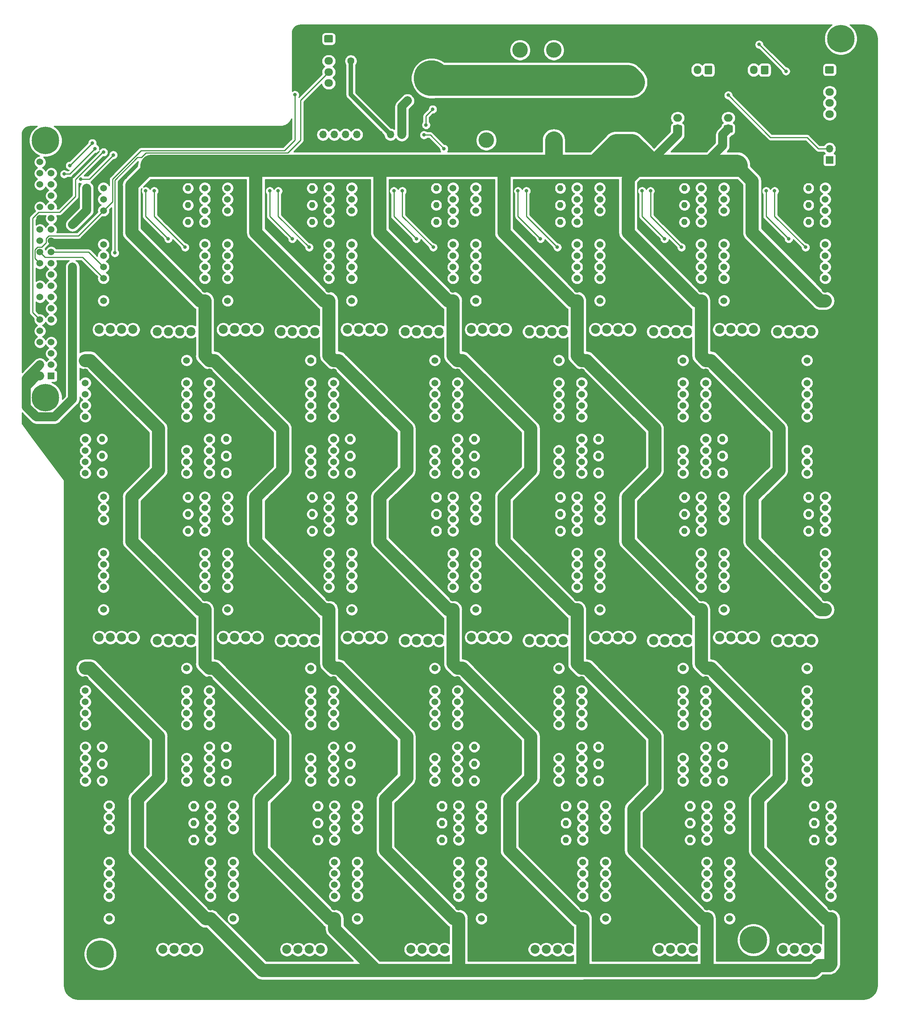
<source format=gbr>
%TF.GenerationSoftware,KiCad,Pcbnew,5.1.8-db9833491~88~ubuntu20.04.1*%
%TF.CreationDate,2020-12-02T17:03:32+01:00*%
%TF.ProjectId,motherboard,6d6f7468-6572-4626-9f61-72642e6b6963,rev?*%
%TF.SameCoordinates,Original*%
%TF.FileFunction,Copper,L2,Bot*%
%TF.FilePolarity,Positive*%
%FSLAX46Y46*%
G04 Gerber Fmt 4.6, Leading zero omitted, Abs format (unit mm)*
G04 Created by KiCad (PCBNEW 5.1.8-db9833491~88~ubuntu20.04.1) date 2020-12-02 17:03:32*
%MOMM*%
%LPD*%
G01*
G04 APERTURE LIST*
%TA.AperFunction,ComponentPad*%
%ADD10C,3.500000*%
%TD*%
%TA.AperFunction,ComponentPad*%
%ADD11C,1.524000*%
%TD*%
%TA.AperFunction,ComponentPad*%
%ADD12C,6.200000*%
%TD*%
%TA.AperFunction,ComponentPad*%
%ADD13R,1.524000X1.524000*%
%TD*%
%TA.AperFunction,ComponentPad*%
%ADD14O,1.400000X3.400000*%
%TD*%
%TA.AperFunction,ComponentPad*%
%ADD15C,8.000000*%
%TD*%
%TA.AperFunction,ComponentPad*%
%ADD16O,1.700000X1.700000*%
%TD*%
%TA.AperFunction,ComponentPad*%
%ADD17R,1.700000X1.700000*%
%TD*%
%TA.AperFunction,ComponentPad*%
%ADD18O,2.000000X1.700000*%
%TD*%
%TA.AperFunction,ComponentPad*%
%ADD19O,1.950000X1.700000*%
%TD*%
%TA.AperFunction,ComponentPad*%
%ADD20C,2.020000*%
%TD*%
%TA.AperFunction,ComponentPad*%
%ADD21O,1.400000X1.400000*%
%TD*%
%TA.AperFunction,ComponentPad*%
%ADD22C,1.400000*%
%TD*%
%TA.AperFunction,ComponentPad*%
%ADD23O,1.700000X1.950000*%
%TD*%
%TA.AperFunction,ComponentPad*%
%ADD24C,2.400000*%
%TD*%
%TA.AperFunction,ViaPad*%
%ADD25C,1.600000*%
%TD*%
%TA.AperFunction,ViaPad*%
%ADD26C,3.200000*%
%TD*%
%TA.AperFunction,ViaPad*%
%ADD27C,0.800000*%
%TD*%
%TA.AperFunction,ViaPad*%
%ADD28C,2.000000*%
%TD*%
%TA.AperFunction,Conductor*%
%ADD29C,1.000000*%
%TD*%
%TA.AperFunction,Conductor*%
%ADD30C,2.000000*%
%TD*%
%TA.AperFunction,Conductor*%
%ADD31C,3.000000*%
%TD*%
%TA.AperFunction,Conductor*%
%ADD32C,5.000000*%
%TD*%
%TA.AperFunction,Conductor*%
%ADD33C,4.000000*%
%TD*%
%TA.AperFunction,Conductor*%
%ADD34C,6.000000*%
%TD*%
%TA.AperFunction,Conductor*%
%ADD35C,0.250000*%
%TD*%
%TA.AperFunction,Conductor*%
%ADD36C,0.254000*%
%TD*%
%TA.AperFunction,Conductor*%
%ADD37C,0.100000*%
%TD*%
G04 APERTURE END LIST*
D10*
%TO.P,U33,1*%
%TO.N,+48V*%
X147335000Y-93311000D03*
%TO.P,U33,6*%
%TO.N,+5V*%
X147335000Y-72991000D03*
%TO.P,U33,4*%
%TO.N,GND*%
X132095000Y-72991000D03*
%TO.P,U33,3*%
%TO.N,Net-(R93-Pad2)*%
X132095000Y-93311000D03*
%TO.P,U33,2*%
%TO.N,GND*%
X139715000Y-93311000D03*
%TO.P,U33,5*%
%TO.N,Net-(U33-Pad5)*%
X139715000Y-72991000D03*
%TD*%
D11*
%TO.P,U9,4*%
%TO.N,BUS_CLK*%
X176485000Y-150561000D03*
%TO.P,U9,3*%
%TO.N,CS*%
X176485000Y-148021000D03*
%TO.P,U9,2*%
%TO.N,GND*%
X176485000Y-145481000D03*
%TO.P,U9,1*%
%TO.N,+3V3*%
X176485000Y-142941000D03*
%TO.P,U9,5*%
%TO.N,/sheet5FAD5C80/DATA_IN*%
X176485000Y-153101000D03*
%TO.P,U9,6*%
%TO.N,/sheet5FAD5C81/DATA_IN*%
X176485000Y-155641000D03*
%TO.P,U9,7*%
%TO.N,GND*%
X176485000Y-158181000D03*
%TO.P,U9,8*%
X176485000Y-160721000D03*
%TO.P,U9,9*%
%TO.N,EN_DRV*%
X176485000Y-163261000D03*
%TO.P,U9,10*%
%TO.N,Net-(U9-Pad10)*%
X176485000Y-165801000D03*
%TO.P,U9,11*%
%TO.N,Net-(U9-Pad11)*%
X176485000Y-168341000D03*
%TO.P,U9,12*%
%TO.N,+48V*%
X153625000Y-142941000D03*
%TO.P,U9,13*%
%TO.N,GND*%
X153625000Y-145481000D03*
%TO.P,U9,14*%
%TO.N,Net-(J13-Pad1)*%
X153625000Y-148021000D03*
%TO.P,U9,15*%
%TO.N,Net-(J13-Pad2)*%
X153625000Y-150561000D03*
%TO.P,U9,16*%
%TO.N,Net-(J13-Pad3)*%
X153625000Y-153101000D03*
%TO.P,U9,17*%
%TO.N,Net-(J13-Pad4)*%
X153625000Y-155641000D03*
%TO.P,U9,18*%
%TO.N,GND*%
X153625000Y-158181000D03*
%TO.P,U9,19*%
%TO.N,Net-(U9-Pad19)*%
X153625000Y-160721000D03*
%TO.P,U9,20*%
%TO.N,Net-(R23-Pad2)*%
X153625000Y-163261000D03*
%TO.P,U9,21*%
%TO.N,Net-(R25-Pad2)*%
X153625000Y-165801000D03*
%TO.P,U9,22*%
%TO.N,Net-(R24-Pad2)*%
X153625000Y-168341000D03*
%TD*%
%TO.P,U7,4*%
%TO.N,BUS_CLK*%
X185735000Y-121886000D03*
%TO.P,U7,3*%
%TO.N,CS*%
X185735000Y-124426000D03*
%TO.P,U7,2*%
%TO.N,GND*%
X185735000Y-126966000D03*
%TO.P,U7,1*%
%TO.N,+3V3*%
X185735000Y-129506000D03*
%TO.P,U7,5*%
%TO.N,/sheet5F92CD21/DATA_IN*%
X185735000Y-119346000D03*
%TO.P,U7,6*%
%TO.N,/sheet5FAD5C7F/DATA_IN*%
X185735000Y-116806000D03*
%TO.P,U7,7*%
%TO.N,GND*%
X185735000Y-114266000D03*
%TO.P,U7,8*%
X185735000Y-111726000D03*
%TO.P,U7,9*%
%TO.N,EN_DRV*%
X185735000Y-109186000D03*
%TO.P,U7,10*%
%TO.N,Net-(U7-Pad10)*%
X185735000Y-106646000D03*
%TO.P,U7,11*%
%TO.N,Net-(U7-Pad11)*%
X185735000Y-104106000D03*
%TO.P,U7,12*%
%TO.N,+48V*%
X208595000Y-129506000D03*
%TO.P,U7,13*%
%TO.N,GND*%
X208595000Y-126966000D03*
%TO.P,U7,14*%
%TO.N,Net-(J11-Pad1)*%
X208595000Y-124426000D03*
%TO.P,U7,15*%
%TO.N,Net-(J11-Pad2)*%
X208595000Y-121886000D03*
%TO.P,U7,16*%
%TO.N,Net-(J11-Pad3)*%
X208595000Y-119346000D03*
%TO.P,U7,17*%
%TO.N,Net-(J11-Pad4)*%
X208595000Y-116806000D03*
%TO.P,U7,18*%
%TO.N,GND*%
X208595000Y-114266000D03*
%TO.P,U7,19*%
%TO.N,Net-(U7-Pad19)*%
X208595000Y-111726000D03*
%TO.P,U7,20*%
%TO.N,Net-(R17-Pad2)*%
X208595000Y-109186000D03*
%TO.P,U7,21*%
%TO.N,Net-(R19-Pad2)*%
X208595000Y-106646000D03*
%TO.P,U7,22*%
%TO.N,Net-(R18-Pad2)*%
X208595000Y-104106000D03*
%TD*%
%TO.P,U8,4*%
%TO.N,BUS_CLK*%
X204485000Y-150561000D03*
%TO.P,U8,3*%
%TO.N,CS*%
X204485000Y-148021000D03*
%TO.P,U8,2*%
%TO.N,GND*%
X204485000Y-145481000D03*
%TO.P,U8,1*%
%TO.N,+3V3*%
X204485000Y-142941000D03*
%TO.P,U8,5*%
%TO.N,/sheet5FAD5C7F/DATA_IN*%
X204485000Y-153101000D03*
%TO.P,U8,6*%
%TO.N,/sheet5FAD5C80/DATA_IN*%
X204485000Y-155641000D03*
%TO.P,U8,7*%
%TO.N,GND*%
X204485000Y-158181000D03*
%TO.P,U8,8*%
X204485000Y-160721000D03*
%TO.P,U8,9*%
%TO.N,EN_DRV*%
X204485000Y-163261000D03*
%TO.P,U8,10*%
%TO.N,Net-(U8-Pad10)*%
X204485000Y-165801000D03*
%TO.P,U8,11*%
%TO.N,Net-(U8-Pad11)*%
X204485000Y-168341000D03*
%TO.P,U8,12*%
%TO.N,+48V*%
X181625000Y-142941000D03*
%TO.P,U8,13*%
%TO.N,GND*%
X181625000Y-145481000D03*
%TO.P,U8,14*%
%TO.N,Net-(J12-Pad1)*%
X181625000Y-148021000D03*
%TO.P,U8,15*%
%TO.N,Net-(J12-Pad2)*%
X181625000Y-150561000D03*
%TO.P,U8,16*%
%TO.N,Net-(J12-Pad3)*%
X181625000Y-153101000D03*
%TO.P,U8,17*%
%TO.N,Net-(J12-Pad4)*%
X181625000Y-155641000D03*
%TO.P,U8,18*%
%TO.N,GND*%
X181625000Y-158181000D03*
%TO.P,U8,19*%
%TO.N,Net-(U8-Pad19)*%
X181625000Y-160721000D03*
%TO.P,U8,20*%
%TO.N,Net-(R20-Pad2)*%
X181625000Y-163261000D03*
%TO.P,U8,21*%
%TO.N,Net-(R22-Pad2)*%
X181625000Y-165801000D03*
%TO.P,U8,22*%
%TO.N,Net-(R21-Pad2)*%
X181625000Y-168341000D03*
%TD*%
%TO.P,U11,4*%
%TO.N,BUS_CLK*%
X120485000Y-150561000D03*
%TO.P,U11,3*%
%TO.N,CS*%
X120485000Y-148021000D03*
%TO.P,U11,2*%
%TO.N,GND*%
X120485000Y-145481000D03*
%TO.P,U11,1*%
%TO.N,+3V3*%
X120485000Y-142941000D03*
%TO.P,U11,5*%
%TO.N,/sheet5FAD5C82/DATA_IN*%
X120485000Y-153101000D03*
%TO.P,U11,6*%
%TO.N,/sheet5FAD5C83/DATA_IN*%
X120485000Y-155641000D03*
%TO.P,U11,7*%
%TO.N,GND*%
X120485000Y-158181000D03*
%TO.P,U11,8*%
X120485000Y-160721000D03*
%TO.P,U11,9*%
%TO.N,EN_DRV*%
X120485000Y-163261000D03*
%TO.P,U11,10*%
%TO.N,Net-(U11-Pad10)*%
X120485000Y-165801000D03*
%TO.P,U11,11*%
%TO.N,Net-(U11-Pad11)*%
X120485000Y-168341000D03*
%TO.P,U11,12*%
%TO.N,+48V*%
X97625000Y-142941000D03*
%TO.P,U11,13*%
%TO.N,GND*%
X97625000Y-145481000D03*
%TO.P,U11,14*%
%TO.N,Net-(J15-Pad1)*%
X97625000Y-148021000D03*
%TO.P,U11,15*%
%TO.N,Net-(J15-Pad2)*%
X97625000Y-150561000D03*
%TO.P,U11,16*%
%TO.N,Net-(J15-Pad3)*%
X97625000Y-153101000D03*
%TO.P,U11,17*%
%TO.N,Net-(J15-Pad4)*%
X97625000Y-155641000D03*
%TO.P,U11,18*%
%TO.N,GND*%
X97625000Y-158181000D03*
%TO.P,U11,19*%
%TO.N,Net-(U11-Pad19)*%
X97625000Y-160721000D03*
%TO.P,U11,20*%
%TO.N,Net-(R29-Pad2)*%
X97625000Y-163261000D03*
%TO.P,U11,21*%
%TO.N,Net-(R31-Pad2)*%
X97625000Y-165801000D03*
%TO.P,U11,22*%
%TO.N,Net-(R30-Pad2)*%
X97625000Y-168341000D03*
%TD*%
%TO.P,U19,4*%
%TO.N,BUS_CLK*%
X185735000Y-191536000D03*
%TO.P,U19,3*%
%TO.N,CS*%
X185735000Y-194076000D03*
%TO.P,U19,2*%
%TO.N,GND*%
X185735000Y-196616000D03*
%TO.P,U19,1*%
%TO.N,+3V3*%
X185735000Y-199156000D03*
%TO.P,U19,5*%
%TO.N,/sheet5FAD95D8/DATA_IN*%
X185735000Y-188996000D03*
%TO.P,U19,6*%
%TO.N,/sheet5FAD95D9/DATA_IN*%
X185735000Y-186456000D03*
%TO.P,U19,7*%
%TO.N,GND*%
X185735000Y-183916000D03*
%TO.P,U19,8*%
X185735000Y-181376000D03*
%TO.P,U19,9*%
%TO.N,EN_DRV*%
X185735000Y-178836000D03*
%TO.P,U19,10*%
%TO.N,Net-(U19-Pad10)*%
X185735000Y-176296000D03*
%TO.P,U19,11*%
%TO.N,Net-(U19-Pad11)*%
X185735000Y-173756000D03*
%TO.P,U19,12*%
%TO.N,+48V*%
X208595000Y-199156000D03*
%TO.P,U19,13*%
%TO.N,GND*%
X208595000Y-196616000D03*
%TO.P,U19,14*%
%TO.N,Net-(J23-Pad1)*%
X208595000Y-194076000D03*
%TO.P,U19,15*%
%TO.N,Net-(J23-Pad2)*%
X208595000Y-191536000D03*
%TO.P,U19,16*%
%TO.N,Net-(J23-Pad3)*%
X208595000Y-188996000D03*
%TO.P,U19,17*%
%TO.N,Net-(J23-Pad4)*%
X208595000Y-186456000D03*
%TO.P,U19,18*%
%TO.N,GND*%
X208595000Y-183916000D03*
%TO.P,U19,19*%
%TO.N,Net-(U19-Pad19)*%
X208595000Y-181376000D03*
%TO.P,U19,20*%
%TO.N,Net-(R53-Pad2)*%
X208595000Y-178836000D03*
%TO.P,U19,21*%
%TO.N,Net-(R55-Pad2)*%
X208595000Y-176296000D03*
%TO.P,U19,22*%
%TO.N,Net-(R54-Pad2)*%
X208595000Y-173756000D03*
%TD*%
%TO.P,U18,4*%
%TO.N,BUS_CLK*%
X157735000Y-191536000D03*
%TO.P,U18,3*%
%TO.N,CS*%
X157735000Y-194076000D03*
%TO.P,U18,2*%
%TO.N,GND*%
X157735000Y-196616000D03*
%TO.P,U18,1*%
%TO.N,+3V3*%
X157735000Y-199156000D03*
%TO.P,U18,5*%
%TO.N,/sheet5FAD7676/DATA_IN*%
X157735000Y-188996000D03*
%TO.P,U18,6*%
%TO.N,/sheet5FAD95D8/DATA_IN*%
X157735000Y-186456000D03*
%TO.P,U18,7*%
%TO.N,GND*%
X157735000Y-183916000D03*
%TO.P,U18,8*%
X157735000Y-181376000D03*
%TO.P,U18,9*%
%TO.N,EN_DRV*%
X157735000Y-178836000D03*
%TO.P,U18,10*%
%TO.N,Net-(U18-Pad10)*%
X157735000Y-176296000D03*
%TO.P,U18,11*%
%TO.N,Net-(U18-Pad11)*%
X157735000Y-173756000D03*
%TO.P,U18,12*%
%TO.N,+48V*%
X180595000Y-199156000D03*
%TO.P,U18,13*%
%TO.N,GND*%
X180595000Y-196616000D03*
%TO.P,U18,14*%
%TO.N,Net-(J22-Pad1)*%
X180595000Y-194076000D03*
%TO.P,U18,15*%
%TO.N,Net-(J22-Pad2)*%
X180595000Y-191536000D03*
%TO.P,U18,16*%
%TO.N,Net-(J22-Pad3)*%
X180595000Y-188996000D03*
%TO.P,U18,17*%
%TO.N,Net-(J22-Pad4)*%
X180595000Y-186456000D03*
%TO.P,U18,18*%
%TO.N,GND*%
X180595000Y-183916000D03*
%TO.P,U18,19*%
%TO.N,Net-(U18-Pad19)*%
X180595000Y-181376000D03*
%TO.P,U18,20*%
%TO.N,Net-(R50-Pad2)*%
X180595000Y-178836000D03*
%TO.P,U18,21*%
%TO.N,Net-(R52-Pad2)*%
X180595000Y-176296000D03*
%TO.P,U18,22*%
%TO.N,Net-(R51-Pad2)*%
X180595000Y-173756000D03*
%TD*%
%TO.P,U17,4*%
%TO.N,BUS_CLK*%
X129735000Y-191536000D03*
%TO.P,U17,3*%
%TO.N,CS*%
X129735000Y-194076000D03*
%TO.P,U17,2*%
%TO.N,GND*%
X129735000Y-196616000D03*
%TO.P,U17,1*%
%TO.N,+3V3*%
X129735000Y-199156000D03*
%TO.P,U17,5*%
%TO.N,/sheet5FAD7675/DATA_IN*%
X129735000Y-188996000D03*
%TO.P,U17,6*%
%TO.N,/sheet5FAD7676/DATA_IN*%
X129735000Y-186456000D03*
%TO.P,U17,7*%
%TO.N,GND*%
X129735000Y-183916000D03*
%TO.P,U17,8*%
X129735000Y-181376000D03*
%TO.P,U17,9*%
%TO.N,EN_DRV*%
X129735000Y-178836000D03*
%TO.P,U17,10*%
%TO.N,Net-(U17-Pad10)*%
X129735000Y-176296000D03*
%TO.P,U17,11*%
%TO.N,Net-(U17-Pad11)*%
X129735000Y-173756000D03*
%TO.P,U17,12*%
%TO.N,+48V*%
X152595000Y-199156000D03*
%TO.P,U17,13*%
%TO.N,GND*%
X152595000Y-196616000D03*
%TO.P,U17,14*%
%TO.N,Net-(J21-Pad1)*%
X152595000Y-194076000D03*
%TO.P,U17,15*%
%TO.N,Net-(J21-Pad2)*%
X152595000Y-191536000D03*
%TO.P,U17,16*%
%TO.N,Net-(J21-Pad3)*%
X152595000Y-188996000D03*
%TO.P,U17,17*%
%TO.N,Net-(J21-Pad4)*%
X152595000Y-186456000D03*
%TO.P,U17,18*%
%TO.N,GND*%
X152595000Y-183916000D03*
%TO.P,U17,19*%
%TO.N,Net-(U17-Pad19)*%
X152595000Y-181376000D03*
%TO.P,U17,20*%
%TO.N,Net-(R47-Pad2)*%
X152595000Y-178836000D03*
%TO.P,U17,21*%
%TO.N,Net-(R49-Pad2)*%
X152595000Y-176296000D03*
%TO.P,U17,22*%
%TO.N,Net-(R48-Pad2)*%
X152595000Y-173756000D03*
%TD*%
%TO.P,U22,4*%
%TO.N,BUS_CLK*%
X148485000Y-219976000D03*
%TO.P,U22,3*%
%TO.N,CS*%
X148485000Y-217436000D03*
%TO.P,U22,2*%
%TO.N,GND*%
X148485000Y-214896000D03*
%TO.P,U22,1*%
%TO.N,+3V3*%
X148485000Y-212356000D03*
%TO.P,U22,5*%
%TO.N,/sheet5FAD95DB/DATA_IN*%
X148485000Y-222516000D03*
%TO.P,U22,6*%
%TO.N,/sheet5FAD95DC/DATA_IN*%
X148485000Y-225056000D03*
%TO.P,U22,7*%
%TO.N,GND*%
X148485000Y-227596000D03*
%TO.P,U22,8*%
X148485000Y-230136000D03*
%TO.P,U22,9*%
%TO.N,EN_DRV*%
X148485000Y-232676000D03*
%TO.P,U22,10*%
%TO.N,Net-(U22-Pad10)*%
X148485000Y-235216000D03*
%TO.P,U22,11*%
%TO.N,Net-(U22-Pad11)*%
X148485000Y-237756000D03*
%TO.P,U22,12*%
%TO.N,+48V*%
X125625000Y-212356000D03*
%TO.P,U22,13*%
%TO.N,GND*%
X125625000Y-214896000D03*
%TO.P,U22,14*%
%TO.N,Net-(J26-Pad1)*%
X125625000Y-217436000D03*
%TO.P,U22,15*%
%TO.N,Net-(J26-Pad2)*%
X125625000Y-219976000D03*
%TO.P,U22,16*%
%TO.N,Net-(J26-Pad3)*%
X125625000Y-222516000D03*
%TO.P,U22,17*%
%TO.N,Net-(J26-Pad4)*%
X125625000Y-225056000D03*
%TO.P,U22,18*%
%TO.N,GND*%
X125625000Y-227596000D03*
%TO.P,U22,19*%
%TO.N,Net-(U22-Pad19)*%
X125625000Y-230136000D03*
%TO.P,U22,20*%
%TO.N,Net-(R62-Pad2)*%
X125625000Y-232676000D03*
%TO.P,U22,21*%
%TO.N,Net-(R64-Pad2)*%
X125625000Y-235216000D03*
%TO.P,U22,22*%
%TO.N,Net-(R63-Pad2)*%
X125625000Y-237756000D03*
%TD*%
%TO.P,U24,4*%
%TO.N,BUS_CLK*%
X92485000Y-219976000D03*
%TO.P,U24,3*%
%TO.N,CS*%
X92485000Y-217436000D03*
%TO.P,U24,2*%
%TO.N,GND*%
X92485000Y-214896000D03*
%TO.P,U24,1*%
%TO.N,+3V3*%
X92485000Y-212356000D03*
%TO.P,U24,5*%
%TO.N,/sheet5FAD95DD/DATA_IN*%
X92485000Y-222516000D03*
%TO.P,U24,6*%
%TO.N,/sheet5FADBB95/DATA_IN*%
X92485000Y-225056000D03*
%TO.P,U24,7*%
%TO.N,GND*%
X92485000Y-227596000D03*
%TO.P,U24,8*%
X92485000Y-230136000D03*
%TO.P,U24,9*%
%TO.N,EN_DRV*%
X92485000Y-232676000D03*
%TO.P,U24,10*%
%TO.N,Net-(U24-Pad10)*%
X92485000Y-235216000D03*
%TO.P,U24,11*%
%TO.N,Net-(U24-Pad11)*%
X92485000Y-237756000D03*
%TO.P,U24,12*%
%TO.N,+48V*%
X69625000Y-212356000D03*
%TO.P,U24,13*%
%TO.N,GND*%
X69625000Y-214896000D03*
%TO.P,U24,14*%
%TO.N,Net-(J28-Pad1)*%
X69625000Y-217436000D03*
%TO.P,U24,15*%
%TO.N,Net-(J28-Pad2)*%
X69625000Y-219976000D03*
%TO.P,U24,16*%
%TO.N,Net-(J28-Pad3)*%
X69625000Y-222516000D03*
%TO.P,U24,17*%
%TO.N,Net-(J28-Pad4)*%
X69625000Y-225056000D03*
%TO.P,U24,18*%
%TO.N,GND*%
X69625000Y-227596000D03*
%TO.P,U24,19*%
%TO.N,Net-(U24-Pad19)*%
X69625000Y-230136000D03*
%TO.P,U24,20*%
%TO.N,Net-(R68-Pad2)*%
X69625000Y-232676000D03*
%TO.P,U24,21*%
%TO.N,Net-(R70-Pad2)*%
X69625000Y-235216000D03*
%TO.P,U24,22*%
%TO.N,Net-(R69-Pad2)*%
X69625000Y-237756000D03*
%TD*%
%TO.P,U23,4*%
%TO.N,BUS_CLK*%
X120485000Y-219976000D03*
%TO.P,U23,3*%
%TO.N,CS*%
X120485000Y-217436000D03*
%TO.P,U23,2*%
%TO.N,GND*%
X120485000Y-214896000D03*
%TO.P,U23,1*%
%TO.N,+3V3*%
X120485000Y-212356000D03*
%TO.P,U23,5*%
%TO.N,/sheet5FAD95DC/DATA_IN*%
X120485000Y-222516000D03*
%TO.P,U23,6*%
%TO.N,/sheet5FAD95DD/DATA_IN*%
X120485000Y-225056000D03*
%TO.P,U23,7*%
%TO.N,GND*%
X120485000Y-227596000D03*
%TO.P,U23,8*%
X120485000Y-230136000D03*
%TO.P,U23,9*%
%TO.N,EN_DRV*%
X120485000Y-232676000D03*
%TO.P,U23,10*%
%TO.N,Net-(U23-Pad10)*%
X120485000Y-235216000D03*
%TO.P,U23,11*%
%TO.N,Net-(U23-Pad11)*%
X120485000Y-237756000D03*
%TO.P,U23,12*%
%TO.N,+48V*%
X97625000Y-212356000D03*
%TO.P,U23,13*%
%TO.N,GND*%
X97625000Y-214896000D03*
%TO.P,U23,14*%
%TO.N,Net-(J27-Pad1)*%
X97625000Y-217436000D03*
%TO.P,U23,15*%
%TO.N,Net-(J27-Pad2)*%
X97625000Y-219976000D03*
%TO.P,U23,16*%
%TO.N,Net-(J27-Pad3)*%
X97625000Y-222516000D03*
%TO.P,U23,17*%
%TO.N,Net-(J27-Pad4)*%
X97625000Y-225056000D03*
%TO.P,U23,18*%
%TO.N,GND*%
X97625000Y-227596000D03*
%TO.P,U23,19*%
%TO.N,Net-(U23-Pad19)*%
X97625000Y-230136000D03*
%TO.P,U23,20*%
%TO.N,Net-(R65-Pad2)*%
X97625000Y-232676000D03*
%TO.P,U23,21*%
%TO.N,Net-(R67-Pad2)*%
X97625000Y-235216000D03*
%TO.P,U23,22*%
%TO.N,Net-(R66-Pad2)*%
X97625000Y-237756000D03*
%TD*%
%TO.P,U30,4*%
%TO.N,BUS_CLK*%
X159005000Y-261186000D03*
%TO.P,U30,3*%
%TO.N,CS*%
X159005000Y-263726000D03*
%TO.P,U30,2*%
%TO.N,GND*%
X159005000Y-266266000D03*
%TO.P,U30,1*%
%TO.N,+3V3*%
X159005000Y-268806000D03*
%TO.P,U30,5*%
%TO.N,/sheet5FADBB9A/DATA_IN*%
X159005000Y-258646000D03*
%TO.P,U30,6*%
%TO.N,/sheet5FAD7671/DATA_IN*%
X159005000Y-256106000D03*
%TO.P,U30,7*%
%TO.N,GND*%
X159005000Y-253566000D03*
%TO.P,U30,8*%
X159005000Y-251026000D03*
%TO.P,U30,9*%
%TO.N,EN_DRV*%
X159005000Y-248486000D03*
%TO.P,U30,10*%
%TO.N,Net-(U30-Pad10)*%
X159005000Y-245946000D03*
%TO.P,U30,11*%
%TO.N,Net-(U30-Pad11)*%
X159005000Y-243406000D03*
%TO.P,U30,12*%
%TO.N,+48V*%
X181865000Y-268806000D03*
%TO.P,U30,13*%
%TO.N,GND*%
X181865000Y-266266000D03*
%TO.P,U30,14*%
%TO.N,Net-(J34-Pad1)*%
X181865000Y-263726000D03*
%TO.P,U30,15*%
%TO.N,Net-(J34-Pad2)*%
X181865000Y-261186000D03*
%TO.P,U30,16*%
%TO.N,Net-(J34-Pad3)*%
X181865000Y-258646000D03*
%TO.P,U30,17*%
%TO.N,Net-(J34-Pad4)*%
X181865000Y-256106000D03*
%TO.P,U30,18*%
%TO.N,GND*%
X181865000Y-253566000D03*
%TO.P,U30,19*%
%TO.N,Net-(U30-Pad19)*%
X181865000Y-251026000D03*
%TO.P,U30,20*%
%TO.N,Net-(R86-Pad2)*%
X181865000Y-248486000D03*
%TO.P,U30,21*%
%TO.N,Net-(R88-Pad2)*%
X181865000Y-245946000D03*
%TO.P,U30,22*%
%TO.N,Net-(R87-Pad2)*%
X181865000Y-243406000D03*
%TD*%
%TO.P,U29,4*%
%TO.N,BUS_CLK*%
X131005000Y-261186000D03*
%TO.P,U29,3*%
%TO.N,CS*%
X131005000Y-263726000D03*
%TO.P,U29,2*%
%TO.N,GND*%
X131005000Y-266266000D03*
%TO.P,U29,1*%
%TO.N,+3V3*%
X131005000Y-268806000D03*
%TO.P,U29,5*%
%TO.N,/sheet5FADBB99/DATA_IN*%
X131005000Y-258646000D03*
%TO.P,U29,6*%
%TO.N,/sheet5FADBB9A/DATA_IN*%
X131005000Y-256106000D03*
%TO.P,U29,7*%
%TO.N,GND*%
X131005000Y-253566000D03*
%TO.P,U29,8*%
X131005000Y-251026000D03*
%TO.P,U29,9*%
%TO.N,EN_DRV*%
X131005000Y-248486000D03*
%TO.P,U29,10*%
%TO.N,Net-(U29-Pad10)*%
X131005000Y-245946000D03*
%TO.P,U29,11*%
%TO.N,Net-(U29-Pad11)*%
X131005000Y-243406000D03*
%TO.P,U29,12*%
%TO.N,+48V*%
X153865000Y-268806000D03*
%TO.P,U29,13*%
%TO.N,GND*%
X153865000Y-266266000D03*
%TO.P,U29,14*%
%TO.N,Net-(J33-Pad1)*%
X153865000Y-263726000D03*
%TO.P,U29,15*%
%TO.N,Net-(J33-Pad2)*%
X153865000Y-261186000D03*
%TO.P,U29,16*%
%TO.N,Net-(J33-Pad3)*%
X153865000Y-258646000D03*
%TO.P,U29,17*%
%TO.N,Net-(J33-Pad4)*%
X153865000Y-256106000D03*
%TO.P,U29,18*%
%TO.N,GND*%
X153865000Y-253566000D03*
%TO.P,U29,19*%
%TO.N,Net-(U29-Pad19)*%
X153865000Y-251026000D03*
%TO.P,U29,20*%
%TO.N,Net-(R83-Pad2)*%
X153865000Y-248486000D03*
%TO.P,U29,21*%
%TO.N,Net-(R85-Pad2)*%
X153865000Y-245946000D03*
%TO.P,U29,22*%
%TO.N,Net-(R84-Pad2)*%
X153865000Y-243406000D03*
%TD*%
%TO.P,U25,4*%
%TO.N,BUS_CLK*%
X64485000Y-219976000D03*
%TO.P,U25,3*%
%TO.N,CS*%
X64485000Y-217436000D03*
%TO.P,U25,2*%
%TO.N,GND*%
X64485000Y-214896000D03*
%TO.P,U25,1*%
%TO.N,+3V3*%
X64485000Y-212356000D03*
%TO.P,U25,5*%
%TO.N,/sheet5FADBB95/DATA_IN*%
X64485000Y-222516000D03*
%TO.P,U25,6*%
%TO.N,/sheet5FADBB96/DATA_IN*%
X64485000Y-225056000D03*
%TO.P,U25,7*%
%TO.N,GND*%
X64485000Y-227596000D03*
%TO.P,U25,8*%
X64485000Y-230136000D03*
%TO.P,U25,9*%
%TO.N,EN_DRV*%
X64485000Y-232676000D03*
%TO.P,U25,10*%
%TO.N,Net-(U25-Pad10)*%
X64485000Y-235216000D03*
%TO.P,U25,11*%
%TO.N,Net-(U25-Pad11)*%
X64485000Y-237756000D03*
%TO.P,U25,12*%
%TO.N,+48V*%
X41625000Y-212356000D03*
%TO.P,U25,13*%
%TO.N,GND*%
X41625000Y-214896000D03*
%TO.P,U25,14*%
%TO.N,Net-(J29-Pad1)*%
X41625000Y-217436000D03*
%TO.P,U25,15*%
%TO.N,Net-(J29-Pad2)*%
X41625000Y-219976000D03*
%TO.P,U25,16*%
%TO.N,Net-(J29-Pad3)*%
X41625000Y-222516000D03*
%TO.P,U25,17*%
%TO.N,Net-(J29-Pad4)*%
X41625000Y-225056000D03*
%TO.P,U25,18*%
%TO.N,GND*%
X41625000Y-227596000D03*
%TO.P,U25,19*%
%TO.N,Net-(U25-Pad19)*%
X41625000Y-230136000D03*
%TO.P,U25,20*%
%TO.N,Net-(R71-Pad2)*%
X41625000Y-232676000D03*
%TO.P,U25,21*%
%TO.N,Net-(R73-Pad2)*%
X41625000Y-235216000D03*
%TO.P,U25,22*%
%TO.N,Net-(R72-Pad2)*%
X41625000Y-237756000D03*
%TD*%
%TO.P,U2,4*%
%TO.N,BUS_CLK*%
X45735000Y-121886000D03*
%TO.P,U2,3*%
%TO.N,CS*%
X45735000Y-124426000D03*
%TO.P,U2,2*%
%TO.N,GND*%
X45735000Y-126966000D03*
%TO.P,U2,1*%
%TO.N,+3V3*%
X45735000Y-129506000D03*
%TO.P,U2,5*%
%TO.N,/MOSI*%
X45735000Y-119346000D03*
%TO.P,U2,6*%
%TO.N,/sheet5F91370A/DATA_IN*%
X45735000Y-116806000D03*
%TO.P,U2,7*%
%TO.N,GND*%
X45735000Y-114266000D03*
%TO.P,U2,8*%
X45735000Y-111726000D03*
%TO.P,U2,9*%
%TO.N,EN_DRV*%
X45735000Y-109186000D03*
%TO.P,U2,10*%
%TO.N,Net-(U2-Pad10)*%
X45735000Y-106646000D03*
%TO.P,U2,11*%
%TO.N,Net-(U2-Pad11)*%
X45735000Y-104106000D03*
%TO.P,U2,12*%
%TO.N,+48V*%
X68595000Y-129506000D03*
%TO.P,U2,13*%
%TO.N,GND*%
X68595000Y-126966000D03*
%TO.P,U2,14*%
%TO.N,Net-(J6-Pad1)*%
X68595000Y-124426000D03*
%TO.P,U2,15*%
%TO.N,Net-(J6-Pad2)*%
X68595000Y-121886000D03*
%TO.P,U2,16*%
%TO.N,Net-(J6-Pad3)*%
X68595000Y-119346000D03*
%TO.P,U2,17*%
%TO.N,Net-(J6-Pad4)*%
X68595000Y-116806000D03*
%TO.P,U2,18*%
%TO.N,GND*%
X68595000Y-114266000D03*
%TO.P,U2,19*%
%TO.N,Net-(U2-Pad19)*%
X68595000Y-111726000D03*
%TO.P,U2,20*%
%TO.N,Net-(R2-Pad2)*%
X68595000Y-109186000D03*
%TO.P,U2,21*%
%TO.N,Net-(R4-Pad2)*%
X68595000Y-106646000D03*
%TO.P,U2,22*%
%TO.N,Net-(R3-Pad2)*%
X68595000Y-104106000D03*
%TD*%
%TO.P,U32,4*%
%TO.N,BUS_CLK*%
X187005000Y-261186000D03*
%TO.P,U32,3*%
%TO.N,CS*%
X187005000Y-263726000D03*
%TO.P,U32,2*%
%TO.N,GND*%
X187005000Y-266266000D03*
%TO.P,U32,1*%
%TO.N,+3V3*%
X187005000Y-268806000D03*
%TO.P,U32,5*%
%TO.N,/sheet5FAD7671/DATA_IN*%
X187005000Y-258646000D03*
%TO.P,U32,6*%
%TO.N,/sheet5FAD7671/DATA_OUT*%
X187005000Y-256106000D03*
%TO.P,U32,7*%
%TO.N,GND*%
X187005000Y-253566000D03*
%TO.P,U32,8*%
X187005000Y-251026000D03*
%TO.P,U32,9*%
%TO.N,EN_DRV*%
X187005000Y-248486000D03*
%TO.P,U32,10*%
%TO.N,Net-(U32-Pad10)*%
X187005000Y-245946000D03*
%TO.P,U32,11*%
%TO.N,Net-(U32-Pad11)*%
X187005000Y-243406000D03*
%TO.P,U32,12*%
%TO.N,+48V*%
X209865000Y-268806000D03*
%TO.P,U32,13*%
%TO.N,GND*%
X209865000Y-266266000D03*
%TO.P,U32,14*%
%TO.N,Net-(J35-Pad1)*%
X209865000Y-263726000D03*
%TO.P,U32,15*%
%TO.N,Net-(J35-Pad2)*%
X209865000Y-261186000D03*
%TO.P,U32,16*%
%TO.N,Net-(J35-Pad3)*%
X209865000Y-258646000D03*
%TO.P,U32,17*%
%TO.N,Net-(J35-Pad4)*%
X209865000Y-256106000D03*
%TO.P,U32,18*%
%TO.N,GND*%
X209865000Y-253566000D03*
%TO.P,U32,19*%
%TO.N,Net-(U32-Pad19)*%
X209865000Y-251026000D03*
%TO.P,U32,20*%
%TO.N,Net-(R89-Pad2)*%
X209865000Y-248486000D03*
%TO.P,U32,21*%
%TO.N,Net-(R91-Pad2)*%
X209865000Y-245946000D03*
%TO.P,U32,22*%
%TO.N,Net-(R90-Pad2)*%
X209865000Y-243406000D03*
%TD*%
%TO.P,U28,4*%
%TO.N,BUS_CLK*%
X103005000Y-261186000D03*
%TO.P,U28,3*%
%TO.N,CS*%
X103005000Y-263726000D03*
%TO.P,U28,2*%
%TO.N,GND*%
X103005000Y-266266000D03*
%TO.P,U28,1*%
%TO.N,+3V3*%
X103005000Y-268806000D03*
%TO.P,U28,5*%
%TO.N,/sheet5FADBB98/DATA_IN*%
X103005000Y-258646000D03*
%TO.P,U28,6*%
%TO.N,/sheet5FADBB99/DATA_IN*%
X103005000Y-256106000D03*
%TO.P,U28,7*%
%TO.N,GND*%
X103005000Y-253566000D03*
%TO.P,U28,8*%
X103005000Y-251026000D03*
%TO.P,U28,9*%
%TO.N,EN_DRV*%
X103005000Y-248486000D03*
%TO.P,U28,10*%
%TO.N,Net-(U28-Pad10)*%
X103005000Y-245946000D03*
%TO.P,U28,11*%
%TO.N,Net-(U28-Pad11)*%
X103005000Y-243406000D03*
%TO.P,U28,12*%
%TO.N,+48V*%
X125865000Y-268806000D03*
%TO.P,U28,13*%
%TO.N,GND*%
X125865000Y-266266000D03*
%TO.P,U28,14*%
%TO.N,Net-(J32-Pad1)*%
X125865000Y-263726000D03*
%TO.P,U28,15*%
%TO.N,Net-(J32-Pad2)*%
X125865000Y-261186000D03*
%TO.P,U28,16*%
%TO.N,Net-(J32-Pad3)*%
X125865000Y-258646000D03*
%TO.P,U28,17*%
%TO.N,Net-(J32-Pad4)*%
X125865000Y-256106000D03*
%TO.P,U28,18*%
%TO.N,GND*%
X125865000Y-253566000D03*
%TO.P,U28,19*%
%TO.N,Net-(U28-Pad19)*%
X125865000Y-251026000D03*
%TO.P,U28,20*%
%TO.N,Net-(R80-Pad2)*%
X125865000Y-248486000D03*
%TO.P,U28,21*%
%TO.N,Net-(R82-Pad2)*%
X125865000Y-245946000D03*
%TO.P,U28,22*%
%TO.N,Net-(R81-Pad2)*%
X125865000Y-243406000D03*
%TD*%
%TO.P,U27,4*%
%TO.N,BUS_CLK*%
X75005000Y-261186000D03*
%TO.P,U27,3*%
%TO.N,CS*%
X75005000Y-263726000D03*
%TO.P,U27,2*%
%TO.N,GND*%
X75005000Y-266266000D03*
%TO.P,U27,1*%
%TO.N,+3V3*%
X75005000Y-268806000D03*
%TO.P,U27,5*%
%TO.N,/sheet5FADBB97/DATA_IN*%
X75005000Y-258646000D03*
%TO.P,U27,6*%
%TO.N,/sheet5FADBB98/DATA_IN*%
X75005000Y-256106000D03*
%TO.P,U27,7*%
%TO.N,GND*%
X75005000Y-253566000D03*
%TO.P,U27,8*%
X75005000Y-251026000D03*
%TO.P,U27,9*%
%TO.N,EN_DRV*%
X75005000Y-248486000D03*
%TO.P,U27,10*%
%TO.N,Net-(U27-Pad10)*%
X75005000Y-245946000D03*
%TO.P,U27,11*%
%TO.N,Net-(U27-Pad11)*%
X75005000Y-243406000D03*
%TO.P,U27,12*%
%TO.N,+48V*%
X97865000Y-268806000D03*
%TO.P,U27,13*%
%TO.N,GND*%
X97865000Y-266266000D03*
%TO.P,U27,14*%
%TO.N,Net-(J31-Pad1)*%
X97865000Y-263726000D03*
%TO.P,U27,15*%
%TO.N,Net-(J31-Pad2)*%
X97865000Y-261186000D03*
%TO.P,U27,16*%
%TO.N,Net-(J31-Pad3)*%
X97865000Y-258646000D03*
%TO.P,U27,17*%
%TO.N,Net-(J31-Pad4)*%
X97865000Y-256106000D03*
%TO.P,U27,18*%
%TO.N,GND*%
X97865000Y-253566000D03*
%TO.P,U27,19*%
%TO.N,Net-(U27-Pad19)*%
X97865000Y-251026000D03*
%TO.P,U27,20*%
%TO.N,Net-(R77-Pad2)*%
X97865000Y-248486000D03*
%TO.P,U27,21*%
%TO.N,Net-(R79-Pad2)*%
X97865000Y-245946000D03*
%TO.P,U27,22*%
%TO.N,Net-(R78-Pad2)*%
X97865000Y-243406000D03*
%TD*%
%TO.P,U26,4*%
%TO.N,BUS_CLK*%
X47005000Y-261186000D03*
%TO.P,U26,3*%
%TO.N,CS*%
X47005000Y-263726000D03*
%TO.P,U26,2*%
%TO.N,GND*%
X47005000Y-266266000D03*
%TO.P,U26,1*%
%TO.N,+3V3*%
X47005000Y-268806000D03*
%TO.P,U26,5*%
%TO.N,/sheet5FADBB96/DATA_IN*%
X47005000Y-258646000D03*
%TO.P,U26,6*%
%TO.N,/sheet5FADBB97/DATA_IN*%
X47005000Y-256106000D03*
%TO.P,U26,7*%
%TO.N,GND*%
X47005000Y-253566000D03*
%TO.P,U26,8*%
X47005000Y-251026000D03*
%TO.P,U26,9*%
%TO.N,EN_DRV*%
X47005000Y-248486000D03*
%TO.P,U26,10*%
%TO.N,Net-(U26-Pad10)*%
X47005000Y-245946000D03*
%TO.P,U26,11*%
%TO.N,Net-(U26-Pad11)*%
X47005000Y-243406000D03*
%TO.P,U26,12*%
%TO.N,+48V*%
X69865000Y-268806000D03*
%TO.P,U26,13*%
%TO.N,GND*%
X69865000Y-266266000D03*
%TO.P,U26,14*%
%TO.N,Net-(J30-Pad1)*%
X69865000Y-263726000D03*
%TO.P,U26,15*%
%TO.N,Net-(J30-Pad2)*%
X69865000Y-261186000D03*
%TO.P,U26,16*%
%TO.N,Net-(J30-Pad3)*%
X69865000Y-258646000D03*
%TO.P,U26,17*%
%TO.N,Net-(J30-Pad4)*%
X69865000Y-256106000D03*
%TO.P,U26,18*%
%TO.N,GND*%
X69865000Y-253566000D03*
%TO.P,U26,19*%
%TO.N,Net-(U26-Pad19)*%
X69865000Y-251026000D03*
%TO.P,U26,20*%
%TO.N,Net-(R74-Pad2)*%
X69865000Y-248486000D03*
%TO.P,U26,21*%
%TO.N,Net-(R76-Pad2)*%
X69865000Y-245946000D03*
%TO.P,U26,22*%
%TO.N,Net-(R75-Pad2)*%
X69865000Y-243406000D03*
%TD*%
%TO.P,U21,4*%
%TO.N,BUS_CLK*%
X176485000Y-219976000D03*
%TO.P,U21,3*%
%TO.N,CS*%
X176485000Y-217436000D03*
%TO.P,U21,2*%
%TO.N,GND*%
X176485000Y-214896000D03*
%TO.P,U21,1*%
%TO.N,+3V3*%
X176485000Y-212356000D03*
%TO.P,U21,5*%
%TO.N,/sheet5FAD95DA/DATA_IN*%
X176485000Y-222516000D03*
%TO.P,U21,6*%
%TO.N,/sheet5FAD95DB/DATA_IN*%
X176485000Y-225056000D03*
%TO.P,U21,7*%
%TO.N,GND*%
X176485000Y-227596000D03*
%TO.P,U21,8*%
X176485000Y-230136000D03*
%TO.P,U21,9*%
%TO.N,EN_DRV*%
X176485000Y-232676000D03*
%TO.P,U21,10*%
%TO.N,Net-(U21-Pad10)*%
X176485000Y-235216000D03*
%TO.P,U21,11*%
%TO.N,Net-(U21-Pad11)*%
X176485000Y-237756000D03*
%TO.P,U21,12*%
%TO.N,+48V*%
X153625000Y-212356000D03*
%TO.P,U21,13*%
%TO.N,GND*%
X153625000Y-214896000D03*
%TO.P,U21,14*%
%TO.N,Net-(J25-Pad1)*%
X153625000Y-217436000D03*
%TO.P,U21,15*%
%TO.N,Net-(J25-Pad2)*%
X153625000Y-219976000D03*
%TO.P,U21,16*%
%TO.N,Net-(J25-Pad3)*%
X153625000Y-222516000D03*
%TO.P,U21,17*%
%TO.N,Net-(J25-Pad4)*%
X153625000Y-225056000D03*
%TO.P,U21,18*%
%TO.N,GND*%
X153625000Y-227596000D03*
%TO.P,U21,19*%
%TO.N,Net-(U21-Pad19)*%
X153625000Y-230136000D03*
%TO.P,U21,20*%
%TO.N,Net-(R59-Pad2)*%
X153625000Y-232676000D03*
%TO.P,U21,21*%
%TO.N,Net-(R61-Pad2)*%
X153625000Y-235216000D03*
%TO.P,U21,22*%
%TO.N,Net-(R60-Pad2)*%
X153625000Y-237756000D03*
%TD*%
%TO.P,U20,4*%
%TO.N,BUS_CLK*%
X204485000Y-219976000D03*
%TO.P,U20,3*%
%TO.N,CS*%
X204485000Y-217436000D03*
%TO.P,U20,2*%
%TO.N,GND*%
X204485000Y-214896000D03*
%TO.P,U20,1*%
%TO.N,+3V3*%
X204485000Y-212356000D03*
%TO.P,U20,5*%
%TO.N,/sheet5FAD95D9/DATA_IN*%
X204485000Y-222516000D03*
%TO.P,U20,6*%
%TO.N,/sheet5FAD95DA/DATA_IN*%
X204485000Y-225056000D03*
%TO.P,U20,7*%
%TO.N,GND*%
X204485000Y-227596000D03*
%TO.P,U20,8*%
X204485000Y-230136000D03*
%TO.P,U20,9*%
%TO.N,EN_DRV*%
X204485000Y-232676000D03*
%TO.P,U20,10*%
%TO.N,Net-(U20-Pad10)*%
X204485000Y-235216000D03*
%TO.P,U20,11*%
%TO.N,Net-(U20-Pad11)*%
X204485000Y-237756000D03*
%TO.P,U20,12*%
%TO.N,+48V*%
X181625000Y-212356000D03*
%TO.P,U20,13*%
%TO.N,GND*%
X181625000Y-214896000D03*
%TO.P,U20,14*%
%TO.N,Net-(J24-Pad1)*%
X181625000Y-217436000D03*
%TO.P,U20,15*%
%TO.N,Net-(J24-Pad2)*%
X181625000Y-219976000D03*
%TO.P,U20,16*%
%TO.N,Net-(J24-Pad3)*%
X181625000Y-222516000D03*
%TO.P,U20,17*%
%TO.N,Net-(J24-Pad4)*%
X181625000Y-225056000D03*
%TO.P,U20,18*%
%TO.N,GND*%
X181625000Y-227596000D03*
%TO.P,U20,19*%
%TO.N,Net-(U20-Pad19)*%
X181625000Y-230136000D03*
%TO.P,U20,20*%
%TO.N,Net-(R56-Pad2)*%
X181625000Y-232676000D03*
%TO.P,U20,21*%
%TO.N,Net-(R58-Pad2)*%
X181625000Y-235216000D03*
%TO.P,U20,22*%
%TO.N,Net-(R57-Pad2)*%
X181625000Y-237756000D03*
%TD*%
%TO.P,U16,4*%
%TO.N,BUS_CLK*%
X101735000Y-191536000D03*
%TO.P,U16,3*%
%TO.N,CS*%
X101735000Y-194076000D03*
%TO.P,U16,2*%
%TO.N,GND*%
X101735000Y-196616000D03*
%TO.P,U16,1*%
%TO.N,+3V3*%
X101735000Y-199156000D03*
%TO.P,U16,5*%
%TO.N,/sheet5FAD7674/DATA_IN*%
X101735000Y-188996000D03*
%TO.P,U16,6*%
%TO.N,/sheet5FAD7675/DATA_IN*%
X101735000Y-186456000D03*
%TO.P,U16,7*%
%TO.N,GND*%
X101735000Y-183916000D03*
%TO.P,U16,8*%
X101735000Y-181376000D03*
%TO.P,U16,9*%
%TO.N,EN_DRV*%
X101735000Y-178836000D03*
%TO.P,U16,10*%
%TO.N,Net-(U16-Pad10)*%
X101735000Y-176296000D03*
%TO.P,U16,11*%
%TO.N,Net-(U16-Pad11)*%
X101735000Y-173756000D03*
%TO.P,U16,12*%
%TO.N,+48V*%
X124595000Y-199156000D03*
%TO.P,U16,13*%
%TO.N,GND*%
X124595000Y-196616000D03*
%TO.P,U16,14*%
%TO.N,Net-(J20-Pad1)*%
X124595000Y-194076000D03*
%TO.P,U16,15*%
%TO.N,Net-(J20-Pad2)*%
X124595000Y-191536000D03*
%TO.P,U16,16*%
%TO.N,Net-(J20-Pad3)*%
X124595000Y-188996000D03*
%TO.P,U16,17*%
%TO.N,Net-(J20-Pad4)*%
X124595000Y-186456000D03*
%TO.P,U16,18*%
%TO.N,GND*%
X124595000Y-183916000D03*
%TO.P,U16,19*%
%TO.N,Net-(U16-Pad19)*%
X124595000Y-181376000D03*
%TO.P,U16,20*%
%TO.N,Net-(R44-Pad2)*%
X124595000Y-178836000D03*
%TO.P,U16,21*%
%TO.N,Net-(R46-Pad2)*%
X124595000Y-176296000D03*
%TO.P,U16,22*%
%TO.N,Net-(R45-Pad2)*%
X124595000Y-173756000D03*
%TD*%
%TO.P,U15,4*%
%TO.N,BUS_CLK*%
X73735000Y-191536000D03*
%TO.P,U15,3*%
%TO.N,CS*%
X73735000Y-194076000D03*
%TO.P,U15,2*%
%TO.N,GND*%
X73735000Y-196616000D03*
%TO.P,U15,1*%
%TO.N,+3V3*%
X73735000Y-199156000D03*
%TO.P,U15,5*%
%TO.N,/sheet5FAD7673/DATA_IN*%
X73735000Y-188996000D03*
%TO.P,U15,6*%
%TO.N,/sheet5FAD7674/DATA_IN*%
X73735000Y-186456000D03*
%TO.P,U15,7*%
%TO.N,GND*%
X73735000Y-183916000D03*
%TO.P,U15,8*%
X73735000Y-181376000D03*
%TO.P,U15,9*%
%TO.N,EN_DRV*%
X73735000Y-178836000D03*
%TO.P,U15,10*%
%TO.N,Net-(U15-Pad10)*%
X73735000Y-176296000D03*
%TO.P,U15,11*%
%TO.N,Net-(U15-Pad11)*%
X73735000Y-173756000D03*
%TO.P,U15,12*%
%TO.N,+48V*%
X96595000Y-199156000D03*
%TO.P,U15,13*%
%TO.N,GND*%
X96595000Y-196616000D03*
%TO.P,U15,14*%
%TO.N,Net-(J19-Pad1)*%
X96595000Y-194076000D03*
%TO.P,U15,15*%
%TO.N,Net-(J19-Pad2)*%
X96595000Y-191536000D03*
%TO.P,U15,16*%
%TO.N,Net-(J19-Pad3)*%
X96595000Y-188996000D03*
%TO.P,U15,17*%
%TO.N,Net-(J19-Pad4)*%
X96595000Y-186456000D03*
%TO.P,U15,18*%
%TO.N,GND*%
X96595000Y-183916000D03*
%TO.P,U15,19*%
%TO.N,Net-(U15-Pad19)*%
X96595000Y-181376000D03*
%TO.P,U15,20*%
%TO.N,Net-(R41-Pad2)*%
X96595000Y-178836000D03*
%TO.P,U15,21*%
%TO.N,Net-(R43-Pad2)*%
X96595000Y-176296000D03*
%TO.P,U15,22*%
%TO.N,Net-(R42-Pad2)*%
X96595000Y-173756000D03*
%TD*%
%TO.P,U14,4*%
%TO.N,BUS_CLK*%
X45735000Y-191536000D03*
%TO.P,U14,3*%
%TO.N,CS*%
X45735000Y-194076000D03*
%TO.P,U14,2*%
%TO.N,GND*%
X45735000Y-196616000D03*
%TO.P,U14,1*%
%TO.N,+3V3*%
X45735000Y-199156000D03*
%TO.P,U14,5*%
%TO.N,/sheet5FAD7672/DATA_IN*%
X45735000Y-188996000D03*
%TO.P,U14,6*%
%TO.N,/sheet5FAD7673/DATA_IN*%
X45735000Y-186456000D03*
%TO.P,U14,7*%
%TO.N,GND*%
X45735000Y-183916000D03*
%TO.P,U14,8*%
X45735000Y-181376000D03*
%TO.P,U14,9*%
%TO.N,EN_DRV*%
X45735000Y-178836000D03*
%TO.P,U14,10*%
%TO.N,Net-(U14-Pad10)*%
X45735000Y-176296000D03*
%TO.P,U14,11*%
%TO.N,Net-(U14-Pad11)*%
X45735000Y-173756000D03*
%TO.P,U14,12*%
%TO.N,+48V*%
X68595000Y-199156000D03*
%TO.P,U14,13*%
%TO.N,GND*%
X68595000Y-196616000D03*
%TO.P,U14,14*%
%TO.N,Net-(J18-Pad1)*%
X68595000Y-194076000D03*
%TO.P,U14,15*%
%TO.N,Net-(J18-Pad2)*%
X68595000Y-191536000D03*
%TO.P,U14,16*%
%TO.N,Net-(J18-Pad3)*%
X68595000Y-188996000D03*
%TO.P,U14,17*%
%TO.N,Net-(J18-Pad4)*%
X68595000Y-186456000D03*
%TO.P,U14,18*%
%TO.N,GND*%
X68595000Y-183916000D03*
%TO.P,U14,19*%
%TO.N,Net-(U14-Pad19)*%
X68595000Y-181376000D03*
%TO.P,U14,20*%
%TO.N,Net-(R38-Pad2)*%
X68595000Y-178836000D03*
%TO.P,U14,21*%
%TO.N,Net-(R40-Pad2)*%
X68595000Y-176296000D03*
%TO.P,U14,22*%
%TO.N,Net-(R39-Pad2)*%
X68595000Y-173756000D03*
%TD*%
%TO.P,U13,4*%
%TO.N,BUS_CLK*%
X64485000Y-150561000D03*
%TO.P,U13,3*%
%TO.N,CS*%
X64485000Y-148021000D03*
%TO.P,U13,2*%
%TO.N,GND*%
X64485000Y-145481000D03*
%TO.P,U13,1*%
%TO.N,+3V3*%
X64485000Y-142941000D03*
%TO.P,U13,5*%
%TO.N,/sheet5FAD5C84/DATA_IN*%
X64485000Y-153101000D03*
%TO.P,U13,6*%
%TO.N,/sheet5FAD7672/DATA_IN*%
X64485000Y-155641000D03*
%TO.P,U13,7*%
%TO.N,GND*%
X64485000Y-158181000D03*
%TO.P,U13,8*%
X64485000Y-160721000D03*
%TO.P,U13,9*%
%TO.N,EN_DRV*%
X64485000Y-163261000D03*
%TO.P,U13,10*%
%TO.N,Net-(U13-Pad10)*%
X64485000Y-165801000D03*
%TO.P,U13,11*%
%TO.N,Net-(U13-Pad11)*%
X64485000Y-168341000D03*
%TO.P,U13,12*%
%TO.N,+48V*%
X41625000Y-142941000D03*
%TO.P,U13,13*%
%TO.N,GND*%
X41625000Y-145481000D03*
%TO.P,U13,14*%
%TO.N,Net-(J17-Pad1)*%
X41625000Y-148021000D03*
%TO.P,U13,15*%
%TO.N,Net-(J17-Pad2)*%
X41625000Y-150561000D03*
%TO.P,U13,16*%
%TO.N,Net-(J17-Pad3)*%
X41625000Y-153101000D03*
%TO.P,U13,17*%
%TO.N,Net-(J17-Pad4)*%
X41625000Y-155641000D03*
%TO.P,U13,18*%
%TO.N,GND*%
X41625000Y-158181000D03*
%TO.P,U13,19*%
%TO.N,Net-(U13-Pad19)*%
X41625000Y-160721000D03*
%TO.P,U13,20*%
%TO.N,Net-(R35-Pad2)*%
X41625000Y-163261000D03*
%TO.P,U13,21*%
%TO.N,Net-(R37-Pad2)*%
X41625000Y-165801000D03*
%TO.P,U13,22*%
%TO.N,Net-(R36-Pad2)*%
X41625000Y-168341000D03*
%TD*%
%TO.P,U12,4*%
%TO.N,BUS_CLK*%
X92485000Y-150561000D03*
%TO.P,U12,3*%
%TO.N,CS*%
X92485000Y-148021000D03*
%TO.P,U12,2*%
%TO.N,GND*%
X92485000Y-145481000D03*
%TO.P,U12,1*%
%TO.N,+3V3*%
X92485000Y-142941000D03*
%TO.P,U12,5*%
%TO.N,/sheet5FAD5C83/DATA_IN*%
X92485000Y-153101000D03*
%TO.P,U12,6*%
%TO.N,/sheet5FAD5C84/DATA_IN*%
X92485000Y-155641000D03*
%TO.P,U12,7*%
%TO.N,GND*%
X92485000Y-158181000D03*
%TO.P,U12,8*%
X92485000Y-160721000D03*
%TO.P,U12,9*%
%TO.N,EN_DRV*%
X92485000Y-163261000D03*
%TO.P,U12,10*%
%TO.N,Net-(U12-Pad10)*%
X92485000Y-165801000D03*
%TO.P,U12,11*%
%TO.N,Net-(U12-Pad11)*%
X92485000Y-168341000D03*
%TO.P,U12,12*%
%TO.N,+48V*%
X69625000Y-142941000D03*
%TO.P,U12,13*%
%TO.N,GND*%
X69625000Y-145481000D03*
%TO.P,U12,14*%
%TO.N,Net-(J16-Pad1)*%
X69625000Y-148021000D03*
%TO.P,U12,15*%
%TO.N,Net-(J16-Pad2)*%
X69625000Y-150561000D03*
%TO.P,U12,16*%
%TO.N,Net-(J16-Pad3)*%
X69625000Y-153101000D03*
%TO.P,U12,17*%
%TO.N,Net-(J16-Pad4)*%
X69625000Y-155641000D03*
%TO.P,U12,18*%
%TO.N,GND*%
X69625000Y-158181000D03*
%TO.P,U12,19*%
%TO.N,Net-(U12-Pad19)*%
X69625000Y-160721000D03*
%TO.P,U12,20*%
%TO.N,Net-(R32-Pad2)*%
X69625000Y-163261000D03*
%TO.P,U12,21*%
%TO.N,Net-(R34-Pad2)*%
X69625000Y-165801000D03*
%TO.P,U12,22*%
%TO.N,Net-(R33-Pad2)*%
X69625000Y-168341000D03*
%TD*%
%TO.P,U10,4*%
%TO.N,BUS_CLK*%
X148485000Y-150561000D03*
%TO.P,U10,3*%
%TO.N,CS*%
X148485000Y-148021000D03*
%TO.P,U10,2*%
%TO.N,GND*%
X148485000Y-145481000D03*
%TO.P,U10,1*%
%TO.N,+3V3*%
X148485000Y-142941000D03*
%TO.P,U10,5*%
%TO.N,/sheet5FAD5C81/DATA_IN*%
X148485000Y-153101000D03*
%TO.P,U10,6*%
%TO.N,/sheet5FAD5C82/DATA_IN*%
X148485000Y-155641000D03*
%TO.P,U10,7*%
%TO.N,GND*%
X148485000Y-158181000D03*
%TO.P,U10,8*%
X148485000Y-160721000D03*
%TO.P,U10,9*%
%TO.N,EN_DRV*%
X148485000Y-163261000D03*
%TO.P,U10,10*%
%TO.N,Net-(U10-Pad10)*%
X148485000Y-165801000D03*
%TO.P,U10,11*%
%TO.N,Net-(U10-Pad11)*%
X148485000Y-168341000D03*
%TO.P,U10,12*%
%TO.N,+48V*%
X125625000Y-142941000D03*
%TO.P,U10,13*%
%TO.N,GND*%
X125625000Y-145481000D03*
%TO.P,U10,14*%
%TO.N,Net-(J14-Pad1)*%
X125625000Y-148021000D03*
%TO.P,U10,15*%
%TO.N,Net-(J14-Pad2)*%
X125625000Y-150561000D03*
%TO.P,U10,16*%
%TO.N,Net-(J14-Pad3)*%
X125625000Y-153101000D03*
%TO.P,U10,17*%
%TO.N,Net-(J14-Pad4)*%
X125625000Y-155641000D03*
%TO.P,U10,18*%
%TO.N,GND*%
X125625000Y-158181000D03*
%TO.P,U10,19*%
%TO.N,Net-(U10-Pad19)*%
X125625000Y-160721000D03*
%TO.P,U10,20*%
%TO.N,Net-(R26-Pad2)*%
X125625000Y-163261000D03*
%TO.P,U10,21*%
%TO.N,Net-(R28-Pad2)*%
X125625000Y-165801000D03*
%TO.P,U10,22*%
%TO.N,Net-(R27-Pad2)*%
X125625000Y-168341000D03*
%TD*%
%TO.P,U6,4*%
%TO.N,BUS_CLK*%
X157735000Y-121886000D03*
%TO.P,U6,3*%
%TO.N,CS*%
X157735000Y-124426000D03*
%TO.P,U6,2*%
%TO.N,GND*%
X157735000Y-126966000D03*
%TO.P,U6,1*%
%TO.N,+3V3*%
X157735000Y-129506000D03*
%TO.P,U6,5*%
%TO.N,/sheet5F916D5D/DATA_IN*%
X157735000Y-119346000D03*
%TO.P,U6,6*%
%TO.N,/sheet5F92CD21/DATA_IN*%
X157735000Y-116806000D03*
%TO.P,U6,7*%
%TO.N,GND*%
X157735000Y-114266000D03*
%TO.P,U6,8*%
X157735000Y-111726000D03*
%TO.P,U6,9*%
%TO.N,EN_DRV*%
X157735000Y-109186000D03*
%TO.P,U6,10*%
%TO.N,Net-(U6-Pad10)*%
X157735000Y-106646000D03*
%TO.P,U6,11*%
%TO.N,Net-(U6-Pad11)*%
X157735000Y-104106000D03*
%TO.P,U6,12*%
%TO.N,+48V*%
X180595000Y-129506000D03*
%TO.P,U6,13*%
%TO.N,GND*%
X180595000Y-126966000D03*
%TO.P,U6,14*%
%TO.N,Net-(J10-Pad1)*%
X180595000Y-124426000D03*
%TO.P,U6,15*%
%TO.N,Net-(J10-Pad2)*%
X180595000Y-121886000D03*
%TO.P,U6,16*%
%TO.N,Net-(J10-Pad3)*%
X180595000Y-119346000D03*
%TO.P,U6,17*%
%TO.N,Net-(J10-Pad4)*%
X180595000Y-116806000D03*
%TO.P,U6,18*%
%TO.N,GND*%
X180595000Y-114266000D03*
%TO.P,U6,19*%
%TO.N,Net-(U6-Pad19)*%
X180595000Y-111726000D03*
%TO.P,U6,20*%
%TO.N,Net-(R14-Pad2)*%
X180595000Y-109186000D03*
%TO.P,U6,21*%
%TO.N,Net-(R16-Pad2)*%
X180595000Y-106646000D03*
%TO.P,U6,22*%
%TO.N,Net-(R15-Pad2)*%
X180595000Y-104106000D03*
%TD*%
%TO.P,U5,4*%
%TO.N,BUS_CLK*%
X129735000Y-121886000D03*
%TO.P,U5,3*%
%TO.N,CS*%
X129735000Y-124426000D03*
%TO.P,U5,2*%
%TO.N,GND*%
X129735000Y-126966000D03*
%TO.P,U5,1*%
%TO.N,+3V3*%
X129735000Y-129506000D03*
%TO.P,U5,5*%
%TO.N,/sheet5F914750/DATA_IN*%
X129735000Y-119346000D03*
%TO.P,U5,6*%
%TO.N,/sheet5F916D5D/DATA_IN*%
X129735000Y-116806000D03*
%TO.P,U5,7*%
%TO.N,GND*%
X129735000Y-114266000D03*
%TO.P,U5,8*%
X129735000Y-111726000D03*
%TO.P,U5,9*%
%TO.N,EN_DRV*%
X129735000Y-109186000D03*
%TO.P,U5,10*%
%TO.N,Net-(U5-Pad10)*%
X129735000Y-106646000D03*
%TO.P,U5,11*%
%TO.N,Net-(U5-Pad11)*%
X129735000Y-104106000D03*
%TO.P,U5,12*%
%TO.N,+48V*%
X152595000Y-129506000D03*
%TO.P,U5,13*%
%TO.N,GND*%
X152595000Y-126966000D03*
%TO.P,U5,14*%
%TO.N,Net-(J9-Pad1)*%
X152595000Y-124426000D03*
%TO.P,U5,15*%
%TO.N,Net-(J9-Pad2)*%
X152595000Y-121886000D03*
%TO.P,U5,16*%
%TO.N,Net-(J9-Pad3)*%
X152595000Y-119346000D03*
%TO.P,U5,17*%
%TO.N,Net-(J9-Pad4)*%
X152595000Y-116806000D03*
%TO.P,U5,18*%
%TO.N,GND*%
X152595000Y-114266000D03*
%TO.P,U5,19*%
%TO.N,Net-(U5-Pad19)*%
X152595000Y-111726000D03*
%TO.P,U5,20*%
%TO.N,Net-(R11-Pad2)*%
X152595000Y-109186000D03*
%TO.P,U5,21*%
%TO.N,Net-(R13-Pad2)*%
X152595000Y-106646000D03*
%TO.P,U5,22*%
%TO.N,Net-(R12-Pad2)*%
X152595000Y-104106000D03*
%TD*%
%TO.P,U4,4*%
%TO.N,BUS_CLK*%
X101735000Y-121886000D03*
%TO.P,U4,3*%
%TO.N,CS*%
X101735000Y-124426000D03*
%TO.P,U4,2*%
%TO.N,GND*%
X101735000Y-126966000D03*
%TO.P,U4,1*%
%TO.N,+3V3*%
X101735000Y-129506000D03*
%TO.P,U4,5*%
%TO.N,/sheet5F91474F/DATA_IN*%
X101735000Y-119346000D03*
%TO.P,U4,6*%
%TO.N,/sheet5F914750/DATA_IN*%
X101735000Y-116806000D03*
%TO.P,U4,7*%
%TO.N,GND*%
X101735000Y-114266000D03*
%TO.P,U4,8*%
X101735000Y-111726000D03*
%TO.P,U4,9*%
%TO.N,EN_DRV*%
X101735000Y-109186000D03*
%TO.P,U4,10*%
%TO.N,Net-(U4-Pad10)*%
X101735000Y-106646000D03*
%TO.P,U4,11*%
%TO.N,Net-(U4-Pad11)*%
X101735000Y-104106000D03*
%TO.P,U4,12*%
%TO.N,+48V*%
X124595000Y-129506000D03*
%TO.P,U4,13*%
%TO.N,GND*%
X124595000Y-126966000D03*
%TO.P,U4,14*%
%TO.N,Net-(J8-Pad1)*%
X124595000Y-124426000D03*
%TO.P,U4,15*%
%TO.N,Net-(J8-Pad2)*%
X124595000Y-121886000D03*
%TO.P,U4,16*%
%TO.N,Net-(J8-Pad3)*%
X124595000Y-119346000D03*
%TO.P,U4,17*%
%TO.N,Net-(J8-Pad4)*%
X124595000Y-116806000D03*
%TO.P,U4,18*%
%TO.N,GND*%
X124595000Y-114266000D03*
%TO.P,U4,19*%
%TO.N,Net-(U4-Pad19)*%
X124595000Y-111726000D03*
%TO.P,U4,20*%
%TO.N,Net-(R8-Pad2)*%
X124595000Y-109186000D03*
%TO.P,U4,21*%
%TO.N,Net-(R10-Pad2)*%
X124595000Y-106646000D03*
%TO.P,U4,22*%
%TO.N,Net-(R9-Pad2)*%
X124595000Y-104106000D03*
%TD*%
%TO.P,U3,4*%
%TO.N,BUS_CLK*%
X73735000Y-121886000D03*
%TO.P,U3,3*%
%TO.N,CS*%
X73735000Y-124426000D03*
%TO.P,U3,2*%
%TO.N,GND*%
X73735000Y-126966000D03*
%TO.P,U3,1*%
%TO.N,+3V3*%
X73735000Y-129506000D03*
%TO.P,U3,5*%
%TO.N,/sheet5F91370A/DATA_IN*%
X73735000Y-119346000D03*
%TO.P,U3,6*%
%TO.N,/sheet5F91474F/DATA_IN*%
X73735000Y-116806000D03*
%TO.P,U3,7*%
%TO.N,GND*%
X73735000Y-114266000D03*
%TO.P,U3,8*%
X73735000Y-111726000D03*
%TO.P,U3,9*%
%TO.N,EN_DRV*%
X73735000Y-109186000D03*
%TO.P,U3,10*%
%TO.N,Net-(U3-Pad10)*%
X73735000Y-106646000D03*
%TO.P,U3,11*%
%TO.N,Net-(U3-Pad11)*%
X73735000Y-104106000D03*
%TO.P,U3,12*%
%TO.N,+48V*%
X96595000Y-129506000D03*
%TO.P,U3,13*%
%TO.N,GND*%
X96595000Y-126966000D03*
%TO.P,U3,14*%
%TO.N,Net-(J7-Pad1)*%
X96595000Y-124426000D03*
%TO.P,U3,15*%
%TO.N,Net-(J7-Pad2)*%
X96595000Y-121886000D03*
%TO.P,U3,16*%
%TO.N,Net-(J7-Pad3)*%
X96595000Y-119346000D03*
%TO.P,U3,17*%
%TO.N,Net-(J7-Pad4)*%
X96595000Y-116806000D03*
%TO.P,U3,18*%
%TO.N,GND*%
X96595000Y-114266000D03*
%TO.P,U3,19*%
%TO.N,Net-(U3-Pad19)*%
X96595000Y-111726000D03*
%TO.P,U3,20*%
%TO.N,Net-(R5-Pad2)*%
X96595000Y-109186000D03*
%TO.P,U3,21*%
%TO.N,Net-(R7-Pad2)*%
X96595000Y-106646000D03*
%TO.P,U3,22*%
%TO.N,Net-(R6-Pad2)*%
X96595000Y-104106000D03*
%TD*%
D12*
%TO.P,,S1*%
%TO.N,N/C*%
X45024400Y-276803000D03*
%TD*%
%TO.P,,S1*%
%TO.N,N/C*%
X212105000Y-70428000D03*
%TD*%
D11*
%TO.P,U1,40*%
%TO.N,/gpio21*%
X31395000Y-98231000D03*
%TO.P,U1,38*%
%TO.N,/gpio20*%
X31395000Y-100771000D03*
%TO.P,U1,36*%
%TO.N,/gpio16*%
X31395000Y-103311000D03*
%TO.P,U1,34*%
%TO.N,GND*%
X31395000Y-105851000D03*
%TO.P,U1,32*%
%TO.N,/pwm*%
X31395000Y-108391000D03*
%TO.P,U1,30*%
%TO.N,GND*%
X31395000Y-110931000D03*
%TO.P,U1,39*%
X33935000Y-98231000D03*
%TO.P,U1,37*%
%TO.N,Net-(U1-Pad37)*%
X33935000Y-100771000D03*
%TO.P,U1,35*%
%TO.N,Net-(U1-Pad35)*%
X33935000Y-103311000D03*
%TO.P,U1,33*%
%TO.N,Net-(U1-Pad33)*%
X33935000Y-105851000D03*
%TO.P,U1,31*%
%TO.N,Net-(U1-Pad31)*%
X33935000Y-108391000D03*
%TO.P,U1,29*%
%TO.N,Net-(U1-Pad29)*%
X33935000Y-110931000D03*
%TO.P,U1,28*%
%TO.N,Net-(U1-Pad28)*%
X31395000Y-113471000D03*
%TO.P,U1,27*%
%TO.N,Net-(U1-Pad27)*%
X33935000Y-113471000D03*
%TO.P,U1,26*%
%TO.N,Net-(U1-Pad26)*%
X31395000Y-116011000D03*
%TO.P,U1,24*%
%TO.N,CS*%
X31395000Y-118551000D03*
%TO.P,U1,22*%
%TO.N,EN_DRV*%
X31395000Y-121091000D03*
%TO.P,U1,20*%
%TO.N,GND*%
X31395000Y-123631000D03*
%TO.P,U1,18*%
%TO.N,Net-(U1-Pad18)*%
X31395000Y-126171000D03*
%TO.P,U1,16*%
%TO.N,Net-(U1-Pad16)*%
X31395000Y-128711000D03*
%TO.P,U1,25*%
%TO.N,GND*%
X33935000Y-116011000D03*
%TO.P,U1,23*%
%TO.N,BUS_CLK*%
X33935000Y-118551000D03*
%TO.P,U1,21*%
%TO.N,/MISO*%
X33935000Y-121091000D03*
%TO.P,U1,19*%
%TO.N,/MOSI*%
X33935000Y-123631000D03*
%TO.P,U1,17*%
%TO.N,Net-(U1-Pad17)*%
X33935000Y-126171000D03*
%TO.P,U1,15*%
%TO.N,Net-(U1-Pad15)*%
X33935000Y-128711000D03*
%TO.P,U1,14*%
%TO.N,GND*%
X31395000Y-131251000D03*
%TO.P,U1,13*%
%TO.N,Net-(U1-Pad13)*%
X33935000Y-131251000D03*
%TO.P,U1,12*%
%TO.N,/gpio18*%
X31395000Y-133791000D03*
%TO.P,U1,10*%
%TO.N,Net-(U1-Pad10)*%
X31395000Y-136331000D03*
%TO.P,U1,8*%
%TO.N,Net-(U1-Pad8)*%
X31395000Y-138871000D03*
%TO.P,U1,6*%
%TO.N,GND*%
X31395000Y-141411000D03*
%TO.P,U1,4*%
%TO.N,+5V*%
X31395000Y-143951000D03*
%TO.P,U1,2*%
X31395000Y-146491000D03*
%TO.P,U1,11*%
%TO.N,Net-(U1-Pad11)*%
X33935000Y-133791000D03*
%TO.P,U1,9*%
%TO.N,GND*%
X33935000Y-136331000D03*
%TO.P,U1,7*%
%TO.N,/SW*%
X33935000Y-138871000D03*
%TO.P,U1,5*%
%TO.N,Net-(U1-Pad5)*%
X33935000Y-141411000D03*
%TO.P,U1,3*%
%TO.N,Net-(U1-Pad3)*%
X33935000Y-143951000D03*
D13*
%TO.P,U1,1*%
%TO.N,Net-(U1-Pad1)*%
X33935000Y-146491000D03*
D12*
%TO.P,U1,S1*%
%TO.N,Net-(U1-PadS1)*%
X32665000Y-151361000D03*
%TO.P,U1,S2*%
%TO.N,Net-(U1-PadS2)*%
X32665000Y-93361000D03*
%TD*%
D14*
%TO.P,J2,4*%
%TO.N,GND*%
X123765000Y-70441000D03*
%TO.P,J2,3*%
X104865000Y-70441000D03*
D15*
%TO.P,J2,2*%
X108865000Y-79341000D03*
%TO.P,J2,1*%
%TO.N,Net-(F1-Pad3)*%
X119765000Y-79341000D03*
%TD*%
D12*
%TO.P,,S1*%
%TO.N,N/C*%
X192420000Y-273651000D03*
%TD*%
D16*
%TO.P,J38,10*%
%TO.N,GND*%
X92725000Y-92041000D03*
%TO.P,J38,9*%
%TO.N,/gpio21*%
X95265000Y-92041000D03*
%TO.P,J38,8*%
%TO.N,/gpio20*%
X97805000Y-92041000D03*
%TO.P,J38,7*%
%TO.N,/gpio18*%
X100345000Y-92041000D03*
%TO.P,J38,6*%
%TO.N,/gpio16*%
X102885000Y-92041000D03*
%TO.P,J38,5*%
%TO.N,GND*%
X105425000Y-92041000D03*
%TO.P,J38,4*%
X107965000Y-92041000D03*
%TO.P,J38,3*%
%TO.N,+3V3*%
X110505000Y-92041000D03*
%TO.P,J38,2*%
%TO.N,+5V*%
X113045000Y-92041000D03*
D17*
%TO.P,J38,1*%
%TO.N,GND*%
X115585000Y-92041000D03*
%TD*%
D16*
%TO.P,JP1,2*%
%TO.N,/MISO*%
X209565000Y-95216000D03*
D17*
%TO.P,JP1,1*%
%TO.N,/sheet5FAD7671/DATA_OUT*%
X209565000Y-97756000D03*
%TD*%
D18*
%TO.P,J37,2*%
%TO.N,Net-(D1-Pad2)*%
X186705000Y-88271000D03*
%TO.P,J37,1*%
%TO.N,+48V*%
%TA.AperFunction,ComponentPad*%
G36*
G01*
X187455000Y-91621000D02*
X185955000Y-91621000D01*
G75*
G02*
X185705000Y-91371000I0J250000D01*
G01*
X185705000Y-90171000D01*
G75*
G02*
X185955000Y-89921000I250000J0D01*
G01*
X187455000Y-89921000D01*
G75*
G02*
X187705000Y-90171000I0J-250000D01*
G01*
X187705000Y-91371000D01*
G75*
G02*
X187455000Y-91621000I-250000J0D01*
G01*
G37*
%TD.AperFunction*%
%TD*%
%TO.P,J36,2*%
%TO.N,Net-(D1-Pad2)*%
X175275000Y-88271000D03*
%TO.P,J36,1*%
%TO.N,+48V*%
%TA.AperFunction,ComponentPad*%
G36*
G01*
X176025000Y-91621000D02*
X174525000Y-91621000D01*
G75*
G02*
X174275000Y-91371000I0J250000D01*
G01*
X174275000Y-90171000D01*
G75*
G02*
X174525000Y-89921000I250000J0D01*
G01*
X176025000Y-89921000D01*
G75*
G02*
X176275000Y-90171000I0J-250000D01*
G01*
X176275000Y-91371000D01*
G75*
G02*
X176025000Y-91621000I-250000J0D01*
G01*
G37*
%TD.AperFunction*%
%TD*%
D19*
%TO.P,J1,5*%
%TO.N,/MISO*%
X96535000Y-80451000D03*
%TO.P,J1,4*%
%TO.N,/MOSI*%
X96535000Y-77951000D03*
%TO.P,J1,3*%
%TO.N,EN_DRV*%
X96535000Y-75451000D03*
%TO.P,J1,2*%
%TO.N,GND*%
X96535000Y-72951000D03*
%TO.P,J1,1*%
%TO.N,+3V3*%
%TA.AperFunction,ComponentPad*%
G36*
G01*
X95810000Y-69601000D02*
X97260000Y-69601000D01*
G75*
G02*
X97510000Y-69851000I0J-250000D01*
G01*
X97510000Y-71051000D01*
G75*
G02*
X97260000Y-71301000I-250000J0D01*
G01*
X95810000Y-71301000D01*
G75*
G02*
X95560000Y-71051000I0J250000D01*
G01*
X95560000Y-69851000D01*
G75*
G02*
X95810000Y-69601000I250000J0D01*
G01*
G37*
%TD.AperFunction*%
%TD*%
D20*
%TO.P,J11,4*%
%TO.N,Net-(J11-Pad4)*%
X197841000Y-136457000D03*
%TO.P,J11,3*%
%TO.N,Net-(J11-Pad3)*%
X200381000Y-136457000D03*
%TO.P,J11,2*%
%TO.N,Net-(J11-Pad2)*%
X202921000Y-136457000D03*
%TO.P,J11,1*%
%TO.N,Net-(J11-Pad1)*%
X205461000Y-136457000D03*
%TD*%
D21*
%TO.P,R91,2*%
%TO.N,Net-(R91-Pad2)*%
X206089000Y-247257000D03*
D22*
%TO.P,R91,1*%
%TO.N,GND*%
X203549000Y-247257000D03*
%TD*%
D21*
%TO.P,R90,2*%
%TO.N,Net-(R90-Pad2)*%
X206089000Y-243447000D03*
D22*
%TO.P,R90,1*%
%TO.N,GND*%
X203549000Y-243447000D03*
%TD*%
D21*
%TO.P,R89,2*%
%TO.N,Net-(R89-Pad2)*%
X206089000Y-251067000D03*
D22*
%TO.P,R89,1*%
%TO.N,GND*%
X203549000Y-251067000D03*
%TD*%
D21*
%TO.P,R88,2*%
%TO.N,Net-(R88-Pad2)*%
X178089000Y-247257000D03*
D22*
%TO.P,R88,1*%
%TO.N,GND*%
X175549000Y-247257000D03*
%TD*%
D21*
%TO.P,R87,2*%
%TO.N,Net-(R87-Pad2)*%
X178089000Y-243447000D03*
D22*
%TO.P,R87,1*%
%TO.N,GND*%
X175549000Y-243447000D03*
%TD*%
D21*
%TO.P,R86,2*%
%TO.N,Net-(R86-Pad2)*%
X178089000Y-251067000D03*
D22*
%TO.P,R86,1*%
%TO.N,GND*%
X175549000Y-251067000D03*
%TD*%
D21*
%TO.P,R85,2*%
%TO.N,Net-(R85-Pad2)*%
X150089000Y-247257000D03*
D22*
%TO.P,R85,1*%
%TO.N,GND*%
X147549000Y-247257000D03*
%TD*%
D21*
%TO.P,R84,2*%
%TO.N,Net-(R84-Pad2)*%
X150089000Y-243447000D03*
D22*
%TO.P,R84,1*%
%TO.N,GND*%
X147549000Y-243447000D03*
%TD*%
D21*
%TO.P,R83,2*%
%TO.N,Net-(R83-Pad2)*%
X150089000Y-251067000D03*
D22*
%TO.P,R83,1*%
%TO.N,GND*%
X147549000Y-251067000D03*
%TD*%
D21*
%TO.P,R82,2*%
%TO.N,Net-(R82-Pad2)*%
X122089000Y-247257000D03*
D22*
%TO.P,R82,1*%
%TO.N,GND*%
X119549000Y-247257000D03*
%TD*%
D21*
%TO.P,R81,2*%
%TO.N,Net-(R81-Pad2)*%
X122089000Y-243447000D03*
D22*
%TO.P,R81,1*%
%TO.N,GND*%
X119549000Y-243447000D03*
%TD*%
D21*
%TO.P,R80,2*%
%TO.N,Net-(R80-Pad2)*%
X122089000Y-251067000D03*
D22*
%TO.P,R80,1*%
%TO.N,GND*%
X119549000Y-251067000D03*
%TD*%
D21*
%TO.P,R79,2*%
%TO.N,Net-(R79-Pad2)*%
X94089000Y-247257000D03*
D22*
%TO.P,R79,1*%
%TO.N,GND*%
X91549000Y-247257000D03*
%TD*%
D21*
%TO.P,R78,2*%
%TO.N,Net-(R78-Pad2)*%
X94089000Y-243447000D03*
D22*
%TO.P,R78,1*%
%TO.N,GND*%
X91549000Y-243447000D03*
%TD*%
D21*
%TO.P,R77,2*%
%TO.N,Net-(R77-Pad2)*%
X94089000Y-251067000D03*
D22*
%TO.P,R77,1*%
%TO.N,GND*%
X91549000Y-251067000D03*
%TD*%
D21*
%TO.P,R76,2*%
%TO.N,Net-(R76-Pad2)*%
X66089000Y-247257000D03*
D22*
%TO.P,R76,1*%
%TO.N,GND*%
X63549000Y-247257000D03*
%TD*%
D21*
%TO.P,R75,2*%
%TO.N,Net-(R75-Pad2)*%
X66089000Y-243447000D03*
D22*
%TO.P,R75,1*%
%TO.N,GND*%
X63549000Y-243447000D03*
%TD*%
D21*
%TO.P,R74,2*%
%TO.N,Net-(R74-Pad2)*%
X66089000Y-251067000D03*
D22*
%TO.P,R74,1*%
%TO.N,GND*%
X63549000Y-251067000D03*
%TD*%
D21*
%TO.P,R73,2*%
%TO.N,Net-(R73-Pad2)*%
X45401000Y-233905000D03*
D22*
%TO.P,R73,1*%
%TO.N,GND*%
X47941000Y-233905000D03*
%TD*%
D21*
%TO.P,R72,2*%
%TO.N,Net-(R72-Pad2)*%
X45401000Y-237715000D03*
D22*
%TO.P,R72,1*%
%TO.N,GND*%
X47941000Y-237715000D03*
%TD*%
D21*
%TO.P,R71,2*%
%TO.N,Net-(R71-Pad2)*%
X45401000Y-230095000D03*
D22*
%TO.P,R71,1*%
%TO.N,GND*%
X47941000Y-230095000D03*
%TD*%
D21*
%TO.P,R70,2*%
%TO.N,Net-(R70-Pad2)*%
X73401000Y-233905000D03*
D22*
%TO.P,R70,1*%
%TO.N,GND*%
X75941000Y-233905000D03*
%TD*%
D21*
%TO.P,R69,2*%
%TO.N,Net-(R69-Pad2)*%
X73401000Y-237715000D03*
D22*
%TO.P,R69,1*%
%TO.N,GND*%
X75941000Y-237715000D03*
%TD*%
D21*
%TO.P,R68,2*%
%TO.N,Net-(R68-Pad2)*%
X73401000Y-230095000D03*
D22*
%TO.P,R68,1*%
%TO.N,GND*%
X75941000Y-230095000D03*
%TD*%
D21*
%TO.P,R67,2*%
%TO.N,Net-(R67-Pad2)*%
X101401000Y-233905000D03*
D22*
%TO.P,R67,1*%
%TO.N,GND*%
X103941000Y-233905000D03*
%TD*%
D21*
%TO.P,R66,2*%
%TO.N,Net-(R66-Pad2)*%
X101401000Y-237715000D03*
D22*
%TO.P,R66,1*%
%TO.N,GND*%
X103941000Y-237715000D03*
%TD*%
D21*
%TO.P,R65,2*%
%TO.N,Net-(R65-Pad2)*%
X101401000Y-230095000D03*
D22*
%TO.P,R65,1*%
%TO.N,GND*%
X103941000Y-230095000D03*
%TD*%
D21*
%TO.P,R64,2*%
%TO.N,Net-(R64-Pad2)*%
X129401000Y-233905000D03*
D22*
%TO.P,R64,1*%
%TO.N,GND*%
X131941000Y-233905000D03*
%TD*%
D21*
%TO.P,R63,2*%
%TO.N,Net-(R63-Pad2)*%
X129401000Y-237715000D03*
D22*
%TO.P,R63,1*%
%TO.N,GND*%
X131941000Y-237715000D03*
%TD*%
D21*
%TO.P,R62,2*%
%TO.N,Net-(R62-Pad2)*%
X129401000Y-230095000D03*
D22*
%TO.P,R62,1*%
%TO.N,GND*%
X131941000Y-230095000D03*
%TD*%
D21*
%TO.P,R61,2*%
%TO.N,Net-(R61-Pad2)*%
X157401000Y-233905000D03*
D22*
%TO.P,R61,1*%
%TO.N,GND*%
X159941000Y-233905000D03*
%TD*%
D21*
%TO.P,R60,2*%
%TO.N,Net-(R60-Pad2)*%
X157401000Y-237715000D03*
D22*
%TO.P,R60,1*%
%TO.N,GND*%
X159941000Y-237715000D03*
%TD*%
D21*
%TO.P,R59,2*%
%TO.N,Net-(R59-Pad2)*%
X157401000Y-230095000D03*
D22*
%TO.P,R59,1*%
%TO.N,GND*%
X159941000Y-230095000D03*
%TD*%
D21*
%TO.P,R58,2*%
%TO.N,Net-(R58-Pad2)*%
X185401000Y-233905000D03*
D22*
%TO.P,R58,1*%
%TO.N,GND*%
X187941000Y-233905000D03*
%TD*%
D21*
%TO.P,R57,2*%
%TO.N,Net-(R57-Pad2)*%
X185401000Y-237715000D03*
D22*
%TO.P,R57,1*%
%TO.N,GND*%
X187941000Y-237715000D03*
%TD*%
D21*
%TO.P,R56,2*%
%TO.N,Net-(R56-Pad2)*%
X185401000Y-230095000D03*
D22*
%TO.P,R56,1*%
%TO.N,GND*%
X187941000Y-230095000D03*
%TD*%
D21*
%TO.P,R55,2*%
%TO.N,Net-(R55-Pad2)*%
X204819000Y-177607000D03*
D22*
%TO.P,R55,1*%
%TO.N,GND*%
X202279000Y-177607000D03*
%TD*%
D21*
%TO.P,R54,2*%
%TO.N,Net-(R54-Pad2)*%
X204819000Y-173797000D03*
D22*
%TO.P,R54,1*%
%TO.N,GND*%
X202279000Y-173797000D03*
%TD*%
D21*
%TO.P,R53,2*%
%TO.N,Net-(R53-Pad2)*%
X204819000Y-181417000D03*
D22*
%TO.P,R53,1*%
%TO.N,GND*%
X202279000Y-181417000D03*
%TD*%
D21*
%TO.P,R52,2*%
%TO.N,Net-(R52-Pad2)*%
X176819000Y-177607000D03*
D22*
%TO.P,R52,1*%
%TO.N,GND*%
X174279000Y-177607000D03*
%TD*%
D21*
%TO.P,R51,2*%
%TO.N,Net-(R51-Pad2)*%
X176819000Y-173797000D03*
D22*
%TO.P,R51,1*%
%TO.N,GND*%
X174279000Y-173797000D03*
%TD*%
D21*
%TO.P,R50,2*%
%TO.N,Net-(R50-Pad2)*%
X176819000Y-181417000D03*
D22*
%TO.P,R50,1*%
%TO.N,GND*%
X174279000Y-181417000D03*
%TD*%
D21*
%TO.P,R49,2*%
%TO.N,Net-(R49-Pad2)*%
X148819000Y-177607000D03*
D22*
%TO.P,R49,1*%
%TO.N,GND*%
X146279000Y-177607000D03*
%TD*%
D21*
%TO.P,R48,2*%
%TO.N,Net-(R48-Pad2)*%
X148819000Y-173797000D03*
D22*
%TO.P,R48,1*%
%TO.N,GND*%
X146279000Y-173797000D03*
%TD*%
D21*
%TO.P,R47,2*%
%TO.N,Net-(R47-Pad2)*%
X148819000Y-181417000D03*
D22*
%TO.P,R47,1*%
%TO.N,GND*%
X146279000Y-181417000D03*
%TD*%
D21*
%TO.P,R46,2*%
%TO.N,Net-(R46-Pad2)*%
X120819000Y-177607000D03*
D22*
%TO.P,R46,1*%
%TO.N,GND*%
X118279000Y-177607000D03*
%TD*%
D21*
%TO.P,R45,2*%
%TO.N,Net-(R45-Pad2)*%
X120819000Y-173797000D03*
D22*
%TO.P,R45,1*%
%TO.N,GND*%
X118279000Y-173797000D03*
%TD*%
D21*
%TO.P,R44,2*%
%TO.N,Net-(R44-Pad2)*%
X120819000Y-181417000D03*
D22*
%TO.P,R44,1*%
%TO.N,GND*%
X118279000Y-181417000D03*
%TD*%
D21*
%TO.P,R43,2*%
%TO.N,Net-(R43-Pad2)*%
X92819000Y-177607000D03*
D22*
%TO.P,R43,1*%
%TO.N,GND*%
X90279000Y-177607000D03*
%TD*%
D21*
%TO.P,R42,2*%
%TO.N,Net-(R42-Pad2)*%
X92819000Y-173797000D03*
D22*
%TO.P,R42,1*%
%TO.N,GND*%
X90279000Y-173797000D03*
%TD*%
D21*
%TO.P,R41,2*%
%TO.N,Net-(R41-Pad2)*%
X92819000Y-181417000D03*
D22*
%TO.P,R41,1*%
%TO.N,GND*%
X90279000Y-181417000D03*
%TD*%
D21*
%TO.P,R40,2*%
%TO.N,Net-(R40-Pad2)*%
X64819000Y-177607000D03*
D22*
%TO.P,R40,1*%
%TO.N,GND*%
X62279000Y-177607000D03*
%TD*%
D21*
%TO.P,R39,2*%
%TO.N,Net-(R39-Pad2)*%
X64819000Y-173797000D03*
D22*
%TO.P,R39,1*%
%TO.N,GND*%
X62279000Y-173797000D03*
%TD*%
D21*
%TO.P,R38,2*%
%TO.N,Net-(R38-Pad2)*%
X64819000Y-181417000D03*
D22*
%TO.P,R38,1*%
%TO.N,GND*%
X62279000Y-181417000D03*
%TD*%
D21*
%TO.P,R37,2*%
%TO.N,Net-(R37-Pad2)*%
X45401000Y-164490000D03*
D22*
%TO.P,R37,1*%
%TO.N,GND*%
X47941000Y-164490000D03*
%TD*%
D21*
%TO.P,R36,2*%
%TO.N,Net-(R36-Pad2)*%
X45401000Y-168300000D03*
D22*
%TO.P,R36,1*%
%TO.N,GND*%
X47941000Y-168300000D03*
%TD*%
D21*
%TO.P,R35,2*%
%TO.N,Net-(R35-Pad2)*%
X45401000Y-160680000D03*
D22*
%TO.P,R35,1*%
%TO.N,GND*%
X47941000Y-160680000D03*
%TD*%
D21*
%TO.P,R34,2*%
%TO.N,Net-(R34-Pad2)*%
X73401000Y-164490000D03*
D22*
%TO.P,R34,1*%
%TO.N,GND*%
X75941000Y-164490000D03*
%TD*%
D21*
%TO.P,R33,2*%
%TO.N,Net-(R33-Pad2)*%
X73401000Y-168300000D03*
D22*
%TO.P,R33,1*%
%TO.N,GND*%
X75941000Y-168300000D03*
%TD*%
D21*
%TO.P,R32,2*%
%TO.N,Net-(R32-Pad2)*%
X73401000Y-160680000D03*
D22*
%TO.P,R32,1*%
%TO.N,GND*%
X75941000Y-160680000D03*
%TD*%
D21*
%TO.P,R31,2*%
%TO.N,Net-(R31-Pad2)*%
X101401000Y-164490000D03*
D22*
%TO.P,R31,1*%
%TO.N,GND*%
X103941000Y-164490000D03*
%TD*%
D21*
%TO.P,R30,2*%
%TO.N,Net-(R30-Pad2)*%
X101401000Y-168300000D03*
D22*
%TO.P,R30,1*%
%TO.N,GND*%
X103941000Y-168300000D03*
%TD*%
D21*
%TO.P,R29,2*%
%TO.N,Net-(R29-Pad2)*%
X101401000Y-160680000D03*
D22*
%TO.P,R29,1*%
%TO.N,GND*%
X103941000Y-160680000D03*
%TD*%
D21*
%TO.P,R28,2*%
%TO.N,Net-(R28-Pad2)*%
X129401000Y-164490000D03*
D22*
%TO.P,R28,1*%
%TO.N,GND*%
X131941000Y-164490000D03*
%TD*%
D21*
%TO.P,R27,2*%
%TO.N,Net-(R27-Pad2)*%
X129401000Y-168300000D03*
D22*
%TO.P,R27,1*%
%TO.N,GND*%
X131941000Y-168300000D03*
%TD*%
D21*
%TO.P,R26,2*%
%TO.N,Net-(R26-Pad2)*%
X129401000Y-160680000D03*
D22*
%TO.P,R26,1*%
%TO.N,GND*%
X131941000Y-160680000D03*
%TD*%
D21*
%TO.P,R25,2*%
%TO.N,Net-(R25-Pad2)*%
X157401000Y-164490000D03*
D22*
%TO.P,R25,1*%
%TO.N,GND*%
X159941000Y-164490000D03*
%TD*%
D21*
%TO.P,R24,2*%
%TO.N,Net-(R24-Pad2)*%
X157401000Y-168300000D03*
D22*
%TO.P,R24,1*%
%TO.N,GND*%
X159941000Y-168300000D03*
%TD*%
D21*
%TO.P,R23,2*%
%TO.N,Net-(R23-Pad2)*%
X157401000Y-160680000D03*
D22*
%TO.P,R23,1*%
%TO.N,GND*%
X159941000Y-160680000D03*
%TD*%
D21*
%TO.P,R22,2*%
%TO.N,Net-(R22-Pad2)*%
X185401000Y-164490000D03*
D22*
%TO.P,R22,1*%
%TO.N,GND*%
X187941000Y-164490000D03*
%TD*%
D21*
%TO.P,R21,2*%
%TO.N,Net-(R21-Pad2)*%
X185401000Y-168300000D03*
D22*
%TO.P,R21,1*%
%TO.N,GND*%
X187941000Y-168300000D03*
%TD*%
D21*
%TO.P,R20,2*%
%TO.N,Net-(R20-Pad2)*%
X185401000Y-160680000D03*
D22*
%TO.P,R20,1*%
%TO.N,GND*%
X187941000Y-160680000D03*
%TD*%
D21*
%TO.P,R19,2*%
%TO.N,Net-(R19-Pad2)*%
X204819000Y-107957000D03*
D22*
%TO.P,R19,1*%
%TO.N,GND*%
X202279000Y-107957000D03*
%TD*%
D21*
%TO.P,R18,2*%
%TO.N,Net-(R18-Pad2)*%
X204819000Y-104147000D03*
D22*
%TO.P,R18,1*%
%TO.N,GND*%
X202279000Y-104147000D03*
%TD*%
D21*
%TO.P,R17,2*%
%TO.N,Net-(R17-Pad2)*%
X204819000Y-111767000D03*
D22*
%TO.P,R17,1*%
%TO.N,GND*%
X202279000Y-111767000D03*
%TD*%
D21*
%TO.P,R16,2*%
%TO.N,Net-(R16-Pad2)*%
X176819000Y-107957000D03*
D22*
%TO.P,R16,1*%
%TO.N,GND*%
X174279000Y-107957000D03*
%TD*%
D21*
%TO.P,R15,2*%
%TO.N,Net-(R15-Pad2)*%
X176819000Y-104147000D03*
D22*
%TO.P,R15,1*%
%TO.N,GND*%
X174279000Y-104147000D03*
%TD*%
D21*
%TO.P,R14,2*%
%TO.N,Net-(R14-Pad2)*%
X176819000Y-111767000D03*
D22*
%TO.P,R14,1*%
%TO.N,GND*%
X174279000Y-111767000D03*
%TD*%
D21*
%TO.P,R13,2*%
%TO.N,Net-(R13-Pad2)*%
X148819000Y-107957000D03*
D22*
%TO.P,R13,1*%
%TO.N,GND*%
X146279000Y-107957000D03*
%TD*%
D21*
%TO.P,R12,2*%
%TO.N,Net-(R12-Pad2)*%
X148819000Y-104147000D03*
D22*
%TO.P,R12,1*%
%TO.N,GND*%
X146279000Y-104147000D03*
%TD*%
D21*
%TO.P,R11,2*%
%TO.N,Net-(R11-Pad2)*%
X148819000Y-111767000D03*
D22*
%TO.P,R11,1*%
%TO.N,GND*%
X146279000Y-111767000D03*
%TD*%
D21*
%TO.P,R10,2*%
%TO.N,Net-(R10-Pad2)*%
X120819000Y-107957000D03*
D22*
%TO.P,R10,1*%
%TO.N,GND*%
X118279000Y-107957000D03*
%TD*%
D21*
%TO.P,R9,2*%
%TO.N,Net-(R9-Pad2)*%
X120819000Y-104147000D03*
D22*
%TO.P,R9,1*%
%TO.N,GND*%
X118279000Y-104147000D03*
%TD*%
D21*
%TO.P,R8,2*%
%TO.N,Net-(R8-Pad2)*%
X120819000Y-111767000D03*
D22*
%TO.P,R8,1*%
%TO.N,GND*%
X118279000Y-111767000D03*
%TD*%
D21*
%TO.P,R7,2*%
%TO.N,Net-(R7-Pad2)*%
X92819000Y-107957000D03*
D22*
%TO.P,R7,1*%
%TO.N,GND*%
X90279000Y-107957000D03*
%TD*%
D21*
%TO.P,R6,2*%
%TO.N,Net-(R6-Pad2)*%
X92819000Y-104147000D03*
D22*
%TO.P,R6,1*%
%TO.N,GND*%
X90279000Y-104147000D03*
%TD*%
D21*
%TO.P,R5,2*%
%TO.N,Net-(R5-Pad2)*%
X92819000Y-111767000D03*
D22*
%TO.P,R5,1*%
%TO.N,GND*%
X90279000Y-111767000D03*
%TD*%
D21*
%TO.P,R4,2*%
%TO.N,Net-(R4-Pad2)*%
X64819000Y-107957000D03*
D22*
%TO.P,R4,1*%
%TO.N,GND*%
X62279000Y-107957000D03*
%TD*%
D21*
%TO.P,R3,2*%
%TO.N,Net-(R3-Pad2)*%
X64819000Y-104147000D03*
D22*
%TO.P,R3,1*%
%TO.N,GND*%
X62279000Y-104147000D03*
%TD*%
D21*
%TO.P,R2,2*%
%TO.N,Net-(R2-Pad2)*%
X64819000Y-111767000D03*
D22*
%TO.P,R2,1*%
%TO.N,GND*%
X62279000Y-111767000D03*
%TD*%
D20*
%TO.P,J35,4*%
%TO.N,Net-(J35-Pad4)*%
X199111000Y-275757000D03*
%TO.P,J35,3*%
%TO.N,Net-(J35-Pad3)*%
X201651000Y-275757000D03*
%TO.P,J35,2*%
%TO.N,Net-(J35-Pad2)*%
X204191000Y-275757000D03*
%TO.P,J35,1*%
%TO.N,Net-(J35-Pad1)*%
X206731000Y-275757000D03*
%TD*%
%TO.P,J34,4*%
%TO.N,Net-(J34-Pad4)*%
X171111000Y-275757000D03*
%TO.P,J34,3*%
%TO.N,Net-(J34-Pad3)*%
X173651000Y-275757000D03*
%TO.P,J34,2*%
%TO.N,Net-(J34-Pad2)*%
X176191000Y-275757000D03*
%TO.P,J34,1*%
%TO.N,Net-(J34-Pad1)*%
X178731000Y-275757000D03*
%TD*%
%TO.P,J33,4*%
%TO.N,Net-(J33-Pad4)*%
X143111000Y-275757000D03*
%TO.P,J33,3*%
%TO.N,Net-(J33-Pad3)*%
X145651000Y-275757000D03*
%TO.P,J33,2*%
%TO.N,Net-(J33-Pad2)*%
X148191000Y-275757000D03*
%TO.P,J33,1*%
%TO.N,Net-(J33-Pad1)*%
X150731000Y-275757000D03*
%TD*%
%TO.P,J32,4*%
%TO.N,Net-(J32-Pad4)*%
X115111000Y-275757000D03*
%TO.P,J32,3*%
%TO.N,Net-(J32-Pad3)*%
X117651000Y-275757000D03*
%TO.P,J32,2*%
%TO.N,Net-(J32-Pad2)*%
X120191000Y-275757000D03*
%TO.P,J32,1*%
%TO.N,Net-(J32-Pad1)*%
X122731000Y-275757000D03*
%TD*%
%TO.P,J31,4*%
%TO.N,Net-(J31-Pad4)*%
X87111000Y-275757000D03*
%TO.P,J31,3*%
%TO.N,Net-(J31-Pad3)*%
X89651000Y-275757000D03*
%TO.P,J31,2*%
%TO.N,Net-(J31-Pad2)*%
X92191000Y-275757000D03*
%TO.P,J31,1*%
%TO.N,Net-(J31-Pad1)*%
X94731000Y-275757000D03*
%TD*%
%TO.P,J30,4*%
%TO.N,Net-(J30-Pad4)*%
X59111000Y-275757000D03*
%TO.P,J30,3*%
%TO.N,Net-(J30-Pad3)*%
X61651000Y-275757000D03*
%TO.P,J30,2*%
%TO.N,Net-(J30-Pad2)*%
X64191000Y-275757000D03*
%TO.P,J30,1*%
%TO.N,Net-(J30-Pad1)*%
X66731000Y-275757000D03*
%TD*%
%TO.P,J29,4*%
%TO.N,Net-(J29-Pad4)*%
X52379000Y-205405000D03*
%TO.P,J29,3*%
%TO.N,Net-(J29-Pad3)*%
X49839000Y-205405000D03*
%TO.P,J29,2*%
%TO.N,Net-(J29-Pad2)*%
X47299000Y-205405000D03*
%TO.P,J29,1*%
%TO.N,Net-(J29-Pad1)*%
X44759000Y-205405000D03*
%TD*%
%TO.P,J28,4*%
%TO.N,Net-(J28-Pad4)*%
X80379000Y-205405000D03*
%TO.P,J28,3*%
%TO.N,Net-(J28-Pad3)*%
X77839000Y-205405000D03*
%TO.P,J28,2*%
%TO.N,Net-(J28-Pad2)*%
X75299000Y-205405000D03*
%TO.P,J28,1*%
%TO.N,Net-(J28-Pad1)*%
X72759000Y-205405000D03*
%TD*%
%TO.P,J27,4*%
%TO.N,Net-(J27-Pad4)*%
X108379000Y-205405000D03*
%TO.P,J27,3*%
%TO.N,Net-(J27-Pad3)*%
X105839000Y-205405000D03*
%TO.P,J27,2*%
%TO.N,Net-(J27-Pad2)*%
X103299000Y-205405000D03*
%TO.P,J27,1*%
%TO.N,Net-(J27-Pad1)*%
X100759000Y-205405000D03*
%TD*%
%TO.P,J26,4*%
%TO.N,Net-(J26-Pad4)*%
X136379000Y-205405000D03*
%TO.P,J26,3*%
%TO.N,Net-(J26-Pad3)*%
X133839000Y-205405000D03*
%TO.P,J26,2*%
%TO.N,Net-(J26-Pad2)*%
X131299000Y-205405000D03*
%TO.P,J26,1*%
%TO.N,Net-(J26-Pad1)*%
X128759000Y-205405000D03*
%TD*%
%TO.P,J25,4*%
%TO.N,Net-(J25-Pad4)*%
X164379000Y-205405000D03*
%TO.P,J25,3*%
%TO.N,Net-(J25-Pad3)*%
X161839000Y-205405000D03*
%TO.P,J25,2*%
%TO.N,Net-(J25-Pad2)*%
X159299000Y-205405000D03*
%TO.P,J25,1*%
%TO.N,Net-(J25-Pad1)*%
X156759000Y-205405000D03*
%TD*%
%TO.P,J24,4*%
%TO.N,Net-(J24-Pad4)*%
X192379000Y-205405000D03*
%TO.P,J24,3*%
%TO.N,Net-(J24-Pad3)*%
X189839000Y-205405000D03*
%TO.P,J24,2*%
%TO.N,Net-(J24-Pad2)*%
X187299000Y-205405000D03*
%TO.P,J24,1*%
%TO.N,Net-(J24-Pad1)*%
X184759000Y-205405000D03*
%TD*%
%TO.P,J23,4*%
%TO.N,Net-(J23-Pad4)*%
X197841000Y-206107000D03*
%TO.P,J23,3*%
%TO.N,Net-(J23-Pad3)*%
X200381000Y-206107000D03*
%TO.P,J23,2*%
%TO.N,Net-(J23-Pad2)*%
X202921000Y-206107000D03*
%TO.P,J23,1*%
%TO.N,Net-(J23-Pad1)*%
X205461000Y-206107000D03*
%TD*%
%TO.P,J22,4*%
%TO.N,Net-(J22-Pad4)*%
X169841000Y-206107000D03*
%TO.P,J22,3*%
%TO.N,Net-(J22-Pad3)*%
X172381000Y-206107000D03*
%TO.P,J22,2*%
%TO.N,Net-(J22-Pad2)*%
X174921000Y-206107000D03*
%TO.P,J22,1*%
%TO.N,Net-(J22-Pad1)*%
X177461000Y-206107000D03*
%TD*%
%TO.P,J21,4*%
%TO.N,Net-(J21-Pad4)*%
X141841000Y-206107000D03*
%TO.P,J21,3*%
%TO.N,Net-(J21-Pad3)*%
X144381000Y-206107000D03*
%TO.P,J21,2*%
%TO.N,Net-(J21-Pad2)*%
X146921000Y-206107000D03*
%TO.P,J21,1*%
%TO.N,Net-(J21-Pad1)*%
X149461000Y-206107000D03*
%TD*%
%TO.P,J20,4*%
%TO.N,Net-(J20-Pad4)*%
X113841000Y-206107000D03*
%TO.P,J20,3*%
%TO.N,Net-(J20-Pad3)*%
X116381000Y-206107000D03*
%TO.P,J20,2*%
%TO.N,Net-(J20-Pad2)*%
X118921000Y-206107000D03*
%TO.P,J20,1*%
%TO.N,Net-(J20-Pad1)*%
X121461000Y-206107000D03*
%TD*%
%TO.P,J19,4*%
%TO.N,Net-(J19-Pad4)*%
X85841000Y-206107000D03*
%TO.P,J19,3*%
%TO.N,Net-(J19-Pad3)*%
X88381000Y-206107000D03*
%TO.P,J19,2*%
%TO.N,Net-(J19-Pad2)*%
X90921000Y-206107000D03*
%TO.P,J19,1*%
%TO.N,Net-(J19-Pad1)*%
X93461000Y-206107000D03*
%TD*%
%TO.P,J18,4*%
%TO.N,Net-(J18-Pad4)*%
X57841000Y-206107000D03*
%TO.P,J18,3*%
%TO.N,Net-(J18-Pad3)*%
X60381000Y-206107000D03*
%TO.P,J18,2*%
%TO.N,Net-(J18-Pad2)*%
X62921000Y-206107000D03*
%TO.P,J18,1*%
%TO.N,Net-(J18-Pad1)*%
X65461000Y-206107000D03*
%TD*%
%TO.P,J17,4*%
%TO.N,Net-(J17-Pad4)*%
X52379000Y-135990000D03*
%TO.P,J17,3*%
%TO.N,Net-(J17-Pad3)*%
X49839000Y-135990000D03*
%TO.P,J17,2*%
%TO.N,Net-(J17-Pad2)*%
X47299000Y-135990000D03*
%TO.P,J17,1*%
%TO.N,Net-(J17-Pad1)*%
X44759000Y-135990000D03*
%TD*%
%TO.P,J16,4*%
%TO.N,Net-(J16-Pad4)*%
X80379000Y-135990000D03*
%TO.P,J16,3*%
%TO.N,Net-(J16-Pad3)*%
X77839000Y-135990000D03*
%TO.P,J16,2*%
%TO.N,Net-(J16-Pad2)*%
X75299000Y-135990000D03*
%TO.P,J16,1*%
%TO.N,Net-(J16-Pad1)*%
X72759000Y-135990000D03*
%TD*%
%TO.P,J15,4*%
%TO.N,Net-(J15-Pad4)*%
X108379000Y-135990000D03*
%TO.P,J15,3*%
%TO.N,Net-(J15-Pad3)*%
X105839000Y-135990000D03*
%TO.P,J15,2*%
%TO.N,Net-(J15-Pad2)*%
X103299000Y-135990000D03*
%TO.P,J15,1*%
%TO.N,Net-(J15-Pad1)*%
X100759000Y-135990000D03*
%TD*%
%TO.P,J14,4*%
%TO.N,Net-(J14-Pad4)*%
X136379000Y-135990000D03*
%TO.P,J14,3*%
%TO.N,Net-(J14-Pad3)*%
X133839000Y-135990000D03*
%TO.P,J14,2*%
%TO.N,Net-(J14-Pad2)*%
X131299000Y-135990000D03*
%TO.P,J14,1*%
%TO.N,Net-(J14-Pad1)*%
X128759000Y-135990000D03*
%TD*%
%TO.P,J13,4*%
%TO.N,Net-(J13-Pad4)*%
X164379000Y-135990000D03*
%TO.P,J13,3*%
%TO.N,Net-(J13-Pad3)*%
X161839000Y-135990000D03*
%TO.P,J13,2*%
%TO.N,Net-(J13-Pad2)*%
X159299000Y-135990000D03*
%TO.P,J13,1*%
%TO.N,Net-(J13-Pad1)*%
X156759000Y-135990000D03*
%TD*%
%TO.P,J12,4*%
%TO.N,Net-(J12-Pad4)*%
X192379000Y-135990000D03*
%TO.P,J12,3*%
%TO.N,Net-(J12-Pad3)*%
X189839000Y-135990000D03*
%TO.P,J12,2*%
%TO.N,Net-(J12-Pad2)*%
X187299000Y-135990000D03*
%TO.P,J12,1*%
%TO.N,Net-(J12-Pad1)*%
X184759000Y-135990000D03*
%TD*%
%TO.P,J10,4*%
%TO.N,Net-(J10-Pad4)*%
X169841000Y-136457000D03*
%TO.P,J10,3*%
%TO.N,Net-(J10-Pad3)*%
X172381000Y-136457000D03*
%TO.P,J10,2*%
%TO.N,Net-(J10-Pad2)*%
X174921000Y-136457000D03*
%TO.P,J10,1*%
%TO.N,Net-(J10-Pad1)*%
X177461000Y-136457000D03*
%TD*%
%TO.P,J9,4*%
%TO.N,Net-(J9-Pad4)*%
X141841000Y-136457000D03*
%TO.P,J9,3*%
%TO.N,Net-(J9-Pad3)*%
X144381000Y-136457000D03*
%TO.P,J9,2*%
%TO.N,Net-(J9-Pad2)*%
X146921000Y-136457000D03*
%TO.P,J9,1*%
%TO.N,Net-(J9-Pad1)*%
X149461000Y-136457000D03*
%TD*%
%TO.P,J8,4*%
%TO.N,Net-(J8-Pad4)*%
X113841000Y-136457000D03*
%TO.P,J8,3*%
%TO.N,Net-(J8-Pad3)*%
X116381000Y-136457000D03*
%TO.P,J8,2*%
%TO.N,Net-(J8-Pad2)*%
X118921000Y-136457000D03*
%TO.P,J8,1*%
%TO.N,Net-(J8-Pad1)*%
X121461000Y-136457000D03*
%TD*%
%TO.P,J7,4*%
%TO.N,Net-(J7-Pad4)*%
X85841000Y-136457000D03*
%TO.P,J7,3*%
%TO.N,Net-(J7-Pad3)*%
X88381000Y-136457000D03*
%TO.P,J7,2*%
%TO.N,Net-(J7-Pad2)*%
X90921000Y-136457000D03*
%TO.P,J7,1*%
%TO.N,Net-(J7-Pad1)*%
X93461000Y-136457000D03*
%TD*%
%TO.P,J6,4*%
%TO.N,Net-(J6-Pad4)*%
X57841000Y-136457000D03*
%TO.P,J6,3*%
%TO.N,Net-(J6-Pad3)*%
X60381000Y-136457000D03*
%TO.P,J6,2*%
%TO.N,Net-(J6-Pad2)*%
X62921000Y-136457000D03*
%TO.P,J6,1*%
%TO.N,Net-(J6-Pad1)*%
X65461000Y-136457000D03*
%TD*%
D23*
%TO.P,J3,3*%
%TO.N,GND*%
X177245000Y-77470000D03*
%TO.P,J3,2*%
%TO.N,/SW*%
X179745000Y-77470000D03*
%TO.P,J3,1*%
%TO.N,+3V3*%
%TA.AperFunction,ComponentPad*%
G36*
G01*
X183095000Y-76745000D02*
X183095000Y-78195000D01*
G75*
G02*
X182845000Y-78445000I-250000J0D01*
G01*
X181645000Y-78445000D01*
G75*
G02*
X181395000Y-78195000I0J250000D01*
G01*
X181395000Y-76745000D01*
G75*
G02*
X181645000Y-76495000I250000J0D01*
G01*
X182845000Y-76495000D01*
G75*
G02*
X183095000Y-76745000I0J-250000D01*
G01*
G37*
%TD.AperFunction*%
%TD*%
%TO.P,J4,3*%
%TO.N,GND*%
X189945000Y-77470000D03*
%TO.P,J4,2*%
%TO.N,/SW*%
X192445000Y-77470000D03*
%TO.P,J4,1*%
%TO.N,+3V3*%
%TA.AperFunction,ComponentPad*%
G36*
G01*
X195795000Y-76745000D02*
X195795000Y-78195000D01*
G75*
G02*
X195545000Y-78445000I-250000J0D01*
G01*
X194345000Y-78445000D01*
G75*
G02*
X194095000Y-78195000I0J250000D01*
G01*
X194095000Y-76745000D01*
G75*
G02*
X194345000Y-76495000I250000J0D01*
G01*
X195545000Y-76495000D01*
G75*
G02*
X195795000Y-76745000I0J-250000D01*
G01*
G37*
%TD.AperFunction*%
%TD*%
D19*
%TO.P,J5,5*%
%TO.N,/MISO*%
X209565000Y-87436000D03*
%TO.P,J5,4*%
%TO.N,/sheet5FAD7671/DATA_OUT*%
X209565000Y-84936000D03*
%TO.P,J5,3*%
%TO.N,EN_DRV*%
X209565000Y-82436000D03*
%TO.P,J5,2*%
%TO.N,GND*%
X209565000Y-79936000D03*
%TO.P,J5,1*%
%TO.N,+3V3*%
%TA.AperFunction,ComponentPad*%
G36*
G01*
X208840000Y-76586000D02*
X210290000Y-76586000D01*
G75*
G02*
X210540000Y-76836000I0J-250000D01*
G01*
X210540000Y-78036000D01*
G75*
G02*
X210290000Y-78286000I-250000J0D01*
G01*
X208840000Y-78286000D01*
G75*
G02*
X208590000Y-78036000I0J250000D01*
G01*
X208590000Y-76836000D01*
G75*
G02*
X208840000Y-76586000I250000J0D01*
G01*
G37*
%TD.AperFunction*%
%TD*%
D24*
%TO.P,F1,4*%
%TO.N,Net-(F1-Pad3)*%
X164910000Y-80226000D03*
%TO.P,F1,3*%
X161510000Y-80226000D03*
%TO.P,F1,2*%
%TO.N,+48V*%
X164910000Y-93696000D03*
%TO.P,F1,1*%
X161510000Y-93696000D03*
%TD*%
D25*
%TO.N,+5V*%
X114315000Y-84421000D03*
X38750000Y-121886000D03*
X38750000Y-112361000D03*
X41925000Y-104106000D03*
%TO.N,GND*%
X83835000Y-92041000D03*
X92725000Y-87596000D03*
D26*
X54625000Y-127601000D03*
X208930000Y-165701000D03*
X82625000Y-127601000D03*
X110625000Y-127601000D03*
X138625000Y-127601000D03*
X166625000Y-127601000D03*
X194625000Y-127601000D03*
X195595000Y-144846000D03*
X167595000Y-144846000D03*
X139595000Y-144846000D03*
X111595000Y-144846000D03*
X83595000Y-144846000D03*
X55595000Y-144846000D03*
X195895000Y-266901000D03*
X54625000Y-197251000D03*
X82625000Y-197251000D03*
X110625000Y-197251000D03*
X138625000Y-197251000D03*
X166625000Y-197251000D03*
X194625000Y-197251000D03*
X195595000Y-214261000D03*
X167595000Y-214261000D03*
X139595000Y-214261000D03*
X111595000Y-214261000D03*
X83595000Y-214261000D03*
X55595000Y-214261000D03*
X55895000Y-266901000D03*
X83895000Y-266901000D03*
X111895000Y-266901000D03*
X139895000Y-266901000D03*
X167895000Y-266901000D03*
D27*
X185130200Y-68114200D03*
X92090000Y-75531000D03*
D25*
X151145000Y-70451000D03*
D27*
X42433000Y-116171000D03*
X30114000Y-109313000D03*
D28*
X104155000Y-104741000D03*
X132095000Y-104741000D03*
X160035000Y-104741000D03*
X76215000Y-104741000D03*
X187975000Y-104741000D03*
D26*
X204485000Y-70451000D03*
X217185000Y-75531000D03*
X170195000Y-72356000D03*
X111140000Y-71721000D03*
X162575000Y-273016000D03*
X134635000Y-273016000D03*
X106695000Y-273016000D03*
X50815000Y-273016000D03*
X210200000Y-239361000D03*
X208295000Y-223486000D03*
X208930000Y-153636000D03*
X207025000Y-140301000D03*
X204485000Y-99026000D03*
X189245000Y-93946000D03*
X34305000Y-161256000D03*
D28*
X36210000Y-130141000D03*
D26*
X217185000Y-99026000D03*
X217185000Y-140301000D03*
X217185000Y-165701000D03*
X217185000Y-153636000D03*
X217185000Y-223486000D03*
X217185000Y-239361000D03*
X78755000Y-271746000D03*
X72405000Y-281271000D03*
X139715000Y-285081000D03*
X111775000Y-285081000D03*
X167655000Y-285081000D03*
X195595000Y-285081000D03*
D27*
%TO.N,+48V*%
X188610000Y-99026000D03*
D25*
%TO.N,+3V3*%
X101535010Y-75451010D03*
D27*
%TO.N,EN_DRV*%
X88915000Y-83071000D03*
%TO.N,/MOSI*%
X48275000Y-118711000D03*
%TO.N,/MISO*%
X186705000Y-83151000D03*
%TO.N,/SW*%
X118509999Y-89885999D03*
X120030000Y-86326000D03*
%TO.N,BUS_CLK*%
X55260000Y-104741000D03*
X60340000Y-115536000D03*
X83260000Y-104741000D03*
X88340000Y-115536000D03*
X111260000Y-104741000D03*
X116340000Y-115536000D03*
X139260000Y-104741000D03*
X144340000Y-115536000D03*
X167260000Y-104741000D03*
X172340000Y-115536000D03*
X195260000Y-104741000D03*
X200340000Y-115536000D03*
%TO.N,CS*%
X57165000Y-104741000D03*
X64150000Y-117441000D03*
X85165000Y-104741000D03*
X92150000Y-117441000D03*
X113165000Y-104741000D03*
X120150000Y-117441000D03*
X141165000Y-104741000D03*
X148150000Y-117441000D03*
X169165000Y-104741000D03*
X176150000Y-117441000D03*
X197165000Y-104741000D03*
X204150000Y-117441000D03*
%TO.N,/gpio20*%
X36845000Y-100931000D03*
X43830000Y-95216000D03*
%TO.N,/gpio21*%
X38115000Y-99026000D03*
X43195000Y-93946000D03*
%TO.N,/gpio16*%
X40626634Y-102055396D03*
X47940520Y-96626010D03*
%TO.N,/pwm*%
X199722500Y-77753500D03*
X193690000Y-71721000D03*
X122570000Y-95216000D03*
X118042501Y-92123499D03*
%TO.N,/gpio18*%
X45735000Y-95991010D03*
%TD*%
D29*
%TO.N,+5V*%
X30816999Y-155211001D02*
X34513001Y-155211001D01*
X28814999Y-153209001D02*
X30816999Y-155211001D01*
X34513001Y-155211001D02*
X38750000Y-150974002D01*
X28814999Y-149071001D02*
X28814999Y-153209001D01*
X31395000Y-146491000D02*
X28814999Y-149071001D01*
X38750000Y-125696000D02*
X38750000Y-125696000D01*
X38750000Y-125696000D02*
X38750000Y-121886000D01*
X38750000Y-121886000D02*
X38750000Y-121886000D01*
X41925000Y-104106000D02*
X41925000Y-104106000D01*
X28814999Y-146531001D02*
X31395000Y-143951000D01*
X28814999Y-149071001D02*
X28814999Y-146531001D01*
D30*
X38750000Y-151714002D02*
X38750000Y-121886000D01*
X30576999Y-155711001D02*
X34753001Y-155711001D01*
X28314999Y-153449001D02*
X30576999Y-155711001D01*
X34753001Y-155711001D02*
X38750000Y-151714002D01*
X30317370Y-146491000D02*
X28314999Y-148493371D01*
X31395000Y-146491000D02*
X30317370Y-146491000D01*
X41925000Y-109186000D02*
X41925000Y-104106000D01*
X38750000Y-112361000D02*
X41925000Y-109186000D01*
X28314999Y-147031001D02*
X28314999Y-150185999D01*
X31395000Y-143951000D02*
X28314999Y-147031001D01*
X28314999Y-150185999D02*
X28314999Y-153449001D01*
X28314999Y-148493371D02*
X28314999Y-150185999D01*
X113045000Y-85691000D02*
X114315000Y-84421000D01*
X113045000Y-92041000D02*
X113045000Y-85691000D01*
D31*
%TO.N,+48V*%
X52085000Y-173756000D02*
X58135000Y-167706000D01*
X80085000Y-173756000D02*
X86135000Y-167706000D01*
X108085000Y-173756000D02*
X114135000Y-167706000D01*
X136085000Y-173756000D02*
X142135000Y-167706000D01*
X164085000Y-173756000D02*
X170135000Y-167706000D01*
X192085000Y-173756000D02*
X198135000Y-167706000D01*
X180595000Y-141911000D02*
X181625000Y-142941000D01*
X180595000Y-129506000D02*
X180595000Y-141911000D01*
X152595000Y-141911000D02*
X153625000Y-142941000D01*
X152595000Y-129506000D02*
X152595000Y-141911000D01*
X124595000Y-141911000D02*
X125625000Y-142941000D01*
X124595000Y-129506000D02*
X124595000Y-141911000D01*
X96595000Y-141911000D02*
X97625000Y-142941000D01*
X96595000Y-129506000D02*
X96595000Y-141911000D01*
X68595000Y-141911000D02*
X69625000Y-142941000D01*
X68595000Y-129506000D02*
X68595000Y-141911000D01*
X53355000Y-241901000D02*
X58135000Y-237121000D01*
X53355000Y-253399762D02*
X53355000Y-241901000D01*
X81355000Y-241901000D02*
X86135000Y-237121000D01*
X81355000Y-253399762D02*
X81355000Y-241901000D01*
X109355000Y-241901000D02*
X114135000Y-237121000D01*
X109355000Y-253399762D02*
X109355000Y-241901000D01*
X137355000Y-241901000D02*
X142135000Y-237121000D01*
X137355000Y-253399762D02*
X137355000Y-241901000D01*
X170135000Y-239261000D02*
X165355000Y-244041000D01*
X170135000Y-227762238D02*
X170135000Y-239261000D01*
X193355000Y-253399762D02*
X193355000Y-241901000D01*
X193355000Y-241901000D02*
X198135000Y-237121000D01*
X68595000Y-211326000D02*
X69625000Y-212356000D01*
X68595000Y-199156000D02*
X68595000Y-211326000D01*
X96595000Y-211326000D02*
X97625000Y-212356000D01*
X96595000Y-199156000D02*
X96595000Y-211326000D01*
X124595000Y-211326000D02*
X125625000Y-212356000D01*
X124595000Y-199156000D02*
X124595000Y-211326000D01*
X152595000Y-211326000D02*
X153625000Y-212356000D01*
X152595000Y-199156000D02*
X152595000Y-211326000D01*
X180595000Y-211326000D02*
X181625000Y-212356000D01*
X180595000Y-199156000D02*
X180595000Y-211326000D01*
X125865000Y-268806000D02*
X125865000Y-280516000D01*
X81575000Y-280516000D02*
X69865000Y-268806000D01*
X97865000Y-271171000D02*
X107210000Y-280516000D01*
X107210000Y-280516000D02*
X81575000Y-280516000D01*
X125865000Y-280516000D02*
X107210000Y-280516000D01*
X153805000Y-280516000D02*
X125865000Y-280516000D01*
X153865000Y-280456000D02*
X153805000Y-280516000D01*
X206042802Y-280456000D02*
X207132802Y-279366000D01*
X207132802Y-279366000D02*
X209565000Y-279366000D01*
X209865000Y-279066000D02*
X209865000Y-268806000D01*
X209565000Y-279366000D02*
X209865000Y-279066000D01*
X181865000Y-279761000D02*
X181170000Y-280456000D01*
X181865000Y-268806000D02*
X181865000Y-279761000D01*
X181170000Y-280456000D02*
X206042802Y-280456000D01*
X153865000Y-280456000D02*
X181170000Y-280456000D01*
D32*
X161495000Y-94365000D02*
X156834000Y-99026000D01*
X164895000Y-94365000D02*
X164895000Y-96901000D01*
X164895000Y-96901000D02*
X167020000Y-99026000D01*
D31*
X164085000Y-101961000D02*
X167020000Y-99026000D01*
X164085000Y-114099762D02*
X164085000Y-101961000D01*
X192085000Y-102501000D02*
X188610000Y-99026000D01*
X192085000Y-114099762D02*
X192085000Y-102501000D01*
X108085000Y-114099762D02*
X108085000Y-99541000D01*
X108085000Y-99541000D02*
X108600000Y-99026000D01*
D32*
X119395000Y-99026000D02*
X108600000Y-99026000D01*
D31*
X80085000Y-100871000D02*
X81930000Y-99026000D01*
X80085000Y-114099762D02*
X80085000Y-100871000D01*
D32*
X81930000Y-99026000D02*
X56530000Y-99026000D01*
D31*
X68595000Y-129506000D02*
X67491238Y-129506000D01*
X67491238Y-129506000D02*
X52085000Y-114099762D01*
X52085000Y-114099762D02*
X52085000Y-103471000D01*
X52085000Y-103471000D02*
X56530000Y-99026000D01*
D32*
X108600000Y-99026000D02*
X81930000Y-99026000D01*
D31*
X136085000Y-114099762D02*
X136085000Y-99841000D01*
X136085000Y-99841000D02*
X135270000Y-99026000D01*
D32*
X135270000Y-99026000D02*
X119395000Y-99026000D01*
X156834000Y-99026000D02*
X151780000Y-99026000D01*
X167020000Y-99026000D02*
X172735000Y-99026000D01*
X161495000Y-94365000D02*
X164895000Y-94365000D01*
X168925000Y-99026000D02*
X151780000Y-99026000D01*
X168925000Y-98395000D02*
X168925000Y-99026000D01*
X164895000Y-94365000D02*
X168925000Y-98395000D01*
X172735000Y-99026000D02*
X168925000Y-99026000D01*
D30*
X175275000Y-92045000D02*
X168925000Y-98395000D01*
X175275000Y-90771000D02*
X175275000Y-92045000D01*
X185435000Y-94581000D02*
X180990000Y-99026000D01*
D32*
X180990000Y-99026000D02*
X188610000Y-99026000D01*
X172735000Y-99026000D02*
X180990000Y-99026000D01*
D30*
X185435000Y-92041000D02*
X186705000Y-90771000D01*
X185435000Y-94581000D02*
X185435000Y-92041000D01*
D32*
X188610000Y-99026000D02*
X188610000Y-99026000D01*
D31*
X95491238Y-129506000D02*
X80085000Y-114099762D01*
X96595000Y-129506000D02*
X95491238Y-129506000D01*
X123491238Y-129506000D02*
X108085000Y-114099762D01*
X124595000Y-129506000D02*
X123491238Y-129506000D01*
X151491238Y-129506000D02*
X136085000Y-114099762D01*
X152595000Y-129506000D02*
X151491238Y-129506000D01*
X179491238Y-129506000D02*
X164085000Y-114099762D01*
X180595000Y-129506000D02*
X179491238Y-129506000D01*
X207491238Y-129506000D02*
X192085000Y-114099762D01*
X208595000Y-129506000D02*
X207491238Y-129506000D01*
X182728762Y-142941000D02*
X198135000Y-158347238D01*
X181625000Y-142941000D02*
X182728762Y-142941000D01*
X154728762Y-142941000D02*
X170135000Y-158347238D01*
X153625000Y-142941000D02*
X154728762Y-142941000D01*
X126728762Y-142941000D02*
X142135000Y-158347238D01*
X125625000Y-142941000D02*
X126728762Y-142941000D01*
X98728762Y-142941000D02*
X114135000Y-158347238D01*
X97625000Y-142941000D02*
X98728762Y-142941000D01*
X70728762Y-142941000D02*
X86135000Y-158347238D01*
X69625000Y-142941000D02*
X70728762Y-142941000D01*
X42728762Y-142941000D02*
X58135000Y-158347238D01*
X41625000Y-142941000D02*
X42728762Y-142941000D01*
X208761238Y-268806000D02*
X193355000Y-253399762D01*
X209865000Y-268806000D02*
X208761238Y-268806000D01*
X67491238Y-199156000D02*
X52085000Y-183749762D01*
X68595000Y-199156000D02*
X67491238Y-199156000D01*
X95491238Y-199156000D02*
X80085000Y-183749762D01*
X96595000Y-199156000D02*
X95491238Y-199156000D01*
X123491238Y-199156000D02*
X108085000Y-183749762D01*
X124595000Y-199156000D02*
X123491238Y-199156000D01*
X151491238Y-199156000D02*
X136085000Y-183749762D01*
X152595000Y-199156000D02*
X151491238Y-199156000D01*
X179491238Y-199156000D02*
X164085000Y-183749762D01*
X180595000Y-199156000D02*
X179491238Y-199156000D01*
X207491238Y-199156000D02*
X192085000Y-183749762D01*
X208595000Y-199156000D02*
X207491238Y-199156000D01*
X182728762Y-212356000D02*
X198135000Y-227762238D01*
X181625000Y-212356000D02*
X182728762Y-212356000D01*
X154728762Y-212356000D02*
X170135000Y-227762238D01*
X153625000Y-212356000D02*
X154728762Y-212356000D01*
X126728762Y-212356000D02*
X142135000Y-227762238D01*
X125625000Y-212356000D02*
X126728762Y-212356000D01*
X98728762Y-212356000D02*
X114135000Y-227762238D01*
X97625000Y-212356000D02*
X98728762Y-212356000D01*
X70728762Y-212356000D02*
X86135000Y-227762238D01*
X69625000Y-212356000D02*
X70728762Y-212356000D01*
X42728762Y-212356000D02*
X58135000Y-227762238D01*
X41625000Y-212356000D02*
X42728762Y-212356000D01*
X68761238Y-268806000D02*
X53355000Y-253399762D01*
X69865000Y-268806000D02*
X68761238Y-268806000D01*
X96761238Y-268806000D02*
X81355000Y-253399762D01*
X97865000Y-268806000D02*
X96761238Y-268806000D01*
X124761238Y-268806000D02*
X109355000Y-253399762D01*
X125865000Y-268806000D02*
X124761238Y-268806000D01*
X152761238Y-268806000D02*
X137355000Y-253399762D01*
X153865000Y-268806000D02*
X152761238Y-268806000D01*
X180761238Y-268806000D02*
X165355000Y-253399762D01*
X181865000Y-268806000D02*
X180761238Y-268806000D01*
X153865000Y-268806000D02*
X153865000Y-280456000D01*
X58135000Y-158347238D02*
X58135000Y-167706000D01*
X86135000Y-158347238D02*
X86135000Y-167706000D01*
X114135000Y-167706000D02*
X114135000Y-158347238D01*
X80085000Y-173756000D02*
X80085000Y-183749762D01*
X52085000Y-183749762D02*
X52085000Y-173756000D01*
X108085000Y-183749762D02*
X108085000Y-173756000D01*
X136085000Y-173756000D02*
X136085000Y-183749762D01*
X58135000Y-237121000D02*
X58135000Y-227762238D01*
X86135000Y-237121000D02*
X86135000Y-227762238D01*
X114135000Y-237121000D02*
X114135000Y-227762238D01*
X142135000Y-237121000D02*
X142135000Y-227762238D01*
X165355000Y-253399762D02*
X165355000Y-244041000D01*
X198135000Y-237121000D02*
X198135000Y-227762238D01*
X192085000Y-183749762D02*
X192085000Y-173756000D01*
X198135000Y-167706000D02*
X198135000Y-158347238D01*
X164085000Y-183749762D02*
X164085000Y-173756000D01*
X170135000Y-167706000D02*
X170135000Y-158347238D01*
X142135000Y-167706000D02*
X142135000Y-158347238D01*
X97865000Y-268806000D02*
X97865000Y-271171000D01*
D33*
X147335000Y-98391000D02*
X146700000Y-99026000D01*
X147335000Y-93311000D02*
X147335000Y-98391000D01*
D32*
X146700000Y-99026000D02*
X135270000Y-99026000D01*
X151780000Y-99026000D02*
X146700000Y-99026000D01*
D34*
%TO.N,Net-(F1-Pad3)*%
X161510000Y-80226000D02*
X164910000Y-80226000D01*
X120650000Y-80226000D02*
X119765000Y-79341000D01*
X161510000Y-80226000D02*
X120650000Y-80226000D01*
X164025000Y-79341000D02*
X164910000Y-80226000D01*
X119765000Y-79341000D02*
X164025000Y-79341000D01*
X164025000Y-79341000D02*
X161980000Y-79341000D01*
D29*
%TO.N,+3V3*%
X101535010Y-83071010D02*
X110505000Y-92041000D01*
X101535010Y-75451010D02*
X101535010Y-83071010D01*
D35*
%TO.N,EN_DRV*%
X33389239Y-114873999D02*
X40047001Y-114873999D01*
X32797999Y-115465239D02*
X33389239Y-114873999D01*
X32797999Y-116408001D02*
X32797999Y-115465239D01*
X40047001Y-114873999D02*
X45735000Y-109186000D01*
X31792001Y-117413999D02*
X32797999Y-116408001D01*
X30849239Y-117413999D02*
X31792001Y-117413999D01*
X30257999Y-118005239D02*
X30849239Y-117413999D01*
X30257999Y-119953999D02*
X30257999Y-118005239D01*
X31395000Y-121091000D02*
X30257999Y-119953999D01*
X88915000Y-83071000D02*
X88915000Y-93311000D01*
X47774990Y-102108408D02*
X47774990Y-107146010D01*
X86575021Y-95650979D02*
X54232415Y-95650983D01*
X47774990Y-107146010D02*
X45735000Y-109186000D01*
X54232415Y-95650983D02*
X47774990Y-102108408D01*
X88915000Y-93311000D02*
X86575021Y-95650979D01*
%TO.N,/MOSI*%
X90185000Y-84301000D02*
X96535000Y-77951000D01*
X90185000Y-93311000D02*
X90185000Y-84301000D01*
X87345010Y-96150990D02*
X90185000Y-93311000D01*
X55339132Y-96150990D02*
X87345010Y-96150990D01*
X53412259Y-97178259D02*
X54311863Y-97178259D01*
X48275000Y-102315518D02*
X53412259Y-97178259D01*
X54311863Y-97178259D02*
X55339132Y-96150990D01*
X48275000Y-118711000D02*
X48275000Y-102315518D01*
%TO.N,/MISO*%
X204485000Y-92676000D02*
X207025000Y-95216000D01*
X207025000Y-95216000D02*
X209565000Y-95216000D01*
X186705000Y-83151000D02*
X196230000Y-92676000D01*
X196230000Y-92676000D02*
X204485000Y-92676000D01*
%TO.N,/SW*%
X118509999Y-89885999D02*
X118509999Y-87846001D01*
X118509999Y-87846001D02*
X119395000Y-86961000D01*
X119395000Y-86961000D02*
X120030000Y-86326000D01*
X120030000Y-86326000D02*
X120030000Y-86326000D01*
%TO.N,BUS_CLK*%
X55260000Y-104741000D02*
X55260000Y-110456000D01*
X55260000Y-110456000D02*
X60340000Y-115536000D01*
X60340000Y-115536000D02*
X60340000Y-115536000D01*
X83260000Y-104741000D02*
X83260000Y-110456000D01*
X83260000Y-110456000D02*
X88340000Y-115536000D01*
X88340000Y-115536000D02*
X88340000Y-115536000D01*
X111260000Y-104741000D02*
X111260000Y-110456000D01*
X111260000Y-110456000D02*
X116340000Y-115536000D01*
X116340000Y-115536000D02*
X116340000Y-115536000D01*
X139260000Y-104741000D02*
X139260000Y-110456000D01*
X139260000Y-110456000D02*
X144340000Y-115536000D01*
X144340000Y-115536000D02*
X144340000Y-115536000D01*
X167260000Y-104741000D02*
X167260000Y-110456000D01*
X167260000Y-110456000D02*
X172340000Y-115536000D01*
X172340000Y-115536000D02*
X172340000Y-115536000D01*
X195260000Y-104741000D02*
X195260000Y-110456000D01*
X195260000Y-110456000D02*
X200340000Y-115536000D01*
X200340000Y-115536000D02*
X200340000Y-115536000D01*
X42400000Y-118551000D02*
X45735000Y-121886000D01*
X33935000Y-118551000D02*
X42400000Y-118551000D01*
%TO.N,CS*%
X57165000Y-104741000D02*
X57165000Y-110456000D01*
X57165000Y-110456000D02*
X64150000Y-117441000D01*
X64150000Y-117441000D02*
X64150000Y-117441000D01*
X85165000Y-104741000D02*
X85165000Y-110456000D01*
X85165000Y-110456000D02*
X92150000Y-117441000D01*
X92150000Y-117441000D02*
X92150000Y-117441000D01*
X113165000Y-104741000D02*
X113165000Y-110456000D01*
X113165000Y-110456000D02*
X120150000Y-117441000D01*
X120150000Y-117441000D02*
X120150000Y-117441000D01*
X141165000Y-104741000D02*
X141165000Y-110456000D01*
X141165000Y-110456000D02*
X148150000Y-117441000D01*
X148150000Y-117441000D02*
X148150000Y-117441000D01*
X169165000Y-104741000D02*
X169165000Y-110456000D01*
X169165000Y-110456000D02*
X176150000Y-117441000D01*
X176150000Y-117441000D02*
X176150000Y-117441000D01*
X197165000Y-104741000D02*
X197165000Y-110456000D01*
X197165000Y-110456000D02*
X204150000Y-117441000D01*
X204150000Y-117441000D02*
X204150000Y-117441000D01*
X40997001Y-119688001D02*
X45735000Y-124426000D01*
X32532001Y-119688001D02*
X40997001Y-119688001D01*
X31395000Y-118551000D02*
X32532001Y-119688001D01*
%TO.N,/gpio20*%
X36845000Y-100931000D02*
X38115000Y-100931000D01*
X38115000Y-100931000D02*
X43830000Y-95216000D01*
X43830000Y-95216000D02*
X43830000Y-95216000D01*
%TO.N,/gpio21*%
X38115000Y-99026000D02*
X43195000Y-93946000D01*
X43195000Y-93946000D02*
X43195000Y-93946000D01*
%TO.N,/gpio16*%
X40626634Y-102055396D02*
X42511134Y-102055396D01*
X42511134Y-102055396D02*
X47940520Y-96626010D01*
%TO.N,/pwm*%
X193690000Y-71721000D02*
X195595000Y-73626000D01*
X195595000Y-73626000D02*
X199722500Y-77753500D01*
X195404990Y-73435990D02*
X195595000Y-73626000D01*
X122570000Y-95216000D02*
X122570000Y-95216000D01*
X119477499Y-92123499D02*
X122570000Y-95216000D01*
X118042501Y-92123499D02*
X119477499Y-92123499D01*
%TO.N,/gpio18*%
X45735000Y-95851000D02*
X45735000Y-95851000D01*
X29757989Y-132153989D02*
X31395000Y-133791000D01*
X31115237Y-109528001D02*
X29757989Y-110885249D01*
X29757989Y-110885249D02*
X29757989Y-132153989D01*
X39385000Y-106011000D02*
X35867999Y-109528001D01*
X39385000Y-102201000D02*
X39385000Y-106011000D01*
X35867999Y-109528001D02*
X31115237Y-109528001D01*
X45594990Y-95991010D02*
X39385000Y-102201000D01*
X45735000Y-95991010D02*
X45594990Y-95991010D01*
%TD*%
D36*
%TO.N,GND*%
X209724076Y-67526836D02*
X209203836Y-68047076D01*
X208795086Y-68658814D01*
X208513534Y-69338541D01*
X208370000Y-70060135D01*
X208370000Y-70795865D01*
X208513534Y-71517459D01*
X208795086Y-72197186D01*
X209203836Y-72808924D01*
X209724076Y-73329164D01*
X210335814Y-73737914D01*
X211015541Y-74019466D01*
X211737135Y-74163000D01*
X212472865Y-74163000D01*
X213194459Y-74019466D01*
X213874186Y-73737914D01*
X214485924Y-73329164D01*
X215006164Y-72808924D01*
X215414914Y-72197186D01*
X215696466Y-71517459D01*
X215840000Y-70795865D01*
X215840000Y-70060135D01*
X215696466Y-69338541D01*
X215414914Y-68658814D01*
X215006164Y-68047076D01*
X214485924Y-67526836D01*
X214147936Y-67301000D01*
X217152721Y-67301000D01*
X217796222Y-67364096D01*
X218384164Y-67541606D01*
X218926436Y-67829937D01*
X219402364Y-68218094D01*
X219793845Y-68691314D01*
X220085951Y-69231552D01*
X220267563Y-69818244D01*
X220335000Y-70459879D01*
X220335001Y-280603581D01*
X220335000Y-282573418D01*
X220335001Y-282573428D01*
X220335000Y-283778721D01*
X220271904Y-284422221D01*
X220094394Y-285010164D01*
X219806063Y-285552436D01*
X219417906Y-286028364D01*
X218944686Y-286419845D01*
X218404449Y-286711950D01*
X217817756Y-286893563D01*
X217176130Y-286961000D01*
X40052279Y-286961000D01*
X39408779Y-286897904D01*
X38820836Y-286720394D01*
X38278564Y-286432063D01*
X37802636Y-286043906D01*
X37411155Y-285570686D01*
X37119050Y-285030449D01*
X36937437Y-284443756D01*
X36870000Y-283802130D01*
X36870000Y-276435135D01*
X41289400Y-276435135D01*
X41289400Y-277170865D01*
X41432934Y-277892459D01*
X41714486Y-278572186D01*
X42123236Y-279183924D01*
X42643476Y-279704164D01*
X43255214Y-280112914D01*
X43934941Y-280394466D01*
X44656535Y-280538000D01*
X45392265Y-280538000D01*
X46113859Y-280394466D01*
X46793586Y-280112914D01*
X47405324Y-279704164D01*
X47925564Y-279183924D01*
X48334314Y-278572186D01*
X48615866Y-277892459D01*
X48759400Y-277170865D01*
X48759400Y-276435135D01*
X48615866Y-275713541D01*
X48566758Y-275594982D01*
X57466000Y-275594982D01*
X57466000Y-275919018D01*
X57529217Y-276236829D01*
X57653220Y-276536199D01*
X57833245Y-276805626D01*
X58062374Y-277034755D01*
X58331801Y-277214780D01*
X58631171Y-277338783D01*
X58948982Y-277402000D01*
X59273018Y-277402000D01*
X59590829Y-277338783D01*
X59890199Y-277214780D01*
X60159626Y-277034755D01*
X60381000Y-276813381D01*
X60602374Y-277034755D01*
X60871801Y-277214780D01*
X61171171Y-277338783D01*
X61488982Y-277402000D01*
X61813018Y-277402000D01*
X62130829Y-277338783D01*
X62430199Y-277214780D01*
X62699626Y-277034755D01*
X62921000Y-276813381D01*
X63142374Y-277034755D01*
X63411801Y-277214780D01*
X63711171Y-277338783D01*
X64028982Y-277402000D01*
X64353018Y-277402000D01*
X64670829Y-277338783D01*
X64970199Y-277214780D01*
X65239626Y-277034755D01*
X65461000Y-276813381D01*
X65682374Y-277034755D01*
X65951801Y-277214780D01*
X66251171Y-277338783D01*
X66568982Y-277402000D01*
X66893018Y-277402000D01*
X67210829Y-277338783D01*
X67510199Y-277214780D01*
X67779626Y-277034755D01*
X68008755Y-276805626D01*
X68188780Y-276536199D01*
X68312783Y-276236829D01*
X68376000Y-275919018D01*
X68376000Y-275594982D01*
X68312783Y-275277171D01*
X68188780Y-274977801D01*
X68008755Y-274708374D01*
X67779626Y-274479245D01*
X67510199Y-274299220D01*
X67210829Y-274175217D01*
X66893018Y-274112000D01*
X66568982Y-274112000D01*
X66251171Y-274175217D01*
X65951801Y-274299220D01*
X65682374Y-274479245D01*
X65461000Y-274700619D01*
X65239626Y-274479245D01*
X64970199Y-274299220D01*
X64670829Y-274175217D01*
X64353018Y-274112000D01*
X64028982Y-274112000D01*
X63711171Y-274175217D01*
X63411801Y-274299220D01*
X63142374Y-274479245D01*
X62921000Y-274700619D01*
X62699626Y-274479245D01*
X62430199Y-274299220D01*
X62130829Y-274175217D01*
X61813018Y-274112000D01*
X61488982Y-274112000D01*
X61171171Y-274175217D01*
X60871801Y-274299220D01*
X60602374Y-274479245D01*
X60381000Y-274700619D01*
X60159626Y-274479245D01*
X59890199Y-274299220D01*
X59590829Y-274175217D01*
X59273018Y-274112000D01*
X58948982Y-274112000D01*
X58631171Y-274175217D01*
X58331801Y-274299220D01*
X58062374Y-274479245D01*
X57833245Y-274708374D01*
X57653220Y-274977801D01*
X57529217Y-275277171D01*
X57466000Y-275594982D01*
X48566758Y-275594982D01*
X48334314Y-275033814D01*
X47925564Y-274422076D01*
X47405324Y-273901836D01*
X46793586Y-273493086D01*
X46113859Y-273211534D01*
X45392265Y-273068000D01*
X44656535Y-273068000D01*
X43934941Y-273211534D01*
X43255214Y-273493086D01*
X42643476Y-273901836D01*
X42123236Y-274422076D01*
X41714486Y-275033814D01*
X41432934Y-275713541D01*
X41289400Y-276435135D01*
X36870000Y-276435135D01*
X36870000Y-268668408D01*
X45608000Y-268668408D01*
X45608000Y-268943592D01*
X45661686Y-269213490D01*
X45766995Y-269467727D01*
X45919880Y-269696535D01*
X46114465Y-269891120D01*
X46343273Y-270044005D01*
X46597510Y-270149314D01*
X46867408Y-270203000D01*
X47142592Y-270203000D01*
X47412490Y-270149314D01*
X47666727Y-270044005D01*
X47895535Y-269891120D01*
X48090120Y-269696535D01*
X48243005Y-269467727D01*
X48348314Y-269213490D01*
X48402000Y-268943592D01*
X48402000Y-268668408D01*
X48348314Y-268398510D01*
X48243005Y-268144273D01*
X48090120Y-267915465D01*
X47895535Y-267720880D01*
X47666727Y-267567995D01*
X47412490Y-267462686D01*
X47142592Y-267409000D01*
X46867408Y-267409000D01*
X46597510Y-267462686D01*
X46343273Y-267567995D01*
X46114465Y-267720880D01*
X45919880Y-267915465D01*
X45766995Y-268144273D01*
X45661686Y-268398510D01*
X45608000Y-268668408D01*
X36870000Y-268668408D01*
X36870000Y-255968408D01*
X45608000Y-255968408D01*
X45608000Y-256243592D01*
X45661686Y-256513490D01*
X45766995Y-256767727D01*
X45919880Y-256996535D01*
X46114465Y-257191120D01*
X46343273Y-257344005D01*
X46420515Y-257376000D01*
X46343273Y-257407995D01*
X46114465Y-257560880D01*
X45919880Y-257755465D01*
X45766995Y-257984273D01*
X45661686Y-258238510D01*
X45608000Y-258508408D01*
X45608000Y-258783592D01*
X45661686Y-259053490D01*
X45766995Y-259307727D01*
X45919880Y-259536535D01*
X46114465Y-259731120D01*
X46343273Y-259884005D01*
X46420515Y-259916000D01*
X46343273Y-259947995D01*
X46114465Y-260100880D01*
X45919880Y-260295465D01*
X45766995Y-260524273D01*
X45661686Y-260778510D01*
X45608000Y-261048408D01*
X45608000Y-261323592D01*
X45661686Y-261593490D01*
X45766995Y-261847727D01*
X45919880Y-262076535D01*
X46114465Y-262271120D01*
X46343273Y-262424005D01*
X46420515Y-262456000D01*
X46343273Y-262487995D01*
X46114465Y-262640880D01*
X45919880Y-262835465D01*
X45766995Y-263064273D01*
X45661686Y-263318510D01*
X45608000Y-263588408D01*
X45608000Y-263863592D01*
X45661686Y-264133490D01*
X45766995Y-264387727D01*
X45919880Y-264616535D01*
X46114465Y-264811120D01*
X46343273Y-264964005D01*
X46597510Y-265069314D01*
X46867408Y-265123000D01*
X47142592Y-265123000D01*
X47412490Y-265069314D01*
X47666727Y-264964005D01*
X47895535Y-264811120D01*
X48090120Y-264616535D01*
X48243005Y-264387727D01*
X48348314Y-264133490D01*
X48402000Y-263863592D01*
X48402000Y-263588408D01*
X48348314Y-263318510D01*
X48243005Y-263064273D01*
X48090120Y-262835465D01*
X47895535Y-262640880D01*
X47666727Y-262487995D01*
X47589485Y-262456000D01*
X47666727Y-262424005D01*
X47895535Y-262271120D01*
X48090120Y-262076535D01*
X48243005Y-261847727D01*
X48348314Y-261593490D01*
X48402000Y-261323592D01*
X48402000Y-261048408D01*
X48348314Y-260778510D01*
X48243005Y-260524273D01*
X48090120Y-260295465D01*
X47895535Y-260100880D01*
X47666727Y-259947995D01*
X47589485Y-259916000D01*
X47666727Y-259884005D01*
X47895535Y-259731120D01*
X48090120Y-259536535D01*
X48243005Y-259307727D01*
X48348314Y-259053490D01*
X48402000Y-258783592D01*
X48402000Y-258508408D01*
X48348314Y-258238510D01*
X48243005Y-257984273D01*
X48090120Y-257755465D01*
X47895535Y-257560880D01*
X47666727Y-257407995D01*
X47589485Y-257376000D01*
X47666727Y-257344005D01*
X47895535Y-257191120D01*
X48090120Y-256996535D01*
X48243005Y-256767727D01*
X48348314Y-256513490D01*
X48402000Y-256243592D01*
X48402000Y-255968408D01*
X48348314Y-255698510D01*
X48243005Y-255444273D01*
X48090120Y-255215465D01*
X47895535Y-255020880D01*
X47666727Y-254867995D01*
X47412490Y-254762686D01*
X47142592Y-254709000D01*
X46867408Y-254709000D01*
X46597510Y-254762686D01*
X46343273Y-254867995D01*
X46114465Y-255020880D01*
X45919880Y-255215465D01*
X45766995Y-255444273D01*
X45661686Y-255698510D01*
X45608000Y-255968408D01*
X36870000Y-255968408D01*
X36870000Y-243268408D01*
X45608000Y-243268408D01*
X45608000Y-243543592D01*
X45661686Y-243813490D01*
X45766995Y-244067727D01*
X45919880Y-244296535D01*
X46114465Y-244491120D01*
X46343273Y-244644005D01*
X46420515Y-244676000D01*
X46343273Y-244707995D01*
X46114465Y-244860880D01*
X45919880Y-245055465D01*
X45766995Y-245284273D01*
X45661686Y-245538510D01*
X45608000Y-245808408D01*
X45608000Y-246083592D01*
X45661686Y-246353490D01*
X45766995Y-246607727D01*
X45919880Y-246836535D01*
X46114465Y-247031120D01*
X46343273Y-247184005D01*
X46420515Y-247216000D01*
X46343273Y-247247995D01*
X46114465Y-247400880D01*
X45919880Y-247595465D01*
X45766995Y-247824273D01*
X45661686Y-248078510D01*
X45608000Y-248348408D01*
X45608000Y-248623592D01*
X45661686Y-248893490D01*
X45766995Y-249147727D01*
X45919880Y-249376535D01*
X46114465Y-249571120D01*
X46343273Y-249724005D01*
X46597510Y-249829314D01*
X46867408Y-249883000D01*
X47142592Y-249883000D01*
X47412490Y-249829314D01*
X47666727Y-249724005D01*
X47895535Y-249571120D01*
X48090120Y-249376535D01*
X48243005Y-249147727D01*
X48348314Y-248893490D01*
X48402000Y-248623592D01*
X48402000Y-248348408D01*
X48348314Y-248078510D01*
X48243005Y-247824273D01*
X48090120Y-247595465D01*
X47895535Y-247400880D01*
X47666727Y-247247995D01*
X47589485Y-247216000D01*
X47666727Y-247184005D01*
X47895535Y-247031120D01*
X48090120Y-246836535D01*
X48243005Y-246607727D01*
X48348314Y-246353490D01*
X48402000Y-246083592D01*
X48402000Y-245808408D01*
X48348314Y-245538510D01*
X48243005Y-245284273D01*
X48090120Y-245055465D01*
X47895535Y-244860880D01*
X47666727Y-244707995D01*
X47589485Y-244676000D01*
X47666727Y-244644005D01*
X47895535Y-244491120D01*
X48090120Y-244296535D01*
X48243005Y-244067727D01*
X48348314Y-243813490D01*
X48402000Y-243543592D01*
X48402000Y-243268408D01*
X48348314Y-242998510D01*
X48243005Y-242744273D01*
X48090120Y-242515465D01*
X47895535Y-242320880D01*
X47666727Y-242167995D01*
X47412490Y-242062686D01*
X47142592Y-242009000D01*
X46867408Y-242009000D01*
X46597510Y-242062686D01*
X46343273Y-242167995D01*
X46114465Y-242320880D01*
X45919880Y-242515465D01*
X45766995Y-242744273D01*
X45661686Y-242998510D01*
X45608000Y-243268408D01*
X36870000Y-243268408D01*
X36870000Y-229998408D01*
X40228000Y-229998408D01*
X40228000Y-230273592D01*
X40281686Y-230543490D01*
X40386995Y-230797727D01*
X40539880Y-231026535D01*
X40734465Y-231221120D01*
X40963273Y-231374005D01*
X41040515Y-231406000D01*
X40963273Y-231437995D01*
X40734465Y-231590880D01*
X40539880Y-231785465D01*
X40386995Y-232014273D01*
X40281686Y-232268510D01*
X40228000Y-232538408D01*
X40228000Y-232813592D01*
X40281686Y-233083490D01*
X40386995Y-233337727D01*
X40539880Y-233566535D01*
X40734465Y-233761120D01*
X40963273Y-233914005D01*
X41040515Y-233946000D01*
X40963273Y-233977995D01*
X40734465Y-234130880D01*
X40539880Y-234325465D01*
X40386995Y-234554273D01*
X40281686Y-234808510D01*
X40228000Y-235078408D01*
X40228000Y-235353592D01*
X40281686Y-235623490D01*
X40386995Y-235877727D01*
X40539880Y-236106535D01*
X40734465Y-236301120D01*
X40963273Y-236454005D01*
X41040515Y-236486000D01*
X40963273Y-236517995D01*
X40734465Y-236670880D01*
X40539880Y-236865465D01*
X40386995Y-237094273D01*
X40281686Y-237348510D01*
X40228000Y-237618408D01*
X40228000Y-237893592D01*
X40281686Y-238163490D01*
X40386995Y-238417727D01*
X40539880Y-238646535D01*
X40734465Y-238841120D01*
X40963273Y-238994005D01*
X41217510Y-239099314D01*
X41487408Y-239153000D01*
X41762592Y-239153000D01*
X42032490Y-239099314D01*
X42286727Y-238994005D01*
X42515535Y-238841120D01*
X42710120Y-238646535D01*
X42863005Y-238417727D01*
X42968314Y-238163490D01*
X43022000Y-237893592D01*
X43022000Y-237618408D01*
X43015060Y-237583514D01*
X44066000Y-237583514D01*
X44066000Y-237846486D01*
X44117304Y-238104405D01*
X44217939Y-238347359D01*
X44364038Y-238566013D01*
X44549987Y-238751962D01*
X44768641Y-238898061D01*
X45011595Y-238998696D01*
X45269514Y-239050000D01*
X45532486Y-239050000D01*
X45790405Y-238998696D01*
X46033359Y-238898061D01*
X46252013Y-238751962D01*
X46437962Y-238566013D01*
X46584061Y-238347359D01*
X46684696Y-238104405D01*
X46736000Y-237846486D01*
X46736000Y-237583514D01*
X46684696Y-237325595D01*
X46584061Y-237082641D01*
X46437962Y-236863987D01*
X46252013Y-236678038D01*
X46033359Y-236531939D01*
X45790405Y-236431304D01*
X45532486Y-236380000D01*
X45269514Y-236380000D01*
X45011595Y-236431304D01*
X44768641Y-236531939D01*
X44549987Y-236678038D01*
X44364038Y-236863987D01*
X44217939Y-237082641D01*
X44117304Y-237325595D01*
X44066000Y-237583514D01*
X43015060Y-237583514D01*
X42968314Y-237348510D01*
X42863005Y-237094273D01*
X42710120Y-236865465D01*
X42515535Y-236670880D01*
X42286727Y-236517995D01*
X42209485Y-236486000D01*
X42286727Y-236454005D01*
X42515535Y-236301120D01*
X42710120Y-236106535D01*
X42863005Y-235877727D01*
X42968314Y-235623490D01*
X43022000Y-235353592D01*
X43022000Y-235078408D01*
X42968314Y-234808510D01*
X42863005Y-234554273D01*
X42710120Y-234325465D01*
X42515535Y-234130880D01*
X42286727Y-233977995D01*
X42209485Y-233946000D01*
X42286727Y-233914005D01*
X42496986Y-233773514D01*
X44066000Y-233773514D01*
X44066000Y-234036486D01*
X44117304Y-234294405D01*
X44217939Y-234537359D01*
X44364038Y-234756013D01*
X44549987Y-234941962D01*
X44768641Y-235088061D01*
X45011595Y-235188696D01*
X45269514Y-235240000D01*
X45532486Y-235240000D01*
X45790405Y-235188696D01*
X46033359Y-235088061D01*
X46252013Y-234941962D01*
X46437962Y-234756013D01*
X46584061Y-234537359D01*
X46684696Y-234294405D01*
X46736000Y-234036486D01*
X46736000Y-233773514D01*
X46684696Y-233515595D01*
X46584061Y-233272641D01*
X46437962Y-233053987D01*
X46252013Y-232868038D01*
X46033359Y-232721939D01*
X45790405Y-232621304D01*
X45532486Y-232570000D01*
X45269514Y-232570000D01*
X45011595Y-232621304D01*
X44768641Y-232721939D01*
X44549987Y-232868038D01*
X44364038Y-233053987D01*
X44217939Y-233272641D01*
X44117304Y-233515595D01*
X44066000Y-233773514D01*
X42496986Y-233773514D01*
X42515535Y-233761120D01*
X42710120Y-233566535D01*
X42863005Y-233337727D01*
X42968314Y-233083490D01*
X43022000Y-232813592D01*
X43022000Y-232538408D01*
X42968314Y-232268510D01*
X42863005Y-232014273D01*
X42710120Y-231785465D01*
X42515535Y-231590880D01*
X42286727Y-231437995D01*
X42209485Y-231406000D01*
X42286727Y-231374005D01*
X42515535Y-231221120D01*
X42710120Y-231026535D01*
X42863005Y-230797727D01*
X42968314Y-230543490D01*
X43022000Y-230273592D01*
X43022000Y-229998408D01*
X43015060Y-229963514D01*
X44066000Y-229963514D01*
X44066000Y-230226486D01*
X44117304Y-230484405D01*
X44217939Y-230727359D01*
X44364038Y-230946013D01*
X44549987Y-231131962D01*
X44768641Y-231278061D01*
X45011595Y-231378696D01*
X45269514Y-231430000D01*
X45532486Y-231430000D01*
X45790405Y-231378696D01*
X46033359Y-231278061D01*
X46252013Y-231131962D01*
X46437962Y-230946013D01*
X46584061Y-230727359D01*
X46684696Y-230484405D01*
X46736000Y-230226486D01*
X46736000Y-229963514D01*
X46684696Y-229705595D01*
X46584061Y-229462641D01*
X46437962Y-229243987D01*
X46252013Y-229058038D01*
X46033359Y-228911939D01*
X45790405Y-228811304D01*
X45532486Y-228760000D01*
X45269514Y-228760000D01*
X45011595Y-228811304D01*
X44768641Y-228911939D01*
X44549987Y-229058038D01*
X44364038Y-229243987D01*
X44217939Y-229462641D01*
X44117304Y-229705595D01*
X44066000Y-229963514D01*
X43015060Y-229963514D01*
X42968314Y-229728510D01*
X42863005Y-229474273D01*
X42710120Y-229245465D01*
X42515535Y-229050880D01*
X42286727Y-228897995D01*
X42032490Y-228792686D01*
X41762592Y-228739000D01*
X41487408Y-228739000D01*
X41217510Y-228792686D01*
X40963273Y-228897995D01*
X40734465Y-229050880D01*
X40539880Y-229245465D01*
X40386995Y-229474273D01*
X40281686Y-229728510D01*
X40228000Y-229998408D01*
X36870000Y-229998408D01*
X36870000Y-217298408D01*
X40228000Y-217298408D01*
X40228000Y-217573592D01*
X40281686Y-217843490D01*
X40386995Y-218097727D01*
X40539880Y-218326535D01*
X40734465Y-218521120D01*
X40963273Y-218674005D01*
X41040515Y-218706000D01*
X40963273Y-218737995D01*
X40734465Y-218890880D01*
X40539880Y-219085465D01*
X40386995Y-219314273D01*
X40281686Y-219568510D01*
X40228000Y-219838408D01*
X40228000Y-220113592D01*
X40281686Y-220383490D01*
X40386995Y-220637727D01*
X40539880Y-220866535D01*
X40734465Y-221061120D01*
X40963273Y-221214005D01*
X41040515Y-221246000D01*
X40963273Y-221277995D01*
X40734465Y-221430880D01*
X40539880Y-221625465D01*
X40386995Y-221854273D01*
X40281686Y-222108510D01*
X40228000Y-222378408D01*
X40228000Y-222653592D01*
X40281686Y-222923490D01*
X40386995Y-223177727D01*
X40539880Y-223406535D01*
X40734465Y-223601120D01*
X40963273Y-223754005D01*
X41040515Y-223786000D01*
X40963273Y-223817995D01*
X40734465Y-223970880D01*
X40539880Y-224165465D01*
X40386995Y-224394273D01*
X40281686Y-224648510D01*
X40228000Y-224918408D01*
X40228000Y-225193592D01*
X40281686Y-225463490D01*
X40386995Y-225717727D01*
X40539880Y-225946535D01*
X40734465Y-226141120D01*
X40963273Y-226294005D01*
X41217510Y-226399314D01*
X41487408Y-226453000D01*
X41762592Y-226453000D01*
X42032490Y-226399314D01*
X42286727Y-226294005D01*
X42515535Y-226141120D01*
X42710120Y-225946535D01*
X42863005Y-225717727D01*
X42968314Y-225463490D01*
X43022000Y-225193592D01*
X43022000Y-224918408D01*
X42968314Y-224648510D01*
X42863005Y-224394273D01*
X42710120Y-224165465D01*
X42515535Y-223970880D01*
X42286727Y-223817995D01*
X42209485Y-223786000D01*
X42286727Y-223754005D01*
X42515535Y-223601120D01*
X42710120Y-223406535D01*
X42863005Y-223177727D01*
X42968314Y-222923490D01*
X43022000Y-222653592D01*
X43022000Y-222378408D01*
X42968314Y-222108510D01*
X42863005Y-221854273D01*
X42710120Y-221625465D01*
X42515535Y-221430880D01*
X42286727Y-221277995D01*
X42209485Y-221246000D01*
X42286727Y-221214005D01*
X42515535Y-221061120D01*
X42710120Y-220866535D01*
X42863005Y-220637727D01*
X42968314Y-220383490D01*
X43022000Y-220113592D01*
X43022000Y-219838408D01*
X42968314Y-219568510D01*
X42863005Y-219314273D01*
X42710120Y-219085465D01*
X42515535Y-218890880D01*
X42286727Y-218737995D01*
X42209485Y-218706000D01*
X42286727Y-218674005D01*
X42515535Y-218521120D01*
X42710120Y-218326535D01*
X42863005Y-218097727D01*
X42968314Y-217843490D01*
X43022000Y-217573592D01*
X43022000Y-217298408D01*
X42968314Y-217028510D01*
X42863005Y-216774273D01*
X42710120Y-216545465D01*
X42515535Y-216350880D01*
X42286727Y-216197995D01*
X42032490Y-216092686D01*
X41762592Y-216039000D01*
X41487408Y-216039000D01*
X41217510Y-216092686D01*
X40963273Y-216197995D01*
X40734465Y-216350880D01*
X40539880Y-216545465D01*
X40386995Y-216774273D01*
X40281686Y-217028510D01*
X40228000Y-217298408D01*
X36870000Y-217298408D01*
X36870000Y-205242982D01*
X43114000Y-205242982D01*
X43114000Y-205567018D01*
X43177217Y-205884829D01*
X43301220Y-206184199D01*
X43481245Y-206453626D01*
X43710374Y-206682755D01*
X43979801Y-206862780D01*
X44279171Y-206986783D01*
X44596982Y-207050000D01*
X44921018Y-207050000D01*
X45238829Y-206986783D01*
X45538199Y-206862780D01*
X45807626Y-206682755D01*
X46029000Y-206461381D01*
X46250374Y-206682755D01*
X46519801Y-206862780D01*
X46819171Y-206986783D01*
X47136982Y-207050000D01*
X47461018Y-207050000D01*
X47778829Y-206986783D01*
X48078199Y-206862780D01*
X48347626Y-206682755D01*
X48569000Y-206461381D01*
X48790374Y-206682755D01*
X49059801Y-206862780D01*
X49359171Y-206986783D01*
X49676982Y-207050000D01*
X50001018Y-207050000D01*
X50318829Y-206986783D01*
X50618199Y-206862780D01*
X50887626Y-206682755D01*
X51109000Y-206461381D01*
X51330374Y-206682755D01*
X51599801Y-206862780D01*
X51899171Y-206986783D01*
X52216982Y-207050000D01*
X52541018Y-207050000D01*
X52858829Y-206986783D01*
X53158199Y-206862780D01*
X53427626Y-206682755D01*
X53656755Y-206453626D01*
X53836780Y-206184199D01*
X53960783Y-205884829D01*
X54024000Y-205567018D01*
X54024000Y-205242982D01*
X53960783Y-204925171D01*
X53836780Y-204625801D01*
X53656755Y-204356374D01*
X53427626Y-204127245D01*
X53158199Y-203947220D01*
X52858829Y-203823217D01*
X52541018Y-203760000D01*
X52216982Y-203760000D01*
X51899171Y-203823217D01*
X51599801Y-203947220D01*
X51330374Y-204127245D01*
X51109000Y-204348619D01*
X50887626Y-204127245D01*
X50618199Y-203947220D01*
X50318829Y-203823217D01*
X50001018Y-203760000D01*
X49676982Y-203760000D01*
X49359171Y-203823217D01*
X49059801Y-203947220D01*
X48790374Y-204127245D01*
X48569000Y-204348619D01*
X48347626Y-204127245D01*
X48078199Y-203947220D01*
X47778829Y-203823217D01*
X47461018Y-203760000D01*
X47136982Y-203760000D01*
X46819171Y-203823217D01*
X46519801Y-203947220D01*
X46250374Y-204127245D01*
X46029000Y-204348619D01*
X45807626Y-204127245D01*
X45538199Y-203947220D01*
X45238829Y-203823217D01*
X44921018Y-203760000D01*
X44596982Y-203760000D01*
X44279171Y-203823217D01*
X43979801Y-203947220D01*
X43710374Y-204127245D01*
X43481245Y-204356374D01*
X43301220Y-204625801D01*
X43177217Y-204925171D01*
X43114000Y-205242982D01*
X36870000Y-205242982D01*
X36870000Y-199018408D01*
X44338000Y-199018408D01*
X44338000Y-199293592D01*
X44391686Y-199563490D01*
X44496995Y-199817727D01*
X44649880Y-200046535D01*
X44844465Y-200241120D01*
X45073273Y-200394005D01*
X45327510Y-200499314D01*
X45597408Y-200553000D01*
X45872592Y-200553000D01*
X46142490Y-200499314D01*
X46396727Y-200394005D01*
X46625535Y-200241120D01*
X46820120Y-200046535D01*
X46973005Y-199817727D01*
X47078314Y-199563490D01*
X47132000Y-199293592D01*
X47132000Y-199018408D01*
X47078314Y-198748510D01*
X46973005Y-198494273D01*
X46820120Y-198265465D01*
X46625535Y-198070880D01*
X46396727Y-197917995D01*
X46142490Y-197812686D01*
X45872592Y-197759000D01*
X45597408Y-197759000D01*
X45327510Y-197812686D01*
X45073273Y-197917995D01*
X44844465Y-198070880D01*
X44649880Y-198265465D01*
X44496995Y-198494273D01*
X44391686Y-198748510D01*
X44338000Y-199018408D01*
X36870000Y-199018408D01*
X36870000Y-186318408D01*
X44338000Y-186318408D01*
X44338000Y-186593592D01*
X44391686Y-186863490D01*
X44496995Y-187117727D01*
X44649880Y-187346535D01*
X44844465Y-187541120D01*
X45073273Y-187694005D01*
X45150515Y-187726000D01*
X45073273Y-187757995D01*
X44844465Y-187910880D01*
X44649880Y-188105465D01*
X44496995Y-188334273D01*
X44391686Y-188588510D01*
X44338000Y-188858408D01*
X44338000Y-189133592D01*
X44391686Y-189403490D01*
X44496995Y-189657727D01*
X44649880Y-189886535D01*
X44844465Y-190081120D01*
X45073273Y-190234005D01*
X45150515Y-190266000D01*
X45073273Y-190297995D01*
X44844465Y-190450880D01*
X44649880Y-190645465D01*
X44496995Y-190874273D01*
X44391686Y-191128510D01*
X44338000Y-191398408D01*
X44338000Y-191673592D01*
X44391686Y-191943490D01*
X44496995Y-192197727D01*
X44649880Y-192426535D01*
X44844465Y-192621120D01*
X45073273Y-192774005D01*
X45150515Y-192806000D01*
X45073273Y-192837995D01*
X44844465Y-192990880D01*
X44649880Y-193185465D01*
X44496995Y-193414273D01*
X44391686Y-193668510D01*
X44338000Y-193938408D01*
X44338000Y-194213592D01*
X44391686Y-194483490D01*
X44496995Y-194737727D01*
X44649880Y-194966535D01*
X44844465Y-195161120D01*
X45073273Y-195314005D01*
X45327510Y-195419314D01*
X45597408Y-195473000D01*
X45872592Y-195473000D01*
X46142490Y-195419314D01*
X46396727Y-195314005D01*
X46625535Y-195161120D01*
X46820120Y-194966535D01*
X46973005Y-194737727D01*
X47078314Y-194483490D01*
X47132000Y-194213592D01*
X47132000Y-193938408D01*
X47078314Y-193668510D01*
X46973005Y-193414273D01*
X46820120Y-193185465D01*
X46625535Y-192990880D01*
X46396727Y-192837995D01*
X46319485Y-192806000D01*
X46396727Y-192774005D01*
X46625535Y-192621120D01*
X46820120Y-192426535D01*
X46973005Y-192197727D01*
X47078314Y-191943490D01*
X47132000Y-191673592D01*
X47132000Y-191398408D01*
X47078314Y-191128510D01*
X46973005Y-190874273D01*
X46820120Y-190645465D01*
X46625535Y-190450880D01*
X46396727Y-190297995D01*
X46319485Y-190266000D01*
X46396727Y-190234005D01*
X46625535Y-190081120D01*
X46820120Y-189886535D01*
X46973005Y-189657727D01*
X47078314Y-189403490D01*
X47132000Y-189133592D01*
X47132000Y-188858408D01*
X47078314Y-188588510D01*
X46973005Y-188334273D01*
X46820120Y-188105465D01*
X46625535Y-187910880D01*
X46396727Y-187757995D01*
X46319485Y-187726000D01*
X46396727Y-187694005D01*
X46625535Y-187541120D01*
X46820120Y-187346535D01*
X46973005Y-187117727D01*
X47078314Y-186863490D01*
X47132000Y-186593592D01*
X47132000Y-186318408D01*
X47078314Y-186048510D01*
X46973005Y-185794273D01*
X46820120Y-185565465D01*
X46625535Y-185370880D01*
X46396727Y-185217995D01*
X46142490Y-185112686D01*
X45872592Y-185059000D01*
X45597408Y-185059000D01*
X45327510Y-185112686D01*
X45073273Y-185217995D01*
X44844465Y-185370880D01*
X44649880Y-185565465D01*
X44496995Y-185794273D01*
X44391686Y-186048510D01*
X44338000Y-186318408D01*
X36870000Y-186318408D01*
X36870000Y-173618408D01*
X44338000Y-173618408D01*
X44338000Y-173893592D01*
X44391686Y-174163490D01*
X44496995Y-174417727D01*
X44649880Y-174646535D01*
X44844465Y-174841120D01*
X45073273Y-174994005D01*
X45150515Y-175026000D01*
X45073273Y-175057995D01*
X44844465Y-175210880D01*
X44649880Y-175405465D01*
X44496995Y-175634273D01*
X44391686Y-175888510D01*
X44338000Y-176158408D01*
X44338000Y-176433592D01*
X44391686Y-176703490D01*
X44496995Y-176957727D01*
X44649880Y-177186535D01*
X44844465Y-177381120D01*
X45073273Y-177534005D01*
X45150515Y-177566000D01*
X45073273Y-177597995D01*
X44844465Y-177750880D01*
X44649880Y-177945465D01*
X44496995Y-178174273D01*
X44391686Y-178428510D01*
X44338000Y-178698408D01*
X44338000Y-178973592D01*
X44391686Y-179243490D01*
X44496995Y-179497727D01*
X44649880Y-179726535D01*
X44844465Y-179921120D01*
X45073273Y-180074005D01*
X45327510Y-180179314D01*
X45597408Y-180233000D01*
X45872592Y-180233000D01*
X46142490Y-180179314D01*
X46396727Y-180074005D01*
X46625535Y-179921120D01*
X46820120Y-179726535D01*
X46973005Y-179497727D01*
X47078314Y-179243490D01*
X47132000Y-178973592D01*
X47132000Y-178698408D01*
X47078314Y-178428510D01*
X46973005Y-178174273D01*
X46820120Y-177945465D01*
X46625535Y-177750880D01*
X46396727Y-177597995D01*
X46319485Y-177566000D01*
X46396727Y-177534005D01*
X46625535Y-177381120D01*
X46820120Y-177186535D01*
X46973005Y-176957727D01*
X47078314Y-176703490D01*
X47132000Y-176433592D01*
X47132000Y-176158408D01*
X47078314Y-175888510D01*
X46973005Y-175634273D01*
X46820120Y-175405465D01*
X46625535Y-175210880D01*
X46396727Y-175057995D01*
X46319485Y-175026000D01*
X46396727Y-174994005D01*
X46625535Y-174841120D01*
X46820120Y-174646535D01*
X46973005Y-174417727D01*
X47078314Y-174163490D01*
X47132000Y-173893592D01*
X47132000Y-173618408D01*
X47078314Y-173348510D01*
X46973005Y-173094273D01*
X46820120Y-172865465D01*
X46625535Y-172670880D01*
X46396727Y-172517995D01*
X46142490Y-172412686D01*
X45872592Y-172359000D01*
X45597408Y-172359000D01*
X45327510Y-172412686D01*
X45073273Y-172517995D01*
X44844465Y-172670880D01*
X44649880Y-172865465D01*
X44496995Y-173094273D01*
X44391686Y-173348510D01*
X44338000Y-173618408D01*
X36870000Y-173618408D01*
X36870000Y-170160414D01*
X36872210Y-170109904D01*
X36865060Y-170063428D01*
X36860450Y-170016617D01*
X36855194Y-169999290D01*
X36852443Y-169981408D01*
X36836366Y-169937223D01*
X36822710Y-169892207D01*
X36814177Y-169876244D01*
X36807989Y-169859236D01*
X36783596Y-169819030D01*
X36761425Y-169777550D01*
X36729347Y-169738463D01*
X29863056Y-160583408D01*
X40228000Y-160583408D01*
X40228000Y-160858592D01*
X40281686Y-161128490D01*
X40386995Y-161382727D01*
X40539880Y-161611535D01*
X40734465Y-161806120D01*
X40963273Y-161959005D01*
X41040515Y-161991000D01*
X40963273Y-162022995D01*
X40734465Y-162175880D01*
X40539880Y-162370465D01*
X40386995Y-162599273D01*
X40281686Y-162853510D01*
X40228000Y-163123408D01*
X40228000Y-163398592D01*
X40281686Y-163668490D01*
X40386995Y-163922727D01*
X40539880Y-164151535D01*
X40734465Y-164346120D01*
X40963273Y-164499005D01*
X41040515Y-164531000D01*
X40963273Y-164562995D01*
X40734465Y-164715880D01*
X40539880Y-164910465D01*
X40386995Y-165139273D01*
X40281686Y-165393510D01*
X40228000Y-165663408D01*
X40228000Y-165938592D01*
X40281686Y-166208490D01*
X40386995Y-166462727D01*
X40539880Y-166691535D01*
X40734465Y-166886120D01*
X40963273Y-167039005D01*
X41040515Y-167071000D01*
X40963273Y-167102995D01*
X40734465Y-167255880D01*
X40539880Y-167450465D01*
X40386995Y-167679273D01*
X40281686Y-167933510D01*
X40228000Y-168203408D01*
X40228000Y-168478592D01*
X40281686Y-168748490D01*
X40386995Y-169002727D01*
X40539880Y-169231535D01*
X40734465Y-169426120D01*
X40963273Y-169579005D01*
X41217510Y-169684314D01*
X41487408Y-169738000D01*
X41762592Y-169738000D01*
X42032490Y-169684314D01*
X42286727Y-169579005D01*
X42515535Y-169426120D01*
X42710120Y-169231535D01*
X42863005Y-169002727D01*
X42968314Y-168748490D01*
X43022000Y-168478592D01*
X43022000Y-168203408D01*
X43015060Y-168168514D01*
X44066000Y-168168514D01*
X44066000Y-168431486D01*
X44117304Y-168689405D01*
X44217939Y-168932359D01*
X44364038Y-169151013D01*
X44549987Y-169336962D01*
X44768641Y-169483061D01*
X45011595Y-169583696D01*
X45269514Y-169635000D01*
X45532486Y-169635000D01*
X45790405Y-169583696D01*
X46033359Y-169483061D01*
X46252013Y-169336962D01*
X46437962Y-169151013D01*
X46584061Y-168932359D01*
X46684696Y-168689405D01*
X46736000Y-168431486D01*
X46736000Y-168168514D01*
X46684696Y-167910595D01*
X46584061Y-167667641D01*
X46437962Y-167448987D01*
X46252013Y-167263038D01*
X46033359Y-167116939D01*
X45790405Y-167016304D01*
X45532486Y-166965000D01*
X45269514Y-166965000D01*
X45011595Y-167016304D01*
X44768641Y-167116939D01*
X44549987Y-167263038D01*
X44364038Y-167448987D01*
X44217939Y-167667641D01*
X44117304Y-167910595D01*
X44066000Y-168168514D01*
X43015060Y-168168514D01*
X42968314Y-167933510D01*
X42863005Y-167679273D01*
X42710120Y-167450465D01*
X42515535Y-167255880D01*
X42286727Y-167102995D01*
X42209485Y-167071000D01*
X42286727Y-167039005D01*
X42515535Y-166886120D01*
X42710120Y-166691535D01*
X42863005Y-166462727D01*
X42968314Y-166208490D01*
X43022000Y-165938592D01*
X43022000Y-165663408D01*
X42968314Y-165393510D01*
X42863005Y-165139273D01*
X42710120Y-164910465D01*
X42515535Y-164715880D01*
X42286727Y-164562995D01*
X42209485Y-164531000D01*
X42286727Y-164499005D01*
X42496986Y-164358514D01*
X44066000Y-164358514D01*
X44066000Y-164621486D01*
X44117304Y-164879405D01*
X44217939Y-165122359D01*
X44364038Y-165341013D01*
X44549987Y-165526962D01*
X44768641Y-165673061D01*
X45011595Y-165773696D01*
X45269514Y-165825000D01*
X45532486Y-165825000D01*
X45790405Y-165773696D01*
X46033359Y-165673061D01*
X46252013Y-165526962D01*
X46437962Y-165341013D01*
X46584061Y-165122359D01*
X46684696Y-164879405D01*
X46736000Y-164621486D01*
X46736000Y-164358514D01*
X46684696Y-164100595D01*
X46584061Y-163857641D01*
X46437962Y-163638987D01*
X46252013Y-163453038D01*
X46033359Y-163306939D01*
X45790405Y-163206304D01*
X45532486Y-163155000D01*
X45269514Y-163155000D01*
X45011595Y-163206304D01*
X44768641Y-163306939D01*
X44549987Y-163453038D01*
X44364038Y-163638987D01*
X44217939Y-163857641D01*
X44117304Y-164100595D01*
X44066000Y-164358514D01*
X42496986Y-164358514D01*
X42515535Y-164346120D01*
X42710120Y-164151535D01*
X42863005Y-163922727D01*
X42968314Y-163668490D01*
X43022000Y-163398592D01*
X43022000Y-163123408D01*
X42968314Y-162853510D01*
X42863005Y-162599273D01*
X42710120Y-162370465D01*
X42515535Y-162175880D01*
X42286727Y-162022995D01*
X42209485Y-161991000D01*
X42286727Y-161959005D01*
X42515535Y-161806120D01*
X42710120Y-161611535D01*
X42863005Y-161382727D01*
X42968314Y-161128490D01*
X43022000Y-160858592D01*
X43022000Y-160583408D01*
X43015060Y-160548514D01*
X44066000Y-160548514D01*
X44066000Y-160811486D01*
X44117304Y-161069405D01*
X44217939Y-161312359D01*
X44364038Y-161531013D01*
X44549987Y-161716962D01*
X44768641Y-161863061D01*
X45011595Y-161963696D01*
X45269514Y-162015000D01*
X45532486Y-162015000D01*
X45790405Y-161963696D01*
X46033359Y-161863061D01*
X46252013Y-161716962D01*
X46437962Y-161531013D01*
X46584061Y-161312359D01*
X46684696Y-161069405D01*
X46736000Y-160811486D01*
X46736000Y-160548514D01*
X46684696Y-160290595D01*
X46584061Y-160047641D01*
X46437962Y-159828987D01*
X46252013Y-159643038D01*
X46033359Y-159496939D01*
X45790405Y-159396304D01*
X45532486Y-159345000D01*
X45269514Y-159345000D01*
X45011595Y-159396304D01*
X44768641Y-159496939D01*
X44549987Y-159643038D01*
X44364038Y-159828987D01*
X44217939Y-160047641D01*
X44117304Y-160290595D01*
X44066000Y-160548514D01*
X43015060Y-160548514D01*
X42968314Y-160313510D01*
X42863005Y-160059273D01*
X42710120Y-159830465D01*
X42515535Y-159635880D01*
X42286727Y-159482995D01*
X42032490Y-159377686D01*
X41762592Y-159324000D01*
X41487408Y-159324000D01*
X41217510Y-159377686D01*
X40963273Y-159482995D01*
X40734465Y-159635880D01*
X40539880Y-159830465D01*
X40386995Y-160059273D01*
X40281686Y-160313510D01*
X40228000Y-160583408D01*
X29863056Y-160583408D01*
X27345000Y-157226001D01*
X27345000Y-154791240D01*
X29364079Y-156810319D01*
X29415285Y-156872715D01*
X29664247Y-157077032D01*
X29948284Y-157228853D01*
X30256483Y-157322344D01*
X30496677Y-157346001D01*
X30496679Y-157346001D01*
X30576998Y-157353912D01*
X30657318Y-157346001D01*
X34672682Y-157346001D01*
X34753001Y-157353912D01*
X34833320Y-157346001D01*
X34833323Y-157346001D01*
X35073517Y-157322344D01*
X35381716Y-157228853D01*
X35665753Y-157077032D01*
X35914715Y-156872715D01*
X35965926Y-156810314D01*
X39849320Y-152926921D01*
X39911714Y-152875716D01*
X40116031Y-152626754D01*
X40267852Y-152342717D01*
X40361343Y-152034518D01*
X40385000Y-151794324D01*
X40385000Y-151794322D01*
X40392911Y-151714003D01*
X40385000Y-151633683D01*
X40385000Y-151217911D01*
X40386995Y-151222727D01*
X40539880Y-151451535D01*
X40734465Y-151646120D01*
X40963273Y-151799005D01*
X41040515Y-151831000D01*
X40963273Y-151862995D01*
X40734465Y-152015880D01*
X40539880Y-152210465D01*
X40386995Y-152439273D01*
X40281686Y-152693510D01*
X40228000Y-152963408D01*
X40228000Y-153238592D01*
X40281686Y-153508490D01*
X40386995Y-153762727D01*
X40539880Y-153991535D01*
X40734465Y-154186120D01*
X40963273Y-154339005D01*
X41040515Y-154371000D01*
X40963273Y-154402995D01*
X40734465Y-154555880D01*
X40539880Y-154750465D01*
X40386995Y-154979273D01*
X40281686Y-155233510D01*
X40228000Y-155503408D01*
X40228000Y-155778592D01*
X40281686Y-156048490D01*
X40386995Y-156302727D01*
X40539880Y-156531535D01*
X40734465Y-156726120D01*
X40963273Y-156879005D01*
X41217510Y-156984314D01*
X41487408Y-157038000D01*
X41762592Y-157038000D01*
X42032490Y-156984314D01*
X42286727Y-156879005D01*
X42515535Y-156726120D01*
X42710120Y-156531535D01*
X42863005Y-156302727D01*
X42968314Y-156048490D01*
X43022000Y-155778592D01*
X43022000Y-155503408D01*
X42968314Y-155233510D01*
X42863005Y-154979273D01*
X42710120Y-154750465D01*
X42515535Y-154555880D01*
X42286727Y-154402995D01*
X42209485Y-154371000D01*
X42286727Y-154339005D01*
X42515535Y-154186120D01*
X42710120Y-153991535D01*
X42863005Y-153762727D01*
X42968314Y-153508490D01*
X43022000Y-153238592D01*
X43022000Y-152963408D01*
X42968314Y-152693510D01*
X42863005Y-152439273D01*
X42710120Y-152210465D01*
X42515535Y-152015880D01*
X42286727Y-151862995D01*
X42209485Y-151831000D01*
X42286727Y-151799005D01*
X42515535Y-151646120D01*
X42710120Y-151451535D01*
X42863005Y-151222727D01*
X42968314Y-150968490D01*
X43022000Y-150698592D01*
X43022000Y-150423408D01*
X42968314Y-150153510D01*
X42863005Y-149899273D01*
X42710120Y-149670465D01*
X42515535Y-149475880D01*
X42286727Y-149322995D01*
X42209485Y-149291000D01*
X42286727Y-149259005D01*
X42515535Y-149106120D01*
X42710120Y-148911535D01*
X42863005Y-148682727D01*
X42968314Y-148428490D01*
X43022000Y-148158592D01*
X43022000Y-147883408D01*
X42968314Y-147613510D01*
X42863005Y-147359273D01*
X42710120Y-147130465D01*
X42515535Y-146935880D01*
X42286727Y-146782995D01*
X42032490Y-146677686D01*
X41762592Y-146624000D01*
X41487408Y-146624000D01*
X41217510Y-146677686D01*
X40963273Y-146782995D01*
X40734465Y-146935880D01*
X40539880Y-147130465D01*
X40386995Y-147359273D01*
X40385000Y-147364089D01*
X40385000Y-144685287D01*
X40433119Y-144724777D01*
X40804018Y-144923026D01*
X41206467Y-145045108D01*
X41520118Y-145076000D01*
X41844417Y-145076000D01*
X56000000Y-159231584D01*
X56000001Y-166821653D01*
X50649487Y-172172168D01*
X50568024Y-172239023D01*
X50501168Y-172320487D01*
X50501165Y-172320490D01*
X50301224Y-172564119D01*
X50102975Y-172935018D01*
X49980893Y-173337467D01*
X49939671Y-173756000D01*
X49950001Y-173860882D01*
X49950000Y-183644890D01*
X49939671Y-183749762D01*
X49950000Y-183854634D01*
X49950000Y-183854643D01*
X49980892Y-184168294D01*
X50102974Y-184570743D01*
X50301223Y-184941643D01*
X50568023Y-185266739D01*
X50649492Y-185333599D01*
X65907405Y-200591513D01*
X65974261Y-200672977D01*
X66055725Y-200739833D01*
X66055727Y-200739835D01*
X66227576Y-200880868D01*
X66299357Y-200939777D01*
X66460000Y-201025642D01*
X66460000Y-204796086D01*
X66240199Y-204649220D01*
X65940829Y-204525217D01*
X65623018Y-204462000D01*
X65298982Y-204462000D01*
X64981171Y-204525217D01*
X64681801Y-204649220D01*
X64412374Y-204829245D01*
X64191000Y-205050619D01*
X63969626Y-204829245D01*
X63700199Y-204649220D01*
X63400829Y-204525217D01*
X63083018Y-204462000D01*
X62758982Y-204462000D01*
X62441171Y-204525217D01*
X62141801Y-204649220D01*
X61872374Y-204829245D01*
X61651000Y-205050619D01*
X61429626Y-204829245D01*
X61160199Y-204649220D01*
X60860829Y-204525217D01*
X60543018Y-204462000D01*
X60218982Y-204462000D01*
X59901171Y-204525217D01*
X59601801Y-204649220D01*
X59332374Y-204829245D01*
X59111000Y-205050619D01*
X58889626Y-204829245D01*
X58620199Y-204649220D01*
X58320829Y-204525217D01*
X58003018Y-204462000D01*
X57678982Y-204462000D01*
X57361171Y-204525217D01*
X57061801Y-204649220D01*
X56792374Y-204829245D01*
X56563245Y-205058374D01*
X56383220Y-205327801D01*
X56259217Y-205627171D01*
X56196000Y-205944982D01*
X56196000Y-206269018D01*
X56259217Y-206586829D01*
X56383220Y-206886199D01*
X56563245Y-207155626D01*
X56792374Y-207384755D01*
X57061801Y-207564780D01*
X57361171Y-207688783D01*
X57678982Y-207752000D01*
X58003018Y-207752000D01*
X58320829Y-207688783D01*
X58620199Y-207564780D01*
X58889626Y-207384755D01*
X59111000Y-207163381D01*
X59332374Y-207384755D01*
X59601801Y-207564780D01*
X59901171Y-207688783D01*
X60218982Y-207752000D01*
X60543018Y-207752000D01*
X60860829Y-207688783D01*
X61160199Y-207564780D01*
X61429626Y-207384755D01*
X61651000Y-207163381D01*
X61872374Y-207384755D01*
X62141801Y-207564780D01*
X62441171Y-207688783D01*
X62758982Y-207752000D01*
X63083018Y-207752000D01*
X63400829Y-207688783D01*
X63700199Y-207564780D01*
X63969626Y-207384755D01*
X64191000Y-207163381D01*
X64412374Y-207384755D01*
X64681801Y-207564780D01*
X64981171Y-207688783D01*
X65298982Y-207752000D01*
X65623018Y-207752000D01*
X65940829Y-207688783D01*
X66240199Y-207564780D01*
X66460001Y-207417914D01*
X66460001Y-211221118D01*
X66449671Y-211326000D01*
X66490893Y-211744533D01*
X66612975Y-212146982D01*
X66811224Y-212517881D01*
X67011165Y-212761510D01*
X67011168Y-212761513D01*
X67078024Y-212842977D01*
X67159488Y-212909833D01*
X68041163Y-213791508D01*
X68108023Y-213872977D01*
X68433119Y-214139777D01*
X68804018Y-214338026D01*
X69206467Y-214460108D01*
X69520118Y-214491000D01*
X69520128Y-214491000D01*
X69625000Y-214501329D01*
X69729872Y-214491000D01*
X69844417Y-214491000D01*
X84000001Y-228646585D01*
X84000000Y-236236654D01*
X79919487Y-240317168D01*
X79838024Y-240384023D01*
X79771168Y-240465487D01*
X79771165Y-240465490D01*
X79571224Y-240709119D01*
X79372975Y-241080018D01*
X79250893Y-241482467D01*
X79209671Y-241901000D01*
X79220001Y-242005882D01*
X79220000Y-253294890D01*
X79209671Y-253399762D01*
X79220000Y-253504634D01*
X79220000Y-253504643D01*
X79250892Y-253818294D01*
X79372974Y-254220743D01*
X79571223Y-254591643D01*
X79838023Y-254916739D01*
X79919492Y-254983599D01*
X95177405Y-270241513D01*
X95244261Y-270322977D01*
X95325725Y-270389833D01*
X95325727Y-270389835D01*
X95497576Y-270530868D01*
X95569357Y-270589777D01*
X95730000Y-270675642D01*
X95730000Y-271066128D01*
X95719671Y-271171000D01*
X95730000Y-271275872D01*
X95730000Y-271275882D01*
X95760892Y-271589533D01*
X95849556Y-271881814D01*
X95882975Y-271991982D01*
X96081224Y-272362881D01*
X96281165Y-272606510D01*
X96281168Y-272606513D01*
X96348024Y-272687977D01*
X96429488Y-272754833D01*
X102055654Y-278381000D01*
X82459346Y-278381000D01*
X79673328Y-275594982D01*
X85466000Y-275594982D01*
X85466000Y-275919018D01*
X85529217Y-276236829D01*
X85653220Y-276536199D01*
X85833245Y-276805626D01*
X86062374Y-277034755D01*
X86331801Y-277214780D01*
X86631171Y-277338783D01*
X86948982Y-277402000D01*
X87273018Y-277402000D01*
X87590829Y-277338783D01*
X87890199Y-277214780D01*
X88159626Y-277034755D01*
X88381000Y-276813381D01*
X88602374Y-277034755D01*
X88871801Y-277214780D01*
X89171171Y-277338783D01*
X89488982Y-277402000D01*
X89813018Y-277402000D01*
X90130829Y-277338783D01*
X90430199Y-277214780D01*
X90699626Y-277034755D01*
X90921000Y-276813381D01*
X91142374Y-277034755D01*
X91411801Y-277214780D01*
X91711171Y-277338783D01*
X92028982Y-277402000D01*
X92353018Y-277402000D01*
X92670829Y-277338783D01*
X92970199Y-277214780D01*
X93239626Y-277034755D01*
X93461000Y-276813381D01*
X93682374Y-277034755D01*
X93951801Y-277214780D01*
X94251171Y-277338783D01*
X94568982Y-277402000D01*
X94893018Y-277402000D01*
X95210829Y-277338783D01*
X95510199Y-277214780D01*
X95779626Y-277034755D01*
X96008755Y-276805626D01*
X96188780Y-276536199D01*
X96312783Y-276236829D01*
X96376000Y-275919018D01*
X96376000Y-275594982D01*
X96312783Y-275277171D01*
X96188780Y-274977801D01*
X96008755Y-274708374D01*
X95779626Y-274479245D01*
X95510199Y-274299220D01*
X95210829Y-274175217D01*
X94893018Y-274112000D01*
X94568982Y-274112000D01*
X94251171Y-274175217D01*
X93951801Y-274299220D01*
X93682374Y-274479245D01*
X93461000Y-274700619D01*
X93239626Y-274479245D01*
X92970199Y-274299220D01*
X92670829Y-274175217D01*
X92353018Y-274112000D01*
X92028982Y-274112000D01*
X91711171Y-274175217D01*
X91411801Y-274299220D01*
X91142374Y-274479245D01*
X90921000Y-274700619D01*
X90699626Y-274479245D01*
X90430199Y-274299220D01*
X90130829Y-274175217D01*
X89813018Y-274112000D01*
X89488982Y-274112000D01*
X89171171Y-274175217D01*
X88871801Y-274299220D01*
X88602374Y-274479245D01*
X88381000Y-274700619D01*
X88159626Y-274479245D01*
X87890199Y-274299220D01*
X87590829Y-274175217D01*
X87273018Y-274112000D01*
X86948982Y-274112000D01*
X86631171Y-274175217D01*
X86331801Y-274299220D01*
X86062374Y-274479245D01*
X85833245Y-274708374D01*
X85653220Y-274977801D01*
X85529217Y-275277171D01*
X85466000Y-275594982D01*
X79673328Y-275594982D01*
X72746754Y-268668408D01*
X73608000Y-268668408D01*
X73608000Y-268943592D01*
X73661686Y-269213490D01*
X73766995Y-269467727D01*
X73919880Y-269696535D01*
X74114465Y-269891120D01*
X74343273Y-270044005D01*
X74597510Y-270149314D01*
X74867408Y-270203000D01*
X75142592Y-270203000D01*
X75412490Y-270149314D01*
X75666727Y-270044005D01*
X75895535Y-269891120D01*
X76090120Y-269696535D01*
X76243005Y-269467727D01*
X76348314Y-269213490D01*
X76402000Y-268943592D01*
X76402000Y-268668408D01*
X76348314Y-268398510D01*
X76243005Y-268144273D01*
X76090120Y-267915465D01*
X75895535Y-267720880D01*
X75666727Y-267567995D01*
X75412490Y-267462686D01*
X75142592Y-267409000D01*
X74867408Y-267409000D01*
X74597510Y-267462686D01*
X74343273Y-267567995D01*
X74114465Y-267720880D01*
X73919880Y-267915465D01*
X73766995Y-268144273D01*
X73661686Y-268398510D01*
X73608000Y-268668408D01*
X72746754Y-268668408D01*
X71448837Y-267370492D01*
X71381977Y-267289023D01*
X71056881Y-267022223D01*
X70685982Y-266823974D01*
X70283533Y-266701892D01*
X69969882Y-266671000D01*
X69969872Y-266671000D01*
X69865000Y-266660671D01*
X69760128Y-266671000D01*
X69645584Y-266671000D01*
X58942992Y-255968408D01*
X68468000Y-255968408D01*
X68468000Y-256243592D01*
X68521686Y-256513490D01*
X68626995Y-256767727D01*
X68779880Y-256996535D01*
X68974465Y-257191120D01*
X69203273Y-257344005D01*
X69280515Y-257376000D01*
X69203273Y-257407995D01*
X68974465Y-257560880D01*
X68779880Y-257755465D01*
X68626995Y-257984273D01*
X68521686Y-258238510D01*
X68468000Y-258508408D01*
X68468000Y-258783592D01*
X68521686Y-259053490D01*
X68626995Y-259307727D01*
X68779880Y-259536535D01*
X68974465Y-259731120D01*
X69203273Y-259884005D01*
X69280515Y-259916000D01*
X69203273Y-259947995D01*
X68974465Y-260100880D01*
X68779880Y-260295465D01*
X68626995Y-260524273D01*
X68521686Y-260778510D01*
X68468000Y-261048408D01*
X68468000Y-261323592D01*
X68521686Y-261593490D01*
X68626995Y-261847727D01*
X68779880Y-262076535D01*
X68974465Y-262271120D01*
X69203273Y-262424005D01*
X69280515Y-262456000D01*
X69203273Y-262487995D01*
X68974465Y-262640880D01*
X68779880Y-262835465D01*
X68626995Y-263064273D01*
X68521686Y-263318510D01*
X68468000Y-263588408D01*
X68468000Y-263863592D01*
X68521686Y-264133490D01*
X68626995Y-264387727D01*
X68779880Y-264616535D01*
X68974465Y-264811120D01*
X69203273Y-264964005D01*
X69457510Y-265069314D01*
X69727408Y-265123000D01*
X70002592Y-265123000D01*
X70272490Y-265069314D01*
X70526727Y-264964005D01*
X70755535Y-264811120D01*
X70950120Y-264616535D01*
X71103005Y-264387727D01*
X71208314Y-264133490D01*
X71262000Y-263863592D01*
X71262000Y-263588408D01*
X71208314Y-263318510D01*
X71103005Y-263064273D01*
X70950120Y-262835465D01*
X70755535Y-262640880D01*
X70526727Y-262487995D01*
X70449485Y-262456000D01*
X70526727Y-262424005D01*
X70755535Y-262271120D01*
X70950120Y-262076535D01*
X71103005Y-261847727D01*
X71208314Y-261593490D01*
X71262000Y-261323592D01*
X71262000Y-261048408D01*
X71208314Y-260778510D01*
X71103005Y-260524273D01*
X70950120Y-260295465D01*
X70755535Y-260100880D01*
X70526727Y-259947995D01*
X70449485Y-259916000D01*
X70526727Y-259884005D01*
X70755535Y-259731120D01*
X70950120Y-259536535D01*
X71103005Y-259307727D01*
X71208314Y-259053490D01*
X71262000Y-258783592D01*
X71262000Y-258508408D01*
X71208314Y-258238510D01*
X71103005Y-257984273D01*
X70950120Y-257755465D01*
X70755535Y-257560880D01*
X70526727Y-257407995D01*
X70449485Y-257376000D01*
X70526727Y-257344005D01*
X70755535Y-257191120D01*
X70950120Y-256996535D01*
X71103005Y-256767727D01*
X71208314Y-256513490D01*
X71262000Y-256243592D01*
X71262000Y-255968408D01*
X73608000Y-255968408D01*
X73608000Y-256243592D01*
X73661686Y-256513490D01*
X73766995Y-256767727D01*
X73919880Y-256996535D01*
X74114465Y-257191120D01*
X74343273Y-257344005D01*
X74420515Y-257376000D01*
X74343273Y-257407995D01*
X74114465Y-257560880D01*
X73919880Y-257755465D01*
X73766995Y-257984273D01*
X73661686Y-258238510D01*
X73608000Y-258508408D01*
X73608000Y-258783592D01*
X73661686Y-259053490D01*
X73766995Y-259307727D01*
X73919880Y-259536535D01*
X74114465Y-259731120D01*
X74343273Y-259884005D01*
X74420515Y-259916000D01*
X74343273Y-259947995D01*
X74114465Y-260100880D01*
X73919880Y-260295465D01*
X73766995Y-260524273D01*
X73661686Y-260778510D01*
X73608000Y-261048408D01*
X73608000Y-261323592D01*
X73661686Y-261593490D01*
X73766995Y-261847727D01*
X73919880Y-262076535D01*
X74114465Y-262271120D01*
X74343273Y-262424005D01*
X74420515Y-262456000D01*
X74343273Y-262487995D01*
X74114465Y-262640880D01*
X73919880Y-262835465D01*
X73766995Y-263064273D01*
X73661686Y-263318510D01*
X73608000Y-263588408D01*
X73608000Y-263863592D01*
X73661686Y-264133490D01*
X73766995Y-264387727D01*
X73919880Y-264616535D01*
X74114465Y-264811120D01*
X74343273Y-264964005D01*
X74597510Y-265069314D01*
X74867408Y-265123000D01*
X75142592Y-265123000D01*
X75412490Y-265069314D01*
X75666727Y-264964005D01*
X75895535Y-264811120D01*
X76090120Y-264616535D01*
X76243005Y-264387727D01*
X76348314Y-264133490D01*
X76402000Y-263863592D01*
X76402000Y-263588408D01*
X76348314Y-263318510D01*
X76243005Y-263064273D01*
X76090120Y-262835465D01*
X75895535Y-262640880D01*
X75666727Y-262487995D01*
X75589485Y-262456000D01*
X75666727Y-262424005D01*
X75895535Y-262271120D01*
X76090120Y-262076535D01*
X76243005Y-261847727D01*
X76348314Y-261593490D01*
X76402000Y-261323592D01*
X76402000Y-261048408D01*
X76348314Y-260778510D01*
X76243005Y-260524273D01*
X76090120Y-260295465D01*
X75895535Y-260100880D01*
X75666727Y-259947995D01*
X75589485Y-259916000D01*
X75666727Y-259884005D01*
X75895535Y-259731120D01*
X76090120Y-259536535D01*
X76243005Y-259307727D01*
X76348314Y-259053490D01*
X76402000Y-258783592D01*
X76402000Y-258508408D01*
X76348314Y-258238510D01*
X76243005Y-257984273D01*
X76090120Y-257755465D01*
X75895535Y-257560880D01*
X75666727Y-257407995D01*
X75589485Y-257376000D01*
X75666727Y-257344005D01*
X75895535Y-257191120D01*
X76090120Y-256996535D01*
X76243005Y-256767727D01*
X76348314Y-256513490D01*
X76402000Y-256243592D01*
X76402000Y-255968408D01*
X76348314Y-255698510D01*
X76243005Y-255444273D01*
X76090120Y-255215465D01*
X75895535Y-255020880D01*
X75666727Y-254867995D01*
X75412490Y-254762686D01*
X75142592Y-254709000D01*
X74867408Y-254709000D01*
X74597510Y-254762686D01*
X74343273Y-254867995D01*
X74114465Y-255020880D01*
X73919880Y-255215465D01*
X73766995Y-255444273D01*
X73661686Y-255698510D01*
X73608000Y-255968408D01*
X71262000Y-255968408D01*
X71208314Y-255698510D01*
X71103005Y-255444273D01*
X70950120Y-255215465D01*
X70755535Y-255020880D01*
X70526727Y-254867995D01*
X70272490Y-254762686D01*
X70002592Y-254709000D01*
X69727408Y-254709000D01*
X69457510Y-254762686D01*
X69203273Y-254867995D01*
X68974465Y-255020880D01*
X68779880Y-255215465D01*
X68626995Y-255444273D01*
X68521686Y-255698510D01*
X68468000Y-255968408D01*
X58942992Y-255968408D01*
X55490000Y-252515417D01*
X55490000Y-250935514D01*
X64754000Y-250935514D01*
X64754000Y-251198486D01*
X64805304Y-251456405D01*
X64905939Y-251699359D01*
X65052038Y-251918013D01*
X65237987Y-252103962D01*
X65456641Y-252250061D01*
X65699595Y-252350696D01*
X65957514Y-252402000D01*
X66220486Y-252402000D01*
X66478405Y-252350696D01*
X66721359Y-252250061D01*
X66940013Y-252103962D01*
X67125962Y-251918013D01*
X67272061Y-251699359D01*
X67372696Y-251456405D01*
X67424000Y-251198486D01*
X67424000Y-250935514D01*
X67372696Y-250677595D01*
X67272061Y-250434641D01*
X67125962Y-250215987D01*
X66940013Y-250030038D01*
X66721359Y-249883939D01*
X66478405Y-249783304D01*
X66220486Y-249732000D01*
X65957514Y-249732000D01*
X65699595Y-249783304D01*
X65456641Y-249883939D01*
X65237987Y-250030038D01*
X65052038Y-250215987D01*
X64905939Y-250434641D01*
X64805304Y-250677595D01*
X64754000Y-250935514D01*
X55490000Y-250935514D01*
X55490000Y-247125514D01*
X64754000Y-247125514D01*
X64754000Y-247388486D01*
X64805304Y-247646405D01*
X64905939Y-247889359D01*
X65052038Y-248108013D01*
X65237987Y-248293962D01*
X65456641Y-248440061D01*
X65699595Y-248540696D01*
X65957514Y-248592000D01*
X66220486Y-248592000D01*
X66478405Y-248540696D01*
X66721359Y-248440061D01*
X66940013Y-248293962D01*
X67125962Y-248108013D01*
X67272061Y-247889359D01*
X67372696Y-247646405D01*
X67424000Y-247388486D01*
X67424000Y-247125514D01*
X67372696Y-246867595D01*
X67272061Y-246624641D01*
X67125962Y-246405987D01*
X66940013Y-246220038D01*
X66721359Y-246073939D01*
X66478405Y-245973304D01*
X66220486Y-245922000D01*
X65957514Y-245922000D01*
X65699595Y-245973304D01*
X65456641Y-246073939D01*
X65237987Y-246220038D01*
X65052038Y-246405987D01*
X64905939Y-246624641D01*
X64805304Y-246867595D01*
X64754000Y-247125514D01*
X55490000Y-247125514D01*
X55490000Y-243315514D01*
X64754000Y-243315514D01*
X64754000Y-243578486D01*
X64805304Y-243836405D01*
X64905939Y-244079359D01*
X65052038Y-244298013D01*
X65237987Y-244483962D01*
X65456641Y-244630061D01*
X65699595Y-244730696D01*
X65957514Y-244782000D01*
X66220486Y-244782000D01*
X66478405Y-244730696D01*
X66721359Y-244630061D01*
X66940013Y-244483962D01*
X67125962Y-244298013D01*
X67272061Y-244079359D01*
X67372696Y-243836405D01*
X67424000Y-243578486D01*
X67424000Y-243315514D01*
X67414630Y-243268408D01*
X68468000Y-243268408D01*
X68468000Y-243543592D01*
X68521686Y-243813490D01*
X68626995Y-244067727D01*
X68779880Y-244296535D01*
X68974465Y-244491120D01*
X69203273Y-244644005D01*
X69280515Y-244676000D01*
X69203273Y-244707995D01*
X68974465Y-244860880D01*
X68779880Y-245055465D01*
X68626995Y-245284273D01*
X68521686Y-245538510D01*
X68468000Y-245808408D01*
X68468000Y-246083592D01*
X68521686Y-246353490D01*
X68626995Y-246607727D01*
X68779880Y-246836535D01*
X68974465Y-247031120D01*
X69203273Y-247184005D01*
X69280515Y-247216000D01*
X69203273Y-247247995D01*
X68974465Y-247400880D01*
X68779880Y-247595465D01*
X68626995Y-247824273D01*
X68521686Y-248078510D01*
X68468000Y-248348408D01*
X68468000Y-248623592D01*
X68521686Y-248893490D01*
X68626995Y-249147727D01*
X68779880Y-249376535D01*
X68974465Y-249571120D01*
X69203273Y-249724005D01*
X69280515Y-249756000D01*
X69203273Y-249787995D01*
X68974465Y-249940880D01*
X68779880Y-250135465D01*
X68626995Y-250364273D01*
X68521686Y-250618510D01*
X68468000Y-250888408D01*
X68468000Y-251163592D01*
X68521686Y-251433490D01*
X68626995Y-251687727D01*
X68779880Y-251916535D01*
X68974465Y-252111120D01*
X69203273Y-252264005D01*
X69457510Y-252369314D01*
X69727408Y-252423000D01*
X70002592Y-252423000D01*
X70272490Y-252369314D01*
X70526727Y-252264005D01*
X70755535Y-252111120D01*
X70950120Y-251916535D01*
X71103005Y-251687727D01*
X71208314Y-251433490D01*
X71262000Y-251163592D01*
X71262000Y-250888408D01*
X71208314Y-250618510D01*
X71103005Y-250364273D01*
X70950120Y-250135465D01*
X70755535Y-249940880D01*
X70526727Y-249787995D01*
X70449485Y-249756000D01*
X70526727Y-249724005D01*
X70755535Y-249571120D01*
X70950120Y-249376535D01*
X71103005Y-249147727D01*
X71208314Y-248893490D01*
X71262000Y-248623592D01*
X71262000Y-248348408D01*
X71208314Y-248078510D01*
X71103005Y-247824273D01*
X70950120Y-247595465D01*
X70755535Y-247400880D01*
X70526727Y-247247995D01*
X70449485Y-247216000D01*
X70526727Y-247184005D01*
X70755535Y-247031120D01*
X70950120Y-246836535D01*
X71103005Y-246607727D01*
X71208314Y-246353490D01*
X71262000Y-246083592D01*
X71262000Y-245808408D01*
X71208314Y-245538510D01*
X71103005Y-245284273D01*
X70950120Y-245055465D01*
X70755535Y-244860880D01*
X70526727Y-244707995D01*
X70449485Y-244676000D01*
X70526727Y-244644005D01*
X70755535Y-244491120D01*
X70950120Y-244296535D01*
X71103005Y-244067727D01*
X71208314Y-243813490D01*
X71262000Y-243543592D01*
X71262000Y-243268408D01*
X73608000Y-243268408D01*
X73608000Y-243543592D01*
X73661686Y-243813490D01*
X73766995Y-244067727D01*
X73919880Y-244296535D01*
X74114465Y-244491120D01*
X74343273Y-244644005D01*
X74420515Y-244676000D01*
X74343273Y-244707995D01*
X74114465Y-244860880D01*
X73919880Y-245055465D01*
X73766995Y-245284273D01*
X73661686Y-245538510D01*
X73608000Y-245808408D01*
X73608000Y-246083592D01*
X73661686Y-246353490D01*
X73766995Y-246607727D01*
X73919880Y-246836535D01*
X74114465Y-247031120D01*
X74343273Y-247184005D01*
X74420515Y-247216000D01*
X74343273Y-247247995D01*
X74114465Y-247400880D01*
X73919880Y-247595465D01*
X73766995Y-247824273D01*
X73661686Y-248078510D01*
X73608000Y-248348408D01*
X73608000Y-248623592D01*
X73661686Y-248893490D01*
X73766995Y-249147727D01*
X73919880Y-249376535D01*
X74114465Y-249571120D01*
X74343273Y-249724005D01*
X74597510Y-249829314D01*
X74867408Y-249883000D01*
X75142592Y-249883000D01*
X75412490Y-249829314D01*
X75666727Y-249724005D01*
X75895535Y-249571120D01*
X76090120Y-249376535D01*
X76243005Y-249147727D01*
X76348314Y-248893490D01*
X76402000Y-248623592D01*
X76402000Y-248348408D01*
X76348314Y-248078510D01*
X76243005Y-247824273D01*
X76090120Y-247595465D01*
X75895535Y-247400880D01*
X75666727Y-247247995D01*
X75589485Y-247216000D01*
X75666727Y-247184005D01*
X75895535Y-247031120D01*
X76090120Y-246836535D01*
X76243005Y-246607727D01*
X76348314Y-246353490D01*
X76402000Y-246083592D01*
X76402000Y-245808408D01*
X76348314Y-245538510D01*
X76243005Y-245284273D01*
X76090120Y-245055465D01*
X75895535Y-244860880D01*
X75666727Y-244707995D01*
X75589485Y-244676000D01*
X75666727Y-244644005D01*
X75895535Y-244491120D01*
X76090120Y-244296535D01*
X76243005Y-244067727D01*
X76348314Y-243813490D01*
X76402000Y-243543592D01*
X76402000Y-243268408D01*
X76348314Y-242998510D01*
X76243005Y-242744273D01*
X76090120Y-242515465D01*
X75895535Y-242320880D01*
X75666727Y-242167995D01*
X75412490Y-242062686D01*
X75142592Y-242009000D01*
X74867408Y-242009000D01*
X74597510Y-242062686D01*
X74343273Y-242167995D01*
X74114465Y-242320880D01*
X73919880Y-242515465D01*
X73766995Y-242744273D01*
X73661686Y-242998510D01*
X73608000Y-243268408D01*
X71262000Y-243268408D01*
X71208314Y-242998510D01*
X71103005Y-242744273D01*
X70950120Y-242515465D01*
X70755535Y-242320880D01*
X70526727Y-242167995D01*
X70272490Y-242062686D01*
X70002592Y-242009000D01*
X69727408Y-242009000D01*
X69457510Y-242062686D01*
X69203273Y-242167995D01*
X68974465Y-242320880D01*
X68779880Y-242515465D01*
X68626995Y-242744273D01*
X68521686Y-242998510D01*
X68468000Y-243268408D01*
X67414630Y-243268408D01*
X67372696Y-243057595D01*
X67272061Y-242814641D01*
X67125962Y-242595987D01*
X66940013Y-242410038D01*
X66721359Y-242263939D01*
X66478405Y-242163304D01*
X66220486Y-242112000D01*
X65957514Y-242112000D01*
X65699595Y-242163304D01*
X65456641Y-242263939D01*
X65237987Y-242410038D01*
X65052038Y-242595987D01*
X64905939Y-242814641D01*
X64805304Y-243057595D01*
X64754000Y-243315514D01*
X55490000Y-243315514D01*
X55490000Y-242785345D01*
X59570513Y-238704833D01*
X59651977Y-238637977D01*
X59918777Y-238312881D01*
X60117026Y-237941982D01*
X60131705Y-237893592D01*
X60239108Y-237539534D01*
X60260179Y-237325595D01*
X60270000Y-237225882D01*
X60270000Y-237225875D01*
X60280329Y-237121000D01*
X60270000Y-237016126D01*
X60270000Y-232538408D01*
X63088000Y-232538408D01*
X63088000Y-232813592D01*
X63141686Y-233083490D01*
X63246995Y-233337727D01*
X63399880Y-233566535D01*
X63594465Y-233761120D01*
X63823273Y-233914005D01*
X63900515Y-233946000D01*
X63823273Y-233977995D01*
X63594465Y-234130880D01*
X63399880Y-234325465D01*
X63246995Y-234554273D01*
X63141686Y-234808510D01*
X63088000Y-235078408D01*
X63088000Y-235353592D01*
X63141686Y-235623490D01*
X63246995Y-235877727D01*
X63399880Y-236106535D01*
X63594465Y-236301120D01*
X63823273Y-236454005D01*
X63900515Y-236486000D01*
X63823273Y-236517995D01*
X63594465Y-236670880D01*
X63399880Y-236865465D01*
X63246995Y-237094273D01*
X63141686Y-237348510D01*
X63088000Y-237618408D01*
X63088000Y-237893592D01*
X63141686Y-238163490D01*
X63246995Y-238417727D01*
X63399880Y-238646535D01*
X63594465Y-238841120D01*
X63823273Y-238994005D01*
X64077510Y-239099314D01*
X64347408Y-239153000D01*
X64622592Y-239153000D01*
X64892490Y-239099314D01*
X65146727Y-238994005D01*
X65375535Y-238841120D01*
X65570120Y-238646535D01*
X65723005Y-238417727D01*
X65828314Y-238163490D01*
X65882000Y-237893592D01*
X65882000Y-237618408D01*
X65828314Y-237348510D01*
X65723005Y-237094273D01*
X65570120Y-236865465D01*
X65375535Y-236670880D01*
X65146727Y-236517995D01*
X65069485Y-236486000D01*
X65146727Y-236454005D01*
X65375535Y-236301120D01*
X65570120Y-236106535D01*
X65723005Y-235877727D01*
X65828314Y-235623490D01*
X65882000Y-235353592D01*
X65882000Y-235078408D01*
X65828314Y-234808510D01*
X65723005Y-234554273D01*
X65570120Y-234325465D01*
X65375535Y-234130880D01*
X65146727Y-233977995D01*
X65069485Y-233946000D01*
X65146727Y-233914005D01*
X65375535Y-233761120D01*
X65570120Y-233566535D01*
X65723005Y-233337727D01*
X65828314Y-233083490D01*
X65882000Y-232813592D01*
X65882000Y-232538408D01*
X65828314Y-232268510D01*
X65723005Y-232014273D01*
X65570120Y-231785465D01*
X65375535Y-231590880D01*
X65146727Y-231437995D01*
X64892490Y-231332686D01*
X64622592Y-231279000D01*
X64347408Y-231279000D01*
X64077510Y-231332686D01*
X63823273Y-231437995D01*
X63594465Y-231590880D01*
X63399880Y-231785465D01*
X63246995Y-232014273D01*
X63141686Y-232268510D01*
X63088000Y-232538408D01*
X60270000Y-232538408D01*
X60270000Y-229998408D01*
X68228000Y-229998408D01*
X68228000Y-230273592D01*
X68281686Y-230543490D01*
X68386995Y-230797727D01*
X68539880Y-231026535D01*
X68734465Y-231221120D01*
X68963273Y-231374005D01*
X69040515Y-231406000D01*
X68963273Y-231437995D01*
X68734465Y-231590880D01*
X68539880Y-231785465D01*
X68386995Y-232014273D01*
X68281686Y-232268510D01*
X68228000Y-232538408D01*
X68228000Y-232813592D01*
X68281686Y-233083490D01*
X68386995Y-233337727D01*
X68539880Y-233566535D01*
X68734465Y-233761120D01*
X68963273Y-233914005D01*
X69040515Y-233946000D01*
X68963273Y-233977995D01*
X68734465Y-234130880D01*
X68539880Y-234325465D01*
X68386995Y-234554273D01*
X68281686Y-234808510D01*
X68228000Y-235078408D01*
X68228000Y-235353592D01*
X68281686Y-235623490D01*
X68386995Y-235877727D01*
X68539880Y-236106535D01*
X68734465Y-236301120D01*
X68963273Y-236454005D01*
X69040515Y-236486000D01*
X68963273Y-236517995D01*
X68734465Y-236670880D01*
X68539880Y-236865465D01*
X68386995Y-237094273D01*
X68281686Y-237348510D01*
X68228000Y-237618408D01*
X68228000Y-237893592D01*
X68281686Y-238163490D01*
X68386995Y-238417727D01*
X68539880Y-238646535D01*
X68734465Y-238841120D01*
X68963273Y-238994005D01*
X69217510Y-239099314D01*
X69487408Y-239153000D01*
X69762592Y-239153000D01*
X70032490Y-239099314D01*
X70286727Y-238994005D01*
X70515535Y-238841120D01*
X70710120Y-238646535D01*
X70863005Y-238417727D01*
X70968314Y-238163490D01*
X71022000Y-237893592D01*
X71022000Y-237618408D01*
X71015060Y-237583514D01*
X72066000Y-237583514D01*
X72066000Y-237846486D01*
X72117304Y-238104405D01*
X72217939Y-238347359D01*
X72364038Y-238566013D01*
X72549987Y-238751962D01*
X72768641Y-238898061D01*
X73011595Y-238998696D01*
X73269514Y-239050000D01*
X73532486Y-239050000D01*
X73790405Y-238998696D01*
X74033359Y-238898061D01*
X74252013Y-238751962D01*
X74437962Y-238566013D01*
X74584061Y-238347359D01*
X74684696Y-238104405D01*
X74736000Y-237846486D01*
X74736000Y-237583514D01*
X74684696Y-237325595D01*
X74584061Y-237082641D01*
X74437962Y-236863987D01*
X74252013Y-236678038D01*
X74033359Y-236531939D01*
X73790405Y-236431304D01*
X73532486Y-236380000D01*
X73269514Y-236380000D01*
X73011595Y-236431304D01*
X72768641Y-236531939D01*
X72549987Y-236678038D01*
X72364038Y-236863987D01*
X72217939Y-237082641D01*
X72117304Y-237325595D01*
X72066000Y-237583514D01*
X71015060Y-237583514D01*
X70968314Y-237348510D01*
X70863005Y-237094273D01*
X70710120Y-236865465D01*
X70515535Y-236670880D01*
X70286727Y-236517995D01*
X70209485Y-236486000D01*
X70286727Y-236454005D01*
X70515535Y-236301120D01*
X70710120Y-236106535D01*
X70863005Y-235877727D01*
X70968314Y-235623490D01*
X71022000Y-235353592D01*
X71022000Y-235078408D01*
X70968314Y-234808510D01*
X70863005Y-234554273D01*
X70710120Y-234325465D01*
X70515535Y-234130880D01*
X70286727Y-233977995D01*
X70209485Y-233946000D01*
X70286727Y-233914005D01*
X70496986Y-233773514D01*
X72066000Y-233773514D01*
X72066000Y-234036486D01*
X72117304Y-234294405D01*
X72217939Y-234537359D01*
X72364038Y-234756013D01*
X72549987Y-234941962D01*
X72768641Y-235088061D01*
X73011595Y-235188696D01*
X73269514Y-235240000D01*
X73532486Y-235240000D01*
X73790405Y-235188696D01*
X74033359Y-235088061D01*
X74252013Y-234941962D01*
X74437962Y-234756013D01*
X74584061Y-234537359D01*
X74684696Y-234294405D01*
X74736000Y-234036486D01*
X74736000Y-233773514D01*
X74684696Y-233515595D01*
X74584061Y-233272641D01*
X74437962Y-233053987D01*
X74252013Y-232868038D01*
X74033359Y-232721939D01*
X73790405Y-232621304D01*
X73532486Y-232570000D01*
X73269514Y-232570000D01*
X73011595Y-232621304D01*
X72768641Y-232721939D01*
X72549987Y-232868038D01*
X72364038Y-233053987D01*
X72217939Y-233272641D01*
X72117304Y-233515595D01*
X72066000Y-233773514D01*
X70496986Y-233773514D01*
X70515535Y-233761120D01*
X70710120Y-233566535D01*
X70863005Y-233337727D01*
X70968314Y-233083490D01*
X71022000Y-232813592D01*
X71022000Y-232538408D01*
X70968314Y-232268510D01*
X70863005Y-232014273D01*
X70710120Y-231785465D01*
X70515535Y-231590880D01*
X70286727Y-231437995D01*
X70209485Y-231406000D01*
X70286727Y-231374005D01*
X70515535Y-231221120D01*
X70710120Y-231026535D01*
X70863005Y-230797727D01*
X70968314Y-230543490D01*
X71022000Y-230273592D01*
X71022000Y-229998408D01*
X71015060Y-229963514D01*
X72066000Y-229963514D01*
X72066000Y-230226486D01*
X72117304Y-230484405D01*
X72217939Y-230727359D01*
X72364038Y-230946013D01*
X72549987Y-231131962D01*
X72768641Y-231278061D01*
X73011595Y-231378696D01*
X73269514Y-231430000D01*
X73532486Y-231430000D01*
X73790405Y-231378696D01*
X74033359Y-231278061D01*
X74252013Y-231131962D01*
X74437962Y-230946013D01*
X74584061Y-230727359D01*
X74684696Y-230484405D01*
X74736000Y-230226486D01*
X74736000Y-229963514D01*
X74684696Y-229705595D01*
X74584061Y-229462641D01*
X74437962Y-229243987D01*
X74252013Y-229058038D01*
X74033359Y-228911939D01*
X73790405Y-228811304D01*
X73532486Y-228760000D01*
X73269514Y-228760000D01*
X73011595Y-228811304D01*
X72768641Y-228911939D01*
X72549987Y-229058038D01*
X72364038Y-229243987D01*
X72217939Y-229462641D01*
X72117304Y-229705595D01*
X72066000Y-229963514D01*
X71015060Y-229963514D01*
X70968314Y-229728510D01*
X70863005Y-229474273D01*
X70710120Y-229245465D01*
X70515535Y-229050880D01*
X70286727Y-228897995D01*
X70032490Y-228792686D01*
X69762592Y-228739000D01*
X69487408Y-228739000D01*
X69217510Y-228792686D01*
X68963273Y-228897995D01*
X68734465Y-229050880D01*
X68539880Y-229245465D01*
X68386995Y-229474273D01*
X68281686Y-229728510D01*
X68228000Y-229998408D01*
X60270000Y-229998408D01*
X60270000Y-227867112D01*
X60280329Y-227762238D01*
X60270000Y-227657363D01*
X60270000Y-227657356D01*
X60239108Y-227343705D01*
X60117026Y-226941256D01*
X59918777Y-226570357D01*
X59822464Y-226453000D01*
X59718835Y-226326727D01*
X59718833Y-226326725D01*
X59651977Y-226245261D01*
X59570513Y-226178405D01*
X50690516Y-217298408D01*
X63088000Y-217298408D01*
X63088000Y-217573592D01*
X63141686Y-217843490D01*
X63246995Y-218097727D01*
X63399880Y-218326535D01*
X63594465Y-218521120D01*
X63823273Y-218674005D01*
X63900515Y-218706000D01*
X63823273Y-218737995D01*
X63594465Y-218890880D01*
X63399880Y-219085465D01*
X63246995Y-219314273D01*
X63141686Y-219568510D01*
X63088000Y-219838408D01*
X63088000Y-220113592D01*
X63141686Y-220383490D01*
X63246995Y-220637727D01*
X63399880Y-220866535D01*
X63594465Y-221061120D01*
X63823273Y-221214005D01*
X63900515Y-221246000D01*
X63823273Y-221277995D01*
X63594465Y-221430880D01*
X63399880Y-221625465D01*
X63246995Y-221854273D01*
X63141686Y-222108510D01*
X63088000Y-222378408D01*
X63088000Y-222653592D01*
X63141686Y-222923490D01*
X63246995Y-223177727D01*
X63399880Y-223406535D01*
X63594465Y-223601120D01*
X63823273Y-223754005D01*
X63900515Y-223786000D01*
X63823273Y-223817995D01*
X63594465Y-223970880D01*
X63399880Y-224165465D01*
X63246995Y-224394273D01*
X63141686Y-224648510D01*
X63088000Y-224918408D01*
X63088000Y-225193592D01*
X63141686Y-225463490D01*
X63246995Y-225717727D01*
X63399880Y-225946535D01*
X63594465Y-226141120D01*
X63823273Y-226294005D01*
X64077510Y-226399314D01*
X64347408Y-226453000D01*
X64622592Y-226453000D01*
X64892490Y-226399314D01*
X65146727Y-226294005D01*
X65375535Y-226141120D01*
X65570120Y-225946535D01*
X65723005Y-225717727D01*
X65828314Y-225463490D01*
X65882000Y-225193592D01*
X65882000Y-224918408D01*
X65828314Y-224648510D01*
X65723005Y-224394273D01*
X65570120Y-224165465D01*
X65375535Y-223970880D01*
X65146727Y-223817995D01*
X65069485Y-223786000D01*
X65146727Y-223754005D01*
X65375535Y-223601120D01*
X65570120Y-223406535D01*
X65723005Y-223177727D01*
X65828314Y-222923490D01*
X65882000Y-222653592D01*
X65882000Y-222378408D01*
X65828314Y-222108510D01*
X65723005Y-221854273D01*
X65570120Y-221625465D01*
X65375535Y-221430880D01*
X65146727Y-221277995D01*
X65069485Y-221246000D01*
X65146727Y-221214005D01*
X65375535Y-221061120D01*
X65570120Y-220866535D01*
X65723005Y-220637727D01*
X65828314Y-220383490D01*
X65882000Y-220113592D01*
X65882000Y-219838408D01*
X65828314Y-219568510D01*
X65723005Y-219314273D01*
X65570120Y-219085465D01*
X65375535Y-218890880D01*
X65146727Y-218737995D01*
X65069485Y-218706000D01*
X65146727Y-218674005D01*
X65375535Y-218521120D01*
X65570120Y-218326535D01*
X65723005Y-218097727D01*
X65828314Y-217843490D01*
X65882000Y-217573592D01*
X65882000Y-217298408D01*
X68228000Y-217298408D01*
X68228000Y-217573592D01*
X68281686Y-217843490D01*
X68386995Y-218097727D01*
X68539880Y-218326535D01*
X68734465Y-218521120D01*
X68963273Y-218674005D01*
X69040515Y-218706000D01*
X68963273Y-218737995D01*
X68734465Y-218890880D01*
X68539880Y-219085465D01*
X68386995Y-219314273D01*
X68281686Y-219568510D01*
X68228000Y-219838408D01*
X68228000Y-220113592D01*
X68281686Y-220383490D01*
X68386995Y-220637727D01*
X68539880Y-220866535D01*
X68734465Y-221061120D01*
X68963273Y-221214005D01*
X69040515Y-221246000D01*
X68963273Y-221277995D01*
X68734465Y-221430880D01*
X68539880Y-221625465D01*
X68386995Y-221854273D01*
X68281686Y-222108510D01*
X68228000Y-222378408D01*
X68228000Y-222653592D01*
X68281686Y-222923490D01*
X68386995Y-223177727D01*
X68539880Y-223406535D01*
X68734465Y-223601120D01*
X68963273Y-223754005D01*
X69040515Y-223786000D01*
X68963273Y-223817995D01*
X68734465Y-223970880D01*
X68539880Y-224165465D01*
X68386995Y-224394273D01*
X68281686Y-224648510D01*
X68228000Y-224918408D01*
X68228000Y-225193592D01*
X68281686Y-225463490D01*
X68386995Y-225717727D01*
X68539880Y-225946535D01*
X68734465Y-226141120D01*
X68963273Y-226294005D01*
X69217510Y-226399314D01*
X69487408Y-226453000D01*
X69762592Y-226453000D01*
X70032490Y-226399314D01*
X70286727Y-226294005D01*
X70515535Y-226141120D01*
X70710120Y-225946535D01*
X70863005Y-225717727D01*
X70968314Y-225463490D01*
X71022000Y-225193592D01*
X71022000Y-224918408D01*
X70968314Y-224648510D01*
X70863005Y-224394273D01*
X70710120Y-224165465D01*
X70515535Y-223970880D01*
X70286727Y-223817995D01*
X70209485Y-223786000D01*
X70286727Y-223754005D01*
X70515535Y-223601120D01*
X70710120Y-223406535D01*
X70863005Y-223177727D01*
X70968314Y-222923490D01*
X71022000Y-222653592D01*
X71022000Y-222378408D01*
X70968314Y-222108510D01*
X70863005Y-221854273D01*
X70710120Y-221625465D01*
X70515535Y-221430880D01*
X70286727Y-221277995D01*
X70209485Y-221246000D01*
X70286727Y-221214005D01*
X70515535Y-221061120D01*
X70710120Y-220866535D01*
X70863005Y-220637727D01*
X70968314Y-220383490D01*
X71022000Y-220113592D01*
X71022000Y-219838408D01*
X70968314Y-219568510D01*
X70863005Y-219314273D01*
X70710120Y-219085465D01*
X70515535Y-218890880D01*
X70286727Y-218737995D01*
X70209485Y-218706000D01*
X70286727Y-218674005D01*
X70515535Y-218521120D01*
X70710120Y-218326535D01*
X70863005Y-218097727D01*
X70968314Y-217843490D01*
X71022000Y-217573592D01*
X71022000Y-217298408D01*
X70968314Y-217028510D01*
X70863005Y-216774273D01*
X70710120Y-216545465D01*
X70515535Y-216350880D01*
X70286727Y-216197995D01*
X70032490Y-216092686D01*
X69762592Y-216039000D01*
X69487408Y-216039000D01*
X69217510Y-216092686D01*
X68963273Y-216197995D01*
X68734465Y-216350880D01*
X68539880Y-216545465D01*
X68386995Y-216774273D01*
X68281686Y-217028510D01*
X68228000Y-217298408D01*
X65882000Y-217298408D01*
X65828314Y-217028510D01*
X65723005Y-216774273D01*
X65570120Y-216545465D01*
X65375535Y-216350880D01*
X65146727Y-216197995D01*
X64892490Y-216092686D01*
X64622592Y-216039000D01*
X64347408Y-216039000D01*
X64077510Y-216092686D01*
X63823273Y-216197995D01*
X63594465Y-216350880D01*
X63399880Y-216545465D01*
X63246995Y-216774273D01*
X63141686Y-217028510D01*
X63088000Y-217298408D01*
X50690516Y-217298408D01*
X45610516Y-212218408D01*
X63088000Y-212218408D01*
X63088000Y-212493592D01*
X63141686Y-212763490D01*
X63246995Y-213017727D01*
X63399880Y-213246535D01*
X63594465Y-213441120D01*
X63823273Y-213594005D01*
X64077510Y-213699314D01*
X64347408Y-213753000D01*
X64622592Y-213753000D01*
X64892490Y-213699314D01*
X65146727Y-213594005D01*
X65375535Y-213441120D01*
X65570120Y-213246535D01*
X65723005Y-213017727D01*
X65828314Y-212763490D01*
X65882000Y-212493592D01*
X65882000Y-212218408D01*
X65828314Y-211948510D01*
X65723005Y-211694273D01*
X65570120Y-211465465D01*
X65375535Y-211270880D01*
X65146727Y-211117995D01*
X64892490Y-211012686D01*
X64622592Y-210959000D01*
X64347408Y-210959000D01*
X64077510Y-211012686D01*
X63823273Y-211117995D01*
X63594465Y-211270880D01*
X63399880Y-211465465D01*
X63246995Y-211694273D01*
X63141686Y-211948510D01*
X63088000Y-212218408D01*
X45610516Y-212218408D01*
X44312597Y-210920490D01*
X44245739Y-210839023D01*
X43920643Y-210572223D01*
X43549744Y-210373974D01*
X43147295Y-210251892D01*
X42833644Y-210221000D01*
X42833634Y-210221000D01*
X42728762Y-210210671D01*
X42623890Y-210221000D01*
X41520118Y-210221000D01*
X41206467Y-210251892D01*
X40804018Y-210373974D01*
X40433119Y-210572223D01*
X40108023Y-210839023D01*
X39841223Y-211164119D01*
X39642974Y-211535018D01*
X39520892Y-211937467D01*
X39479670Y-212356000D01*
X39520892Y-212774533D01*
X39642974Y-213176982D01*
X39841223Y-213547881D01*
X40108023Y-213872977D01*
X40433119Y-214139777D01*
X40804018Y-214338026D01*
X41206467Y-214460108D01*
X41520118Y-214491000D01*
X41844417Y-214491000D01*
X56000001Y-228646585D01*
X56000000Y-236236654D01*
X51919487Y-240317168D01*
X51838024Y-240384023D01*
X51771168Y-240465487D01*
X51771165Y-240465490D01*
X51571224Y-240709119D01*
X51372975Y-241080018D01*
X51250893Y-241482467D01*
X51209671Y-241901000D01*
X51220001Y-242005882D01*
X51220000Y-253294890D01*
X51209671Y-253399762D01*
X51220000Y-253504634D01*
X51220000Y-253504643D01*
X51250892Y-253818294D01*
X51372974Y-254220743D01*
X51571223Y-254591643D01*
X51838023Y-254916739D01*
X51919492Y-254983599D01*
X67177405Y-270241513D01*
X67244261Y-270322977D01*
X67325725Y-270389833D01*
X67325727Y-270389835D01*
X67497576Y-270530868D01*
X67569357Y-270589777D01*
X67868807Y-270749836D01*
X67940256Y-270788026D01*
X68342704Y-270910108D01*
X68380239Y-270913805D01*
X68656356Y-270941000D01*
X68656363Y-270941000D01*
X68761238Y-270951329D01*
X68866112Y-270941000D01*
X68980655Y-270941000D01*
X79991167Y-281951513D01*
X80058023Y-282032977D01*
X80139487Y-282099833D01*
X80139489Y-282099835D01*
X80228093Y-282172550D01*
X80383119Y-282299777D01*
X80592358Y-282411617D01*
X80754018Y-282498026D01*
X81156466Y-282620108D01*
X81194001Y-282623805D01*
X81470118Y-282651000D01*
X81470125Y-282651000D01*
X81575000Y-282661329D01*
X81679874Y-282651000D01*
X107105125Y-282651000D01*
X107210000Y-282661329D01*
X107314874Y-282651000D01*
X125760118Y-282651000D01*
X125865000Y-282661330D01*
X125969882Y-282651000D01*
X153700128Y-282651000D01*
X153805000Y-282661329D01*
X153909872Y-282651000D01*
X153909882Y-282651000D01*
X154223533Y-282620108D01*
X154319489Y-282591000D01*
X181065128Y-282591000D01*
X181170000Y-282601329D01*
X181274872Y-282591000D01*
X205937930Y-282591000D01*
X206042802Y-282601329D01*
X206147674Y-282591000D01*
X206147684Y-282591000D01*
X206461335Y-282560108D01*
X206863784Y-282438026D01*
X207234683Y-282239777D01*
X207559779Y-281972977D01*
X207626639Y-281891508D01*
X208017147Y-281501000D01*
X209460128Y-281501000D01*
X209565000Y-281511329D01*
X209669872Y-281501000D01*
X209669882Y-281501000D01*
X209983533Y-281470108D01*
X210385982Y-281348026D01*
X210756881Y-281149777D01*
X211081977Y-280882977D01*
X211148837Y-280801508D01*
X211300508Y-280649837D01*
X211381977Y-280582977D01*
X211648777Y-280257881D01*
X211847026Y-279886982D01*
X211969108Y-279484533D01*
X212000000Y-279170882D01*
X212000000Y-279170873D01*
X212010329Y-279066001D01*
X212000000Y-278961129D01*
X212000000Y-268910882D01*
X212010330Y-268806000D01*
X211969108Y-268387467D01*
X211847026Y-267985018D01*
X211648777Y-267614119D01*
X211381977Y-267289023D01*
X211056881Y-267022223D01*
X210685982Y-266823974D01*
X210283533Y-266701892D01*
X209969882Y-266671000D01*
X209865000Y-266660670D01*
X209760118Y-266671000D01*
X209645584Y-266671000D01*
X198942992Y-255968408D01*
X208468000Y-255968408D01*
X208468000Y-256243592D01*
X208521686Y-256513490D01*
X208626995Y-256767727D01*
X208779880Y-256996535D01*
X208974465Y-257191120D01*
X209203273Y-257344005D01*
X209280515Y-257376000D01*
X209203273Y-257407995D01*
X208974465Y-257560880D01*
X208779880Y-257755465D01*
X208626995Y-257984273D01*
X208521686Y-258238510D01*
X208468000Y-258508408D01*
X208468000Y-258783592D01*
X208521686Y-259053490D01*
X208626995Y-259307727D01*
X208779880Y-259536535D01*
X208974465Y-259731120D01*
X209203273Y-259884005D01*
X209280515Y-259916000D01*
X209203273Y-259947995D01*
X208974465Y-260100880D01*
X208779880Y-260295465D01*
X208626995Y-260524273D01*
X208521686Y-260778510D01*
X208468000Y-261048408D01*
X208468000Y-261323592D01*
X208521686Y-261593490D01*
X208626995Y-261847727D01*
X208779880Y-262076535D01*
X208974465Y-262271120D01*
X209203273Y-262424005D01*
X209280515Y-262456000D01*
X209203273Y-262487995D01*
X208974465Y-262640880D01*
X208779880Y-262835465D01*
X208626995Y-263064273D01*
X208521686Y-263318510D01*
X208468000Y-263588408D01*
X208468000Y-263863592D01*
X208521686Y-264133490D01*
X208626995Y-264387727D01*
X208779880Y-264616535D01*
X208974465Y-264811120D01*
X209203273Y-264964005D01*
X209457510Y-265069314D01*
X209727408Y-265123000D01*
X210002592Y-265123000D01*
X210272490Y-265069314D01*
X210526727Y-264964005D01*
X210755535Y-264811120D01*
X210950120Y-264616535D01*
X211103005Y-264387727D01*
X211208314Y-264133490D01*
X211262000Y-263863592D01*
X211262000Y-263588408D01*
X211208314Y-263318510D01*
X211103005Y-263064273D01*
X210950120Y-262835465D01*
X210755535Y-262640880D01*
X210526727Y-262487995D01*
X210449485Y-262456000D01*
X210526727Y-262424005D01*
X210755535Y-262271120D01*
X210950120Y-262076535D01*
X211103005Y-261847727D01*
X211208314Y-261593490D01*
X211262000Y-261323592D01*
X211262000Y-261048408D01*
X211208314Y-260778510D01*
X211103005Y-260524273D01*
X210950120Y-260295465D01*
X210755535Y-260100880D01*
X210526727Y-259947995D01*
X210449485Y-259916000D01*
X210526727Y-259884005D01*
X210755535Y-259731120D01*
X210950120Y-259536535D01*
X211103005Y-259307727D01*
X211208314Y-259053490D01*
X211262000Y-258783592D01*
X211262000Y-258508408D01*
X211208314Y-258238510D01*
X211103005Y-257984273D01*
X210950120Y-257755465D01*
X210755535Y-257560880D01*
X210526727Y-257407995D01*
X210449485Y-257376000D01*
X210526727Y-257344005D01*
X210755535Y-257191120D01*
X210950120Y-256996535D01*
X211103005Y-256767727D01*
X211208314Y-256513490D01*
X211262000Y-256243592D01*
X211262000Y-255968408D01*
X211208314Y-255698510D01*
X211103005Y-255444273D01*
X210950120Y-255215465D01*
X210755535Y-255020880D01*
X210526727Y-254867995D01*
X210272490Y-254762686D01*
X210002592Y-254709000D01*
X209727408Y-254709000D01*
X209457510Y-254762686D01*
X209203273Y-254867995D01*
X208974465Y-255020880D01*
X208779880Y-255215465D01*
X208626995Y-255444273D01*
X208521686Y-255698510D01*
X208468000Y-255968408D01*
X198942992Y-255968408D01*
X195490000Y-252515417D01*
X195490000Y-250935514D01*
X204754000Y-250935514D01*
X204754000Y-251198486D01*
X204805304Y-251456405D01*
X204905939Y-251699359D01*
X205052038Y-251918013D01*
X205237987Y-252103962D01*
X205456641Y-252250061D01*
X205699595Y-252350696D01*
X205957514Y-252402000D01*
X206220486Y-252402000D01*
X206478405Y-252350696D01*
X206721359Y-252250061D01*
X206940013Y-252103962D01*
X207125962Y-251918013D01*
X207272061Y-251699359D01*
X207372696Y-251456405D01*
X207424000Y-251198486D01*
X207424000Y-250935514D01*
X207372696Y-250677595D01*
X207272061Y-250434641D01*
X207125962Y-250215987D01*
X206940013Y-250030038D01*
X206721359Y-249883939D01*
X206478405Y-249783304D01*
X206220486Y-249732000D01*
X205957514Y-249732000D01*
X205699595Y-249783304D01*
X205456641Y-249883939D01*
X205237987Y-250030038D01*
X205052038Y-250215987D01*
X204905939Y-250434641D01*
X204805304Y-250677595D01*
X204754000Y-250935514D01*
X195490000Y-250935514D01*
X195490000Y-247125514D01*
X204754000Y-247125514D01*
X204754000Y-247388486D01*
X204805304Y-247646405D01*
X204905939Y-247889359D01*
X205052038Y-248108013D01*
X205237987Y-248293962D01*
X205456641Y-248440061D01*
X205699595Y-248540696D01*
X205957514Y-248592000D01*
X206220486Y-248592000D01*
X206478405Y-248540696D01*
X206721359Y-248440061D01*
X206940013Y-248293962D01*
X207125962Y-248108013D01*
X207272061Y-247889359D01*
X207372696Y-247646405D01*
X207424000Y-247388486D01*
X207424000Y-247125514D01*
X207372696Y-246867595D01*
X207272061Y-246624641D01*
X207125962Y-246405987D01*
X206940013Y-246220038D01*
X206721359Y-246073939D01*
X206478405Y-245973304D01*
X206220486Y-245922000D01*
X205957514Y-245922000D01*
X205699595Y-245973304D01*
X205456641Y-246073939D01*
X205237987Y-246220038D01*
X205052038Y-246405987D01*
X204905939Y-246624641D01*
X204805304Y-246867595D01*
X204754000Y-247125514D01*
X195490000Y-247125514D01*
X195490000Y-243315514D01*
X204754000Y-243315514D01*
X204754000Y-243578486D01*
X204805304Y-243836405D01*
X204905939Y-244079359D01*
X205052038Y-244298013D01*
X205237987Y-244483962D01*
X205456641Y-244630061D01*
X205699595Y-244730696D01*
X205957514Y-244782000D01*
X206220486Y-244782000D01*
X206478405Y-244730696D01*
X206721359Y-244630061D01*
X206940013Y-244483962D01*
X207125962Y-244298013D01*
X207272061Y-244079359D01*
X207372696Y-243836405D01*
X207424000Y-243578486D01*
X207424000Y-243315514D01*
X207414630Y-243268408D01*
X208468000Y-243268408D01*
X208468000Y-243543592D01*
X208521686Y-243813490D01*
X208626995Y-244067727D01*
X208779880Y-244296535D01*
X208974465Y-244491120D01*
X209203273Y-244644005D01*
X209280515Y-244676000D01*
X209203273Y-244707995D01*
X208974465Y-244860880D01*
X208779880Y-245055465D01*
X208626995Y-245284273D01*
X208521686Y-245538510D01*
X208468000Y-245808408D01*
X208468000Y-246083592D01*
X208521686Y-246353490D01*
X208626995Y-246607727D01*
X208779880Y-246836535D01*
X208974465Y-247031120D01*
X209203273Y-247184005D01*
X209280515Y-247216000D01*
X209203273Y-247247995D01*
X208974465Y-247400880D01*
X208779880Y-247595465D01*
X208626995Y-247824273D01*
X208521686Y-248078510D01*
X208468000Y-248348408D01*
X208468000Y-248623592D01*
X208521686Y-248893490D01*
X208626995Y-249147727D01*
X208779880Y-249376535D01*
X208974465Y-249571120D01*
X209203273Y-249724005D01*
X209280515Y-249756000D01*
X209203273Y-249787995D01*
X208974465Y-249940880D01*
X208779880Y-250135465D01*
X208626995Y-250364273D01*
X208521686Y-250618510D01*
X208468000Y-250888408D01*
X208468000Y-251163592D01*
X208521686Y-251433490D01*
X208626995Y-251687727D01*
X208779880Y-251916535D01*
X208974465Y-252111120D01*
X209203273Y-252264005D01*
X209457510Y-252369314D01*
X209727408Y-252423000D01*
X210002592Y-252423000D01*
X210272490Y-252369314D01*
X210526727Y-252264005D01*
X210755535Y-252111120D01*
X210950120Y-251916535D01*
X211103005Y-251687727D01*
X211208314Y-251433490D01*
X211262000Y-251163592D01*
X211262000Y-250888408D01*
X211208314Y-250618510D01*
X211103005Y-250364273D01*
X210950120Y-250135465D01*
X210755535Y-249940880D01*
X210526727Y-249787995D01*
X210449485Y-249756000D01*
X210526727Y-249724005D01*
X210755535Y-249571120D01*
X210950120Y-249376535D01*
X211103005Y-249147727D01*
X211208314Y-248893490D01*
X211262000Y-248623592D01*
X211262000Y-248348408D01*
X211208314Y-248078510D01*
X211103005Y-247824273D01*
X210950120Y-247595465D01*
X210755535Y-247400880D01*
X210526727Y-247247995D01*
X210449485Y-247216000D01*
X210526727Y-247184005D01*
X210755535Y-247031120D01*
X210950120Y-246836535D01*
X211103005Y-246607727D01*
X211208314Y-246353490D01*
X211262000Y-246083592D01*
X211262000Y-245808408D01*
X211208314Y-245538510D01*
X211103005Y-245284273D01*
X210950120Y-245055465D01*
X210755535Y-244860880D01*
X210526727Y-244707995D01*
X210449485Y-244676000D01*
X210526727Y-244644005D01*
X210755535Y-244491120D01*
X210950120Y-244296535D01*
X211103005Y-244067727D01*
X211208314Y-243813490D01*
X211262000Y-243543592D01*
X211262000Y-243268408D01*
X211208314Y-242998510D01*
X211103005Y-242744273D01*
X210950120Y-242515465D01*
X210755535Y-242320880D01*
X210526727Y-242167995D01*
X210272490Y-242062686D01*
X210002592Y-242009000D01*
X209727408Y-242009000D01*
X209457510Y-242062686D01*
X209203273Y-242167995D01*
X208974465Y-242320880D01*
X208779880Y-242515465D01*
X208626995Y-242744273D01*
X208521686Y-242998510D01*
X208468000Y-243268408D01*
X207414630Y-243268408D01*
X207372696Y-243057595D01*
X207272061Y-242814641D01*
X207125962Y-242595987D01*
X206940013Y-242410038D01*
X206721359Y-242263939D01*
X206478405Y-242163304D01*
X206220486Y-242112000D01*
X205957514Y-242112000D01*
X205699595Y-242163304D01*
X205456641Y-242263939D01*
X205237987Y-242410038D01*
X205052038Y-242595987D01*
X204905939Y-242814641D01*
X204805304Y-243057595D01*
X204754000Y-243315514D01*
X195490000Y-243315514D01*
X195490000Y-242785345D01*
X199570513Y-238704833D01*
X199651977Y-238637977D01*
X199918777Y-238312881D01*
X200117026Y-237941982D01*
X200131705Y-237893592D01*
X200239108Y-237539534D01*
X200260179Y-237325595D01*
X200270000Y-237225882D01*
X200270000Y-237225875D01*
X200280329Y-237121000D01*
X200270000Y-237016126D01*
X200270000Y-232538408D01*
X203088000Y-232538408D01*
X203088000Y-232813592D01*
X203141686Y-233083490D01*
X203246995Y-233337727D01*
X203399880Y-233566535D01*
X203594465Y-233761120D01*
X203823273Y-233914005D01*
X203900515Y-233946000D01*
X203823273Y-233977995D01*
X203594465Y-234130880D01*
X203399880Y-234325465D01*
X203246995Y-234554273D01*
X203141686Y-234808510D01*
X203088000Y-235078408D01*
X203088000Y-235353592D01*
X203141686Y-235623490D01*
X203246995Y-235877727D01*
X203399880Y-236106535D01*
X203594465Y-236301120D01*
X203823273Y-236454005D01*
X203900515Y-236486000D01*
X203823273Y-236517995D01*
X203594465Y-236670880D01*
X203399880Y-236865465D01*
X203246995Y-237094273D01*
X203141686Y-237348510D01*
X203088000Y-237618408D01*
X203088000Y-237893592D01*
X203141686Y-238163490D01*
X203246995Y-238417727D01*
X203399880Y-238646535D01*
X203594465Y-238841120D01*
X203823273Y-238994005D01*
X204077510Y-239099314D01*
X204347408Y-239153000D01*
X204622592Y-239153000D01*
X204892490Y-239099314D01*
X205146727Y-238994005D01*
X205375535Y-238841120D01*
X205570120Y-238646535D01*
X205723005Y-238417727D01*
X205828314Y-238163490D01*
X205882000Y-237893592D01*
X205882000Y-237618408D01*
X205828314Y-237348510D01*
X205723005Y-237094273D01*
X205570120Y-236865465D01*
X205375535Y-236670880D01*
X205146727Y-236517995D01*
X205069485Y-236486000D01*
X205146727Y-236454005D01*
X205375535Y-236301120D01*
X205570120Y-236106535D01*
X205723005Y-235877727D01*
X205828314Y-235623490D01*
X205882000Y-235353592D01*
X205882000Y-235078408D01*
X205828314Y-234808510D01*
X205723005Y-234554273D01*
X205570120Y-234325465D01*
X205375535Y-234130880D01*
X205146727Y-233977995D01*
X205069485Y-233946000D01*
X205146727Y-233914005D01*
X205375535Y-233761120D01*
X205570120Y-233566535D01*
X205723005Y-233337727D01*
X205828314Y-233083490D01*
X205882000Y-232813592D01*
X205882000Y-232538408D01*
X205828314Y-232268510D01*
X205723005Y-232014273D01*
X205570120Y-231785465D01*
X205375535Y-231590880D01*
X205146727Y-231437995D01*
X204892490Y-231332686D01*
X204622592Y-231279000D01*
X204347408Y-231279000D01*
X204077510Y-231332686D01*
X203823273Y-231437995D01*
X203594465Y-231590880D01*
X203399880Y-231785465D01*
X203246995Y-232014273D01*
X203141686Y-232268510D01*
X203088000Y-232538408D01*
X200270000Y-232538408D01*
X200270000Y-227867112D01*
X200280329Y-227762238D01*
X200270000Y-227657363D01*
X200270000Y-227657356D01*
X200239108Y-227343705D01*
X200117026Y-226941256D01*
X199918777Y-226570357D01*
X199822464Y-226453000D01*
X199718835Y-226326727D01*
X199718833Y-226326725D01*
X199651977Y-226245261D01*
X199570513Y-226178405D01*
X190690516Y-217298408D01*
X203088000Y-217298408D01*
X203088000Y-217573592D01*
X203141686Y-217843490D01*
X203246995Y-218097727D01*
X203399880Y-218326535D01*
X203594465Y-218521120D01*
X203823273Y-218674005D01*
X203900515Y-218706000D01*
X203823273Y-218737995D01*
X203594465Y-218890880D01*
X203399880Y-219085465D01*
X203246995Y-219314273D01*
X203141686Y-219568510D01*
X203088000Y-219838408D01*
X203088000Y-220113592D01*
X203141686Y-220383490D01*
X203246995Y-220637727D01*
X203399880Y-220866535D01*
X203594465Y-221061120D01*
X203823273Y-221214005D01*
X203900515Y-221246000D01*
X203823273Y-221277995D01*
X203594465Y-221430880D01*
X203399880Y-221625465D01*
X203246995Y-221854273D01*
X203141686Y-222108510D01*
X203088000Y-222378408D01*
X203088000Y-222653592D01*
X203141686Y-222923490D01*
X203246995Y-223177727D01*
X203399880Y-223406535D01*
X203594465Y-223601120D01*
X203823273Y-223754005D01*
X203900515Y-223786000D01*
X203823273Y-223817995D01*
X203594465Y-223970880D01*
X203399880Y-224165465D01*
X203246995Y-224394273D01*
X203141686Y-224648510D01*
X203088000Y-224918408D01*
X203088000Y-225193592D01*
X203141686Y-225463490D01*
X203246995Y-225717727D01*
X203399880Y-225946535D01*
X203594465Y-226141120D01*
X203823273Y-226294005D01*
X204077510Y-226399314D01*
X204347408Y-226453000D01*
X204622592Y-226453000D01*
X204892490Y-226399314D01*
X205146727Y-226294005D01*
X205375535Y-226141120D01*
X205570120Y-225946535D01*
X205723005Y-225717727D01*
X205828314Y-225463490D01*
X205882000Y-225193592D01*
X205882000Y-224918408D01*
X205828314Y-224648510D01*
X205723005Y-224394273D01*
X205570120Y-224165465D01*
X205375535Y-223970880D01*
X205146727Y-223817995D01*
X205069485Y-223786000D01*
X205146727Y-223754005D01*
X205375535Y-223601120D01*
X205570120Y-223406535D01*
X205723005Y-223177727D01*
X205828314Y-222923490D01*
X205882000Y-222653592D01*
X205882000Y-222378408D01*
X205828314Y-222108510D01*
X205723005Y-221854273D01*
X205570120Y-221625465D01*
X205375535Y-221430880D01*
X205146727Y-221277995D01*
X205069485Y-221246000D01*
X205146727Y-221214005D01*
X205375535Y-221061120D01*
X205570120Y-220866535D01*
X205723005Y-220637727D01*
X205828314Y-220383490D01*
X205882000Y-220113592D01*
X205882000Y-219838408D01*
X205828314Y-219568510D01*
X205723005Y-219314273D01*
X205570120Y-219085465D01*
X205375535Y-218890880D01*
X205146727Y-218737995D01*
X205069485Y-218706000D01*
X205146727Y-218674005D01*
X205375535Y-218521120D01*
X205570120Y-218326535D01*
X205723005Y-218097727D01*
X205828314Y-217843490D01*
X205882000Y-217573592D01*
X205882000Y-217298408D01*
X205828314Y-217028510D01*
X205723005Y-216774273D01*
X205570120Y-216545465D01*
X205375535Y-216350880D01*
X205146727Y-216197995D01*
X204892490Y-216092686D01*
X204622592Y-216039000D01*
X204347408Y-216039000D01*
X204077510Y-216092686D01*
X203823273Y-216197995D01*
X203594465Y-216350880D01*
X203399880Y-216545465D01*
X203246995Y-216774273D01*
X203141686Y-217028510D01*
X203088000Y-217298408D01*
X190690516Y-217298408D01*
X185610516Y-212218408D01*
X203088000Y-212218408D01*
X203088000Y-212493592D01*
X203141686Y-212763490D01*
X203246995Y-213017727D01*
X203399880Y-213246535D01*
X203594465Y-213441120D01*
X203823273Y-213594005D01*
X204077510Y-213699314D01*
X204347408Y-213753000D01*
X204622592Y-213753000D01*
X204892490Y-213699314D01*
X205146727Y-213594005D01*
X205375535Y-213441120D01*
X205570120Y-213246535D01*
X205723005Y-213017727D01*
X205828314Y-212763490D01*
X205882000Y-212493592D01*
X205882000Y-212218408D01*
X205828314Y-211948510D01*
X205723005Y-211694273D01*
X205570120Y-211465465D01*
X205375535Y-211270880D01*
X205146727Y-211117995D01*
X204892490Y-211012686D01*
X204622592Y-210959000D01*
X204347408Y-210959000D01*
X204077510Y-211012686D01*
X203823273Y-211117995D01*
X203594465Y-211270880D01*
X203399880Y-211465465D01*
X203246995Y-211694273D01*
X203141686Y-211948510D01*
X203088000Y-212218408D01*
X185610516Y-212218408D01*
X184312597Y-210920490D01*
X184245739Y-210839023D01*
X183920643Y-210572223D01*
X183549744Y-210373974D01*
X183147295Y-210251892D01*
X182833644Y-210221000D01*
X182833634Y-210221000D01*
X182730000Y-210210793D01*
X182730000Y-205242982D01*
X183114000Y-205242982D01*
X183114000Y-205567018D01*
X183177217Y-205884829D01*
X183301220Y-206184199D01*
X183481245Y-206453626D01*
X183710374Y-206682755D01*
X183979801Y-206862780D01*
X184279171Y-206986783D01*
X184596982Y-207050000D01*
X184921018Y-207050000D01*
X185238829Y-206986783D01*
X185538199Y-206862780D01*
X185807626Y-206682755D01*
X186029000Y-206461381D01*
X186250374Y-206682755D01*
X186519801Y-206862780D01*
X186819171Y-206986783D01*
X187136982Y-207050000D01*
X187461018Y-207050000D01*
X187778829Y-206986783D01*
X188078199Y-206862780D01*
X188347626Y-206682755D01*
X188569000Y-206461381D01*
X188790374Y-206682755D01*
X189059801Y-206862780D01*
X189359171Y-206986783D01*
X189676982Y-207050000D01*
X190001018Y-207050000D01*
X190318829Y-206986783D01*
X190618199Y-206862780D01*
X190887626Y-206682755D01*
X191109000Y-206461381D01*
X191330374Y-206682755D01*
X191599801Y-206862780D01*
X191899171Y-206986783D01*
X192216982Y-207050000D01*
X192541018Y-207050000D01*
X192858829Y-206986783D01*
X193158199Y-206862780D01*
X193427626Y-206682755D01*
X193656755Y-206453626D01*
X193836780Y-206184199D01*
X193935866Y-205944982D01*
X196196000Y-205944982D01*
X196196000Y-206269018D01*
X196259217Y-206586829D01*
X196383220Y-206886199D01*
X196563245Y-207155626D01*
X196792374Y-207384755D01*
X197061801Y-207564780D01*
X197361171Y-207688783D01*
X197678982Y-207752000D01*
X198003018Y-207752000D01*
X198320829Y-207688783D01*
X198620199Y-207564780D01*
X198889626Y-207384755D01*
X199111000Y-207163381D01*
X199332374Y-207384755D01*
X199601801Y-207564780D01*
X199901171Y-207688783D01*
X200218982Y-207752000D01*
X200543018Y-207752000D01*
X200860829Y-207688783D01*
X201160199Y-207564780D01*
X201429626Y-207384755D01*
X201651000Y-207163381D01*
X201872374Y-207384755D01*
X202141801Y-207564780D01*
X202441171Y-207688783D01*
X202758982Y-207752000D01*
X203083018Y-207752000D01*
X203400829Y-207688783D01*
X203700199Y-207564780D01*
X203969626Y-207384755D01*
X204191000Y-207163381D01*
X204412374Y-207384755D01*
X204681801Y-207564780D01*
X204981171Y-207688783D01*
X205298982Y-207752000D01*
X205623018Y-207752000D01*
X205940829Y-207688783D01*
X206240199Y-207564780D01*
X206509626Y-207384755D01*
X206738755Y-207155626D01*
X206918780Y-206886199D01*
X207042783Y-206586829D01*
X207106000Y-206269018D01*
X207106000Y-205944982D01*
X207042783Y-205627171D01*
X206918780Y-205327801D01*
X206738755Y-205058374D01*
X206509626Y-204829245D01*
X206240199Y-204649220D01*
X205940829Y-204525217D01*
X205623018Y-204462000D01*
X205298982Y-204462000D01*
X204981171Y-204525217D01*
X204681801Y-204649220D01*
X204412374Y-204829245D01*
X204191000Y-205050619D01*
X203969626Y-204829245D01*
X203700199Y-204649220D01*
X203400829Y-204525217D01*
X203083018Y-204462000D01*
X202758982Y-204462000D01*
X202441171Y-204525217D01*
X202141801Y-204649220D01*
X201872374Y-204829245D01*
X201651000Y-205050619D01*
X201429626Y-204829245D01*
X201160199Y-204649220D01*
X200860829Y-204525217D01*
X200543018Y-204462000D01*
X200218982Y-204462000D01*
X199901171Y-204525217D01*
X199601801Y-204649220D01*
X199332374Y-204829245D01*
X199111000Y-205050619D01*
X198889626Y-204829245D01*
X198620199Y-204649220D01*
X198320829Y-204525217D01*
X198003018Y-204462000D01*
X197678982Y-204462000D01*
X197361171Y-204525217D01*
X197061801Y-204649220D01*
X196792374Y-204829245D01*
X196563245Y-205058374D01*
X196383220Y-205327801D01*
X196259217Y-205627171D01*
X196196000Y-205944982D01*
X193935866Y-205944982D01*
X193960783Y-205884829D01*
X194024000Y-205567018D01*
X194024000Y-205242982D01*
X193960783Y-204925171D01*
X193836780Y-204625801D01*
X193656755Y-204356374D01*
X193427626Y-204127245D01*
X193158199Y-203947220D01*
X192858829Y-203823217D01*
X192541018Y-203760000D01*
X192216982Y-203760000D01*
X191899171Y-203823217D01*
X191599801Y-203947220D01*
X191330374Y-204127245D01*
X191109000Y-204348619D01*
X190887626Y-204127245D01*
X190618199Y-203947220D01*
X190318829Y-203823217D01*
X190001018Y-203760000D01*
X189676982Y-203760000D01*
X189359171Y-203823217D01*
X189059801Y-203947220D01*
X188790374Y-204127245D01*
X188569000Y-204348619D01*
X188347626Y-204127245D01*
X188078199Y-203947220D01*
X187778829Y-203823217D01*
X187461018Y-203760000D01*
X187136982Y-203760000D01*
X186819171Y-203823217D01*
X186519801Y-203947220D01*
X186250374Y-204127245D01*
X186029000Y-204348619D01*
X185807626Y-204127245D01*
X185538199Y-203947220D01*
X185238829Y-203823217D01*
X184921018Y-203760000D01*
X184596982Y-203760000D01*
X184279171Y-203823217D01*
X183979801Y-203947220D01*
X183710374Y-204127245D01*
X183481245Y-204356374D01*
X183301220Y-204625801D01*
X183177217Y-204925171D01*
X183114000Y-205242982D01*
X182730000Y-205242982D01*
X182730000Y-199260882D01*
X182740330Y-199156000D01*
X182726779Y-199018408D01*
X184338000Y-199018408D01*
X184338000Y-199293592D01*
X184391686Y-199563490D01*
X184496995Y-199817727D01*
X184649880Y-200046535D01*
X184844465Y-200241120D01*
X185073273Y-200394005D01*
X185327510Y-200499314D01*
X185597408Y-200553000D01*
X185872592Y-200553000D01*
X186142490Y-200499314D01*
X186396727Y-200394005D01*
X186625535Y-200241120D01*
X186820120Y-200046535D01*
X186973005Y-199817727D01*
X187078314Y-199563490D01*
X187132000Y-199293592D01*
X187132000Y-199018408D01*
X187078314Y-198748510D01*
X186973005Y-198494273D01*
X186820120Y-198265465D01*
X186625535Y-198070880D01*
X186396727Y-197917995D01*
X186142490Y-197812686D01*
X185872592Y-197759000D01*
X185597408Y-197759000D01*
X185327510Y-197812686D01*
X185073273Y-197917995D01*
X184844465Y-198070880D01*
X184649880Y-198265465D01*
X184496995Y-198494273D01*
X184391686Y-198748510D01*
X184338000Y-199018408D01*
X182726779Y-199018408D01*
X182699108Y-198737467D01*
X182577026Y-198335018D01*
X182378777Y-197964119D01*
X182111977Y-197639023D01*
X181786881Y-197372223D01*
X181415982Y-197173974D01*
X181013533Y-197051892D01*
X180699882Y-197021000D01*
X180595000Y-197010670D01*
X180490118Y-197021000D01*
X180375584Y-197021000D01*
X169672992Y-186318408D01*
X179198000Y-186318408D01*
X179198000Y-186593592D01*
X179251686Y-186863490D01*
X179356995Y-187117727D01*
X179509880Y-187346535D01*
X179704465Y-187541120D01*
X179933273Y-187694005D01*
X180010515Y-187726000D01*
X179933273Y-187757995D01*
X179704465Y-187910880D01*
X179509880Y-188105465D01*
X179356995Y-188334273D01*
X179251686Y-188588510D01*
X179198000Y-188858408D01*
X179198000Y-189133592D01*
X179251686Y-189403490D01*
X179356995Y-189657727D01*
X179509880Y-189886535D01*
X179704465Y-190081120D01*
X179933273Y-190234005D01*
X180010515Y-190266000D01*
X179933273Y-190297995D01*
X179704465Y-190450880D01*
X179509880Y-190645465D01*
X179356995Y-190874273D01*
X179251686Y-191128510D01*
X179198000Y-191398408D01*
X179198000Y-191673592D01*
X179251686Y-191943490D01*
X179356995Y-192197727D01*
X179509880Y-192426535D01*
X179704465Y-192621120D01*
X179933273Y-192774005D01*
X180010515Y-192806000D01*
X179933273Y-192837995D01*
X179704465Y-192990880D01*
X179509880Y-193185465D01*
X179356995Y-193414273D01*
X179251686Y-193668510D01*
X179198000Y-193938408D01*
X179198000Y-194213592D01*
X179251686Y-194483490D01*
X179356995Y-194737727D01*
X179509880Y-194966535D01*
X179704465Y-195161120D01*
X179933273Y-195314005D01*
X180187510Y-195419314D01*
X180457408Y-195473000D01*
X180732592Y-195473000D01*
X181002490Y-195419314D01*
X181256727Y-195314005D01*
X181485535Y-195161120D01*
X181680120Y-194966535D01*
X181833005Y-194737727D01*
X181938314Y-194483490D01*
X181992000Y-194213592D01*
X181992000Y-193938408D01*
X181938314Y-193668510D01*
X181833005Y-193414273D01*
X181680120Y-193185465D01*
X181485535Y-192990880D01*
X181256727Y-192837995D01*
X181179485Y-192806000D01*
X181256727Y-192774005D01*
X181485535Y-192621120D01*
X181680120Y-192426535D01*
X181833005Y-192197727D01*
X181938314Y-191943490D01*
X181992000Y-191673592D01*
X181992000Y-191398408D01*
X181938314Y-191128510D01*
X181833005Y-190874273D01*
X181680120Y-190645465D01*
X181485535Y-190450880D01*
X181256727Y-190297995D01*
X181179485Y-190266000D01*
X181256727Y-190234005D01*
X181485535Y-190081120D01*
X181680120Y-189886535D01*
X181833005Y-189657727D01*
X181938314Y-189403490D01*
X181992000Y-189133592D01*
X181992000Y-188858408D01*
X181938314Y-188588510D01*
X181833005Y-188334273D01*
X181680120Y-188105465D01*
X181485535Y-187910880D01*
X181256727Y-187757995D01*
X181179485Y-187726000D01*
X181256727Y-187694005D01*
X181485535Y-187541120D01*
X181680120Y-187346535D01*
X181833005Y-187117727D01*
X181938314Y-186863490D01*
X181992000Y-186593592D01*
X181992000Y-186318408D01*
X184338000Y-186318408D01*
X184338000Y-186593592D01*
X184391686Y-186863490D01*
X184496995Y-187117727D01*
X184649880Y-187346535D01*
X184844465Y-187541120D01*
X185073273Y-187694005D01*
X185150515Y-187726000D01*
X185073273Y-187757995D01*
X184844465Y-187910880D01*
X184649880Y-188105465D01*
X184496995Y-188334273D01*
X184391686Y-188588510D01*
X184338000Y-188858408D01*
X184338000Y-189133592D01*
X184391686Y-189403490D01*
X184496995Y-189657727D01*
X184649880Y-189886535D01*
X184844465Y-190081120D01*
X185073273Y-190234005D01*
X185150515Y-190266000D01*
X185073273Y-190297995D01*
X184844465Y-190450880D01*
X184649880Y-190645465D01*
X184496995Y-190874273D01*
X184391686Y-191128510D01*
X184338000Y-191398408D01*
X184338000Y-191673592D01*
X184391686Y-191943490D01*
X184496995Y-192197727D01*
X184649880Y-192426535D01*
X184844465Y-192621120D01*
X185073273Y-192774005D01*
X185150515Y-192806000D01*
X185073273Y-192837995D01*
X184844465Y-192990880D01*
X184649880Y-193185465D01*
X184496995Y-193414273D01*
X184391686Y-193668510D01*
X184338000Y-193938408D01*
X184338000Y-194213592D01*
X184391686Y-194483490D01*
X184496995Y-194737727D01*
X184649880Y-194966535D01*
X184844465Y-195161120D01*
X185073273Y-195314005D01*
X185327510Y-195419314D01*
X185597408Y-195473000D01*
X185872592Y-195473000D01*
X186142490Y-195419314D01*
X186396727Y-195314005D01*
X186625535Y-195161120D01*
X186820120Y-194966535D01*
X186973005Y-194737727D01*
X187078314Y-194483490D01*
X187132000Y-194213592D01*
X187132000Y-193938408D01*
X187078314Y-193668510D01*
X186973005Y-193414273D01*
X186820120Y-193185465D01*
X186625535Y-192990880D01*
X186396727Y-192837995D01*
X186319485Y-192806000D01*
X186396727Y-192774005D01*
X186625535Y-192621120D01*
X186820120Y-192426535D01*
X186973005Y-192197727D01*
X187078314Y-191943490D01*
X187132000Y-191673592D01*
X187132000Y-191398408D01*
X187078314Y-191128510D01*
X186973005Y-190874273D01*
X186820120Y-190645465D01*
X186625535Y-190450880D01*
X186396727Y-190297995D01*
X186319485Y-190266000D01*
X186396727Y-190234005D01*
X186625535Y-190081120D01*
X186820120Y-189886535D01*
X186973005Y-189657727D01*
X187078314Y-189403490D01*
X187132000Y-189133592D01*
X187132000Y-188858408D01*
X187078314Y-188588510D01*
X186973005Y-188334273D01*
X186820120Y-188105465D01*
X186625535Y-187910880D01*
X186396727Y-187757995D01*
X186319485Y-187726000D01*
X186396727Y-187694005D01*
X186625535Y-187541120D01*
X186820120Y-187346535D01*
X186973005Y-187117727D01*
X187078314Y-186863490D01*
X187132000Y-186593592D01*
X187132000Y-186318408D01*
X187078314Y-186048510D01*
X186973005Y-185794273D01*
X186820120Y-185565465D01*
X186625535Y-185370880D01*
X186396727Y-185217995D01*
X186142490Y-185112686D01*
X185872592Y-185059000D01*
X185597408Y-185059000D01*
X185327510Y-185112686D01*
X185073273Y-185217995D01*
X184844465Y-185370880D01*
X184649880Y-185565465D01*
X184496995Y-185794273D01*
X184391686Y-186048510D01*
X184338000Y-186318408D01*
X181992000Y-186318408D01*
X181938314Y-186048510D01*
X181833005Y-185794273D01*
X181680120Y-185565465D01*
X181485535Y-185370880D01*
X181256727Y-185217995D01*
X181002490Y-185112686D01*
X180732592Y-185059000D01*
X180457408Y-185059000D01*
X180187510Y-185112686D01*
X179933273Y-185217995D01*
X179704465Y-185370880D01*
X179509880Y-185565465D01*
X179356995Y-185794273D01*
X179251686Y-186048510D01*
X179198000Y-186318408D01*
X169672992Y-186318408D01*
X166220000Y-182865417D01*
X166220000Y-181285514D01*
X175484000Y-181285514D01*
X175484000Y-181548486D01*
X175535304Y-181806405D01*
X175635939Y-182049359D01*
X175782038Y-182268013D01*
X175967987Y-182453962D01*
X176186641Y-182600061D01*
X176429595Y-182700696D01*
X176687514Y-182752000D01*
X176950486Y-182752000D01*
X177208405Y-182700696D01*
X177451359Y-182600061D01*
X177670013Y-182453962D01*
X177855962Y-182268013D01*
X178002061Y-182049359D01*
X178102696Y-181806405D01*
X178154000Y-181548486D01*
X178154000Y-181285514D01*
X178102696Y-181027595D01*
X178002061Y-180784641D01*
X177855962Y-180565987D01*
X177670013Y-180380038D01*
X177451359Y-180233939D01*
X177208405Y-180133304D01*
X176950486Y-180082000D01*
X176687514Y-180082000D01*
X176429595Y-180133304D01*
X176186641Y-180233939D01*
X175967987Y-180380038D01*
X175782038Y-180565987D01*
X175635939Y-180784641D01*
X175535304Y-181027595D01*
X175484000Y-181285514D01*
X166220000Y-181285514D01*
X166220000Y-177475514D01*
X175484000Y-177475514D01*
X175484000Y-177738486D01*
X175535304Y-177996405D01*
X175635939Y-178239359D01*
X175782038Y-178458013D01*
X175967987Y-178643962D01*
X176186641Y-178790061D01*
X176429595Y-178890696D01*
X176687514Y-178942000D01*
X176950486Y-178942000D01*
X177208405Y-178890696D01*
X177451359Y-178790061D01*
X177670013Y-178643962D01*
X177855962Y-178458013D01*
X178002061Y-178239359D01*
X178102696Y-177996405D01*
X178154000Y-177738486D01*
X178154000Y-177475514D01*
X178102696Y-177217595D01*
X178002061Y-176974641D01*
X177855962Y-176755987D01*
X177670013Y-176570038D01*
X177451359Y-176423939D01*
X177208405Y-176323304D01*
X176950486Y-176272000D01*
X176687514Y-176272000D01*
X176429595Y-176323304D01*
X176186641Y-176423939D01*
X175967987Y-176570038D01*
X175782038Y-176755987D01*
X175635939Y-176974641D01*
X175535304Y-177217595D01*
X175484000Y-177475514D01*
X166220000Y-177475514D01*
X166220000Y-174640345D01*
X167194831Y-173665514D01*
X175484000Y-173665514D01*
X175484000Y-173928486D01*
X175535304Y-174186405D01*
X175635939Y-174429359D01*
X175782038Y-174648013D01*
X175967987Y-174833962D01*
X176186641Y-174980061D01*
X176429595Y-175080696D01*
X176687514Y-175132000D01*
X176950486Y-175132000D01*
X177208405Y-175080696D01*
X177451359Y-174980061D01*
X177670013Y-174833962D01*
X177855962Y-174648013D01*
X178002061Y-174429359D01*
X178102696Y-174186405D01*
X178154000Y-173928486D01*
X178154000Y-173665514D01*
X178144630Y-173618408D01*
X179198000Y-173618408D01*
X179198000Y-173893592D01*
X179251686Y-174163490D01*
X179356995Y-174417727D01*
X179509880Y-174646535D01*
X179704465Y-174841120D01*
X179933273Y-174994005D01*
X180010515Y-175026000D01*
X179933273Y-175057995D01*
X179704465Y-175210880D01*
X179509880Y-175405465D01*
X179356995Y-175634273D01*
X179251686Y-175888510D01*
X179198000Y-176158408D01*
X179198000Y-176433592D01*
X179251686Y-176703490D01*
X179356995Y-176957727D01*
X179509880Y-177186535D01*
X179704465Y-177381120D01*
X179933273Y-177534005D01*
X180010515Y-177566000D01*
X179933273Y-177597995D01*
X179704465Y-177750880D01*
X179509880Y-177945465D01*
X179356995Y-178174273D01*
X179251686Y-178428510D01*
X179198000Y-178698408D01*
X179198000Y-178973592D01*
X179251686Y-179243490D01*
X179356995Y-179497727D01*
X179509880Y-179726535D01*
X179704465Y-179921120D01*
X179933273Y-180074005D01*
X180010515Y-180106000D01*
X179933273Y-180137995D01*
X179704465Y-180290880D01*
X179509880Y-180485465D01*
X179356995Y-180714273D01*
X179251686Y-180968510D01*
X179198000Y-181238408D01*
X179198000Y-181513592D01*
X179251686Y-181783490D01*
X179356995Y-182037727D01*
X179509880Y-182266535D01*
X179704465Y-182461120D01*
X179933273Y-182614005D01*
X180187510Y-182719314D01*
X180457408Y-182773000D01*
X180732592Y-182773000D01*
X181002490Y-182719314D01*
X181256727Y-182614005D01*
X181485535Y-182461120D01*
X181680120Y-182266535D01*
X181833005Y-182037727D01*
X181938314Y-181783490D01*
X181992000Y-181513592D01*
X181992000Y-181238408D01*
X181938314Y-180968510D01*
X181833005Y-180714273D01*
X181680120Y-180485465D01*
X181485535Y-180290880D01*
X181256727Y-180137995D01*
X181179485Y-180106000D01*
X181256727Y-180074005D01*
X181485535Y-179921120D01*
X181680120Y-179726535D01*
X181833005Y-179497727D01*
X181938314Y-179243490D01*
X181992000Y-178973592D01*
X181992000Y-178698408D01*
X181938314Y-178428510D01*
X181833005Y-178174273D01*
X181680120Y-177945465D01*
X181485535Y-177750880D01*
X181256727Y-177597995D01*
X181179485Y-177566000D01*
X181256727Y-177534005D01*
X181485535Y-177381120D01*
X181680120Y-177186535D01*
X181833005Y-176957727D01*
X181938314Y-176703490D01*
X181992000Y-176433592D01*
X181992000Y-176158408D01*
X181938314Y-175888510D01*
X181833005Y-175634273D01*
X181680120Y-175405465D01*
X181485535Y-175210880D01*
X181256727Y-175057995D01*
X181179485Y-175026000D01*
X181256727Y-174994005D01*
X181485535Y-174841120D01*
X181680120Y-174646535D01*
X181833005Y-174417727D01*
X181938314Y-174163490D01*
X181992000Y-173893592D01*
X181992000Y-173618408D01*
X184338000Y-173618408D01*
X184338000Y-173893592D01*
X184391686Y-174163490D01*
X184496995Y-174417727D01*
X184649880Y-174646535D01*
X184844465Y-174841120D01*
X185073273Y-174994005D01*
X185150515Y-175026000D01*
X185073273Y-175057995D01*
X184844465Y-175210880D01*
X184649880Y-175405465D01*
X184496995Y-175634273D01*
X184391686Y-175888510D01*
X184338000Y-176158408D01*
X184338000Y-176433592D01*
X184391686Y-176703490D01*
X184496995Y-176957727D01*
X184649880Y-177186535D01*
X184844465Y-177381120D01*
X185073273Y-177534005D01*
X185150515Y-177566000D01*
X185073273Y-177597995D01*
X184844465Y-177750880D01*
X184649880Y-177945465D01*
X184496995Y-178174273D01*
X184391686Y-178428510D01*
X184338000Y-178698408D01*
X184338000Y-178973592D01*
X184391686Y-179243490D01*
X184496995Y-179497727D01*
X184649880Y-179726535D01*
X184844465Y-179921120D01*
X185073273Y-180074005D01*
X185327510Y-180179314D01*
X185597408Y-180233000D01*
X185872592Y-180233000D01*
X186142490Y-180179314D01*
X186396727Y-180074005D01*
X186625535Y-179921120D01*
X186820120Y-179726535D01*
X186973005Y-179497727D01*
X187078314Y-179243490D01*
X187132000Y-178973592D01*
X187132000Y-178698408D01*
X187078314Y-178428510D01*
X186973005Y-178174273D01*
X186820120Y-177945465D01*
X186625535Y-177750880D01*
X186396727Y-177597995D01*
X186319485Y-177566000D01*
X186396727Y-177534005D01*
X186625535Y-177381120D01*
X186820120Y-177186535D01*
X186973005Y-176957727D01*
X187078314Y-176703490D01*
X187132000Y-176433592D01*
X187132000Y-176158408D01*
X187078314Y-175888510D01*
X186973005Y-175634273D01*
X186820120Y-175405465D01*
X186625535Y-175210880D01*
X186396727Y-175057995D01*
X186319485Y-175026000D01*
X186396727Y-174994005D01*
X186625535Y-174841120D01*
X186820120Y-174646535D01*
X186973005Y-174417727D01*
X187078314Y-174163490D01*
X187132000Y-173893592D01*
X187132000Y-173618408D01*
X187078314Y-173348510D01*
X186973005Y-173094273D01*
X186820120Y-172865465D01*
X186625535Y-172670880D01*
X186396727Y-172517995D01*
X186142490Y-172412686D01*
X185872592Y-172359000D01*
X185597408Y-172359000D01*
X185327510Y-172412686D01*
X185073273Y-172517995D01*
X184844465Y-172670880D01*
X184649880Y-172865465D01*
X184496995Y-173094273D01*
X184391686Y-173348510D01*
X184338000Y-173618408D01*
X181992000Y-173618408D01*
X181938314Y-173348510D01*
X181833005Y-173094273D01*
X181680120Y-172865465D01*
X181485535Y-172670880D01*
X181256727Y-172517995D01*
X181002490Y-172412686D01*
X180732592Y-172359000D01*
X180457408Y-172359000D01*
X180187510Y-172412686D01*
X179933273Y-172517995D01*
X179704465Y-172670880D01*
X179509880Y-172865465D01*
X179356995Y-173094273D01*
X179251686Y-173348510D01*
X179198000Y-173618408D01*
X178144630Y-173618408D01*
X178102696Y-173407595D01*
X178002061Y-173164641D01*
X177855962Y-172945987D01*
X177670013Y-172760038D01*
X177451359Y-172613939D01*
X177208405Y-172513304D01*
X176950486Y-172462000D01*
X176687514Y-172462000D01*
X176429595Y-172513304D01*
X176186641Y-172613939D01*
X175967987Y-172760038D01*
X175782038Y-172945987D01*
X175635939Y-173164641D01*
X175535304Y-173407595D01*
X175484000Y-173665514D01*
X167194831Y-173665514D01*
X171570513Y-169289833D01*
X171651977Y-169222977D01*
X171918777Y-168897881D01*
X172117026Y-168526982D01*
X172239108Y-168124533D01*
X172270000Y-167810882D01*
X172270000Y-167810873D01*
X172280329Y-167706001D01*
X172270000Y-167601129D01*
X172270000Y-163123408D01*
X175088000Y-163123408D01*
X175088000Y-163398592D01*
X175141686Y-163668490D01*
X175246995Y-163922727D01*
X175399880Y-164151535D01*
X175594465Y-164346120D01*
X175823273Y-164499005D01*
X175900515Y-164531000D01*
X175823273Y-164562995D01*
X175594465Y-164715880D01*
X175399880Y-164910465D01*
X175246995Y-165139273D01*
X175141686Y-165393510D01*
X175088000Y-165663408D01*
X175088000Y-165938592D01*
X175141686Y-166208490D01*
X175246995Y-166462727D01*
X175399880Y-166691535D01*
X175594465Y-166886120D01*
X175823273Y-167039005D01*
X175900515Y-167071000D01*
X175823273Y-167102995D01*
X175594465Y-167255880D01*
X175399880Y-167450465D01*
X175246995Y-167679273D01*
X175141686Y-167933510D01*
X175088000Y-168203408D01*
X175088000Y-168478592D01*
X175141686Y-168748490D01*
X175246995Y-169002727D01*
X175399880Y-169231535D01*
X175594465Y-169426120D01*
X175823273Y-169579005D01*
X176077510Y-169684314D01*
X176347408Y-169738000D01*
X176622592Y-169738000D01*
X176892490Y-169684314D01*
X177146727Y-169579005D01*
X177375535Y-169426120D01*
X177570120Y-169231535D01*
X177723005Y-169002727D01*
X177828314Y-168748490D01*
X177882000Y-168478592D01*
X177882000Y-168203408D01*
X177828314Y-167933510D01*
X177723005Y-167679273D01*
X177570120Y-167450465D01*
X177375535Y-167255880D01*
X177146727Y-167102995D01*
X177069485Y-167071000D01*
X177146727Y-167039005D01*
X177375535Y-166886120D01*
X177570120Y-166691535D01*
X177723005Y-166462727D01*
X177828314Y-166208490D01*
X177882000Y-165938592D01*
X177882000Y-165663408D01*
X177828314Y-165393510D01*
X177723005Y-165139273D01*
X177570120Y-164910465D01*
X177375535Y-164715880D01*
X177146727Y-164562995D01*
X177069485Y-164531000D01*
X177146727Y-164499005D01*
X177375535Y-164346120D01*
X177570120Y-164151535D01*
X177723005Y-163922727D01*
X177828314Y-163668490D01*
X177882000Y-163398592D01*
X177882000Y-163123408D01*
X177828314Y-162853510D01*
X177723005Y-162599273D01*
X177570120Y-162370465D01*
X177375535Y-162175880D01*
X177146727Y-162022995D01*
X176892490Y-161917686D01*
X176622592Y-161864000D01*
X176347408Y-161864000D01*
X176077510Y-161917686D01*
X175823273Y-162022995D01*
X175594465Y-162175880D01*
X175399880Y-162370465D01*
X175246995Y-162599273D01*
X175141686Y-162853510D01*
X175088000Y-163123408D01*
X172270000Y-163123408D01*
X172270000Y-160583408D01*
X180228000Y-160583408D01*
X180228000Y-160858592D01*
X180281686Y-161128490D01*
X180386995Y-161382727D01*
X180539880Y-161611535D01*
X180734465Y-161806120D01*
X180963273Y-161959005D01*
X181040515Y-161991000D01*
X180963273Y-162022995D01*
X180734465Y-162175880D01*
X180539880Y-162370465D01*
X180386995Y-162599273D01*
X180281686Y-162853510D01*
X180228000Y-163123408D01*
X180228000Y-163398592D01*
X180281686Y-163668490D01*
X180386995Y-163922727D01*
X180539880Y-164151535D01*
X180734465Y-164346120D01*
X180963273Y-164499005D01*
X181040515Y-164531000D01*
X180963273Y-164562995D01*
X180734465Y-164715880D01*
X180539880Y-164910465D01*
X180386995Y-165139273D01*
X180281686Y-165393510D01*
X180228000Y-165663408D01*
X180228000Y-165938592D01*
X180281686Y-166208490D01*
X180386995Y-166462727D01*
X180539880Y-166691535D01*
X180734465Y-166886120D01*
X180963273Y-167039005D01*
X181040515Y-167071000D01*
X180963273Y-167102995D01*
X180734465Y-167255880D01*
X180539880Y-167450465D01*
X180386995Y-167679273D01*
X180281686Y-167933510D01*
X180228000Y-168203408D01*
X180228000Y-168478592D01*
X180281686Y-168748490D01*
X180386995Y-169002727D01*
X180539880Y-169231535D01*
X180734465Y-169426120D01*
X180963273Y-169579005D01*
X181217510Y-169684314D01*
X181487408Y-169738000D01*
X181762592Y-169738000D01*
X182032490Y-169684314D01*
X182286727Y-169579005D01*
... [1100421 chars truncated]
</source>
